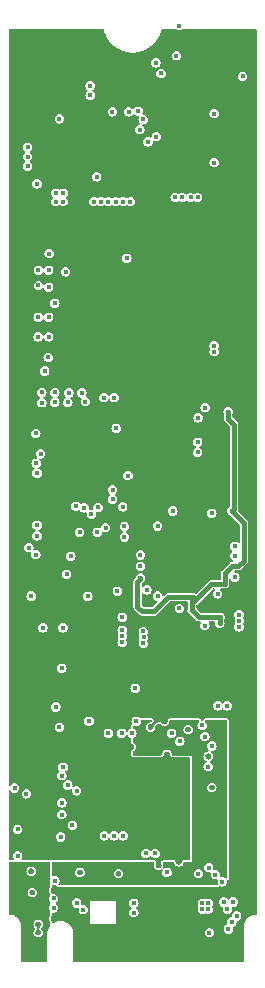
<source format=gbr>
%TF.GenerationSoftware,KiCad,Pcbnew,8.0.6*%
%TF.CreationDate,2024-11-23T18:19:37+01:00*%
%TF.ProjectId,M2SmartHome,4d32536d-6172-4744-986f-6d652e6b6963,rev?*%
%TF.SameCoordinates,Original*%
%TF.FileFunction,Copper,L2,Inr*%
%TF.FilePolarity,Positive*%
%FSLAX46Y46*%
G04 Gerber Fmt 4.6, Leading zero omitted, Abs format (unit mm)*
G04 Created by KiCad (PCBNEW 8.0.6) date 2024-11-23 18:19:37*
%MOMM*%
%LPD*%
G01*
G04 APERTURE LIST*
%TA.AperFunction,ViaPad*%
%ADD10C,0.400000*%
%TD*%
%TA.AperFunction,Conductor*%
%ADD11C,0.200000*%
%TD*%
%TA.AperFunction,Conductor*%
%ADD12C,0.400000*%
%TD*%
G04 APERTURE END LIST*
D10*
%TO.N,Net-(U2-VDDI)*%
X83800000Y-131000000D03*
%TO.N,+3V3_eMMC*%
X86762500Y-131137500D03*
X86400000Y-132665001D03*
%TO.N,GND*%
X87200000Y-132700000D03*
%TO.N,Net-(U2-RST_N)*%
X90700000Y-134100000D03*
%TO.N,GND*%
X84200000Y-142200000D03*
%TO.N,+3V3_Bridge*%
X85500000Y-143900000D03*
%TO.N,GND*%
X85267500Y-137207500D03*
X92300000Y-90607500D03*
X93100000Y-162500000D03*
X97700000Y-163100000D03*
X94300000Y-123307500D03*
X97200000Y-96107500D03*
X93300000Y-163100000D03*
X91500000Y-90607500D03*
X95900000Y-131207500D03*
X82100000Y-143607500D03*
X94500000Y-120472501D03*
X98400000Y-148072501D03*
X86980000Y-137327500D03*
X96950000Y-123529100D03*
X91975052Y-96207500D03*
X102200000Y-93207500D03*
X85300000Y-159407500D03*
X89500000Y-92457500D03*
X90300000Y-162700000D03*
X84000000Y-163000000D03*
X84150000Y-103807500D03*
X90430000Y-111200000D03*
X89150000Y-107057500D03*
X99450000Y-100807500D03*
X88720000Y-133637500D03*
X85000000Y-92807500D03*
X93200000Y-150307500D03*
X98500000Y-126017500D03*
X83800000Y-92807500D03*
X87300000Y-122607500D03*
X86440000Y-134097500D03*
X86250000Y-109707500D03*
X96700000Y-145807500D03*
X92300000Y-156300000D03*
X99760200Y-120785900D03*
X94600000Y-156300000D03*
X95850000Y-91457500D03*
X85700000Y-91007500D03*
X94200000Y-116107500D03*
X95900000Y-157000000D03*
X92900000Y-114007500D03*
X91500000Y-91407500D03*
X83400000Y-157800000D03*
X100300000Y-95607500D03*
X83277500Y-149730000D03*
X91100000Y-125607500D03*
X92900000Y-160907500D03*
X98200002Y-99792499D03*
X93800000Y-153407500D03*
X96300000Y-116107500D03*
X89415001Y-93507498D03*
X86000000Y-156100000D03*
X83300000Y-148707500D03*
X85800000Y-96607500D03*
X98450000Y-130017499D03*
X83700000Y-98807500D03*
X83300000Y-153407500D03*
X94800000Y-163100000D03*
X93765003Y-99007500D03*
X97155000Y-125897500D03*
X91100000Y-149007500D03*
X97920000Y-135722500D03*
X94300000Y-141107500D03*
X98600000Y-139007500D03*
X84550000Y-103407500D03*
X95400000Y-131907500D03*
X95350000Y-90257500D03*
X99300000Y-163100000D03*
X99000000Y-141407500D03*
X88100000Y-123407500D03*
X97672500Y-92562500D03*
X89800000Y-142607500D03*
X98400000Y-132007500D03*
X85300000Y-161800000D03*
X94200000Y-142507500D03*
X84000000Y-162300000D03*
X83800000Y-136607500D03*
X97265001Y-118557500D03*
X92890000Y-111280000D03*
X88400000Y-90667500D03*
X94200000Y-157300000D03*
X90225000Y-98507500D03*
X92300000Y-91407500D03*
X85300000Y-131800000D03*
X93250000Y-108757500D03*
X93300000Y-134807500D03*
X93599998Y-96972500D03*
X98700000Y-150707500D03*
X94650000Y-91457500D03*
X92900000Y-140907500D03*
X86300000Y-113857500D03*
X96700000Y-141407500D03*
X89065000Y-146107500D03*
X88100000Y-149607500D03*
X86000000Y-114707500D03*
X86900000Y-142507500D03*
X83500000Y-159600000D03*
X96432500Y-90362500D03*
X91200000Y-107357500D03*
X95050000Y-135722500D03*
X96400000Y-96107500D03*
X91900000Y-147272501D03*
X96105000Y-125147500D03*
X82630000Y-92582501D03*
X85700000Y-99707500D03*
X86400000Y-133542500D03*
X101000000Y-91507500D03*
X87200000Y-163100000D03*
X100000000Y-137607500D03*
X90950000Y-108707500D03*
X93200000Y-128907500D03*
X83300000Y-138907500D03*
X83000000Y-95307500D03*
X87000000Y-161300000D03*
X86700000Y-129407500D03*
X99800000Y-128507500D03*
X94000000Y-126447501D03*
X81700000Y-139707500D03*
X88100000Y-122607500D03*
X87534999Y-157900000D03*
X95800000Y-99807500D03*
X90800000Y-158007500D03*
X87550000Y-133652500D03*
X93300000Y-122507500D03*
X97000000Y-99792501D03*
X94900000Y-147907500D03*
X86050000Y-111757500D03*
X89850000Y-107907500D03*
X88900000Y-113907500D03*
X96300000Y-138607500D03*
X97200000Y-95307500D03*
X82340000Y-96377500D03*
X88420000Y-93007500D03*
X96400000Y-95307500D03*
X87300000Y-123407500D03*
X86200000Y-92407500D03*
X94700000Y-145107500D03*
X93500000Y-145607500D03*
X89350000Y-90357506D03*
X86300000Y-99707500D03*
X88700000Y-162700000D03*
X100800000Y-163100000D03*
%TO.N,+3V3_eMMC*%
X91100000Y-138407500D03*
X87700000Y-117307500D03*
X90300000Y-125507500D03*
X85400000Y-117267500D03*
X87200000Y-126907500D03*
X90434999Y-117707500D03*
X97500000Y-121472501D03*
X98134999Y-118557500D03*
X91125000Y-137907500D03*
X84400000Y-137207500D03*
X86600000Y-117307500D03*
X90600000Y-120307500D03*
X91100000Y-137407500D03*
X84300000Y-117267500D03*
X86100000Y-137207500D03*
X83820000Y-123267500D03*
%TO.N,Net-(U8-VDD18)*%
X84200000Y-122462750D03*
%TO.N,+3V3_uSD*%
X99400000Y-136307500D03*
X100084999Y-118907500D03*
X84015001Y-106907500D03*
X99375000Y-136807500D03*
X84000000Y-112557500D03*
X97050000Y-135722500D03*
X84015001Y-108207500D03*
X100400000Y-127307500D03*
X100500000Y-131982500D03*
X92650000Y-132982500D03*
X94100000Y-128572501D03*
X84000000Y-110907500D03*
%TO.N,/sd-card/~{reset}*%
X99185000Y-134322500D03*
%TO.N,Net-(U9-VDD18)*%
X95950000Y-135557500D03*
%TO.N,Net-(U9-VDD18PLL)*%
X95400000Y-127307500D03*
%TO.N,/sd-card/DET*%
X98100000Y-137007500D03*
%TO.N,/sd-card/CRD_PWR*%
X100650000Y-132907500D03*
X98900000Y-113307500D03*
X91500000Y-105907500D03*
X98900000Y-113807500D03*
X86315001Y-107057500D03*
X85415001Y-109707500D03*
%TO.N,+3V3_Thread*%
X97500000Y-100757500D03*
X95600000Y-100757500D03*
X90284976Y-93507546D03*
X96900000Y-100757500D03*
X96200000Y-100757500D03*
X95950000Y-86207500D03*
X101300000Y-90507500D03*
%TO.N,+3V3_wifi*%
X85500000Y-101107500D03*
X86100000Y-100407500D03*
X88950000Y-99022503D03*
X85500000Y-100407500D03*
X83100000Y-98107500D03*
X86100000Y-101107500D03*
%TO.N,+3V3_Bridge*%
X94900000Y-157900000D03*
X97900000Y-161007500D03*
X86100000Y-149000000D03*
X98700000Y-147207500D03*
X88300000Y-145107500D03*
X98400000Y-160507500D03*
X97565001Y-158000000D03*
X85400000Y-158607500D03*
X92300000Y-145107500D03*
X95300000Y-146107500D03*
X91065000Y-146107500D03*
X97900000Y-160507500D03*
X90400000Y-154807500D03*
X99200000Y-143807500D03*
X98375000Y-161007500D03*
X89600000Y-154807500D03*
X91200000Y-154807500D03*
%TO.N,+1V0_core*%
X97300000Y-146407500D03*
X91600000Y-158007500D03*
X86665001Y-157900000D03*
X94900000Y-147072501D03*
X95900000Y-157842499D03*
X97400000Y-150507500D03*
X89100000Y-158007500D03*
X93500000Y-147082500D03*
X92300000Y-158007500D03*
%TO.N,Net-(D2-A)*%
X86000000Y-140607500D03*
X91100000Y-136307500D03*
%TO.N,Net-(D4-A)*%
X83900000Y-99607500D03*
%TO.N,+3V3*%
X83100000Y-163200000D03*
X92900000Y-138507500D03*
X89950000Y-101107500D03*
X92925000Y-138007500D03*
X100500000Y-160407500D03*
X90550000Y-101107500D03*
X91800000Y-101107500D03*
X91200000Y-101107500D03*
X101000000Y-136107500D03*
X101025000Y-136607500D03*
X100800000Y-161600000D03*
X100400000Y-162107500D03*
X101000000Y-137107500D03*
X99700000Y-160407500D03*
X100100000Y-162700000D03*
X98500000Y-163000000D03*
X100025000Y-161007500D03*
X92900000Y-137507500D03*
X89300000Y-101107500D03*
X83100000Y-162600000D03*
X88700000Y-101107500D03*
%TO.N,/pcie-usb-bridge/PERST_L*%
X96000000Y-146807500D03*
%TO.N,Net-(U8-SD_WP)*%
X91600000Y-124307500D03*
%TO.N,/emmc/SCK*%
X97550000Y-119422501D03*
%TO.N,/emmc/SDA*%
X90300000Y-126307500D03*
X97500000Y-122342499D03*
X91150000Y-126957500D03*
%TO.N,Net-(U2-DAT0)*%
X88000000Y-118042500D03*
X91300000Y-128607500D03*
%TO.N,Net-(U2-DAT1)*%
X91300000Y-129507500D03*
X89565001Y-117707500D03*
%TO.N,Net-(U2-DAT2)*%
X89065001Y-127007500D03*
X87500000Y-129107500D03*
%TO.N,Net-(U2-DAT3)*%
X87900000Y-127042499D03*
%TO.N,Net-(U2-DAT4)*%
X83900000Y-124107500D03*
X83900000Y-128507500D03*
%TO.N,Net-(U2-DAT5)*%
X83800000Y-120742499D03*
X83200000Y-130400000D03*
%TO.N,Net-(U2-DAT6)*%
X85400000Y-118107500D03*
X89700000Y-128707500D03*
%TO.N,Net-(U2-DAT7)*%
X86500000Y-118107500D03*
X89000000Y-129107500D03*
%TO.N,Net-(U2-CLK)*%
X84300000Y-118137500D03*
X83400000Y-134507500D03*
%TO.N,/sd-card/uSD.D1*%
X84834999Y-114307500D03*
X92650000Y-131032500D03*
%TO.N,/sd-card/uSD.CLK*%
X93200000Y-133982500D03*
X84884999Y-110907500D03*
%TO.N,/sd-card/uSD.CMD*%
X94100000Y-134507500D03*
X84884999Y-108357500D03*
%TO.N,/sd-card/uSD.D0*%
X84884999Y-112557500D03*
X92650000Y-131982500D03*
%TO.N,Net-(U5-RSTB)*%
X92450000Y-93457500D03*
%TO.N,Net-(U5-VBUS)*%
X91650000Y-93507500D03*
X95700000Y-88757500D03*
%TO.N,/sd-card/uSD.D3*%
X100625000Y-131082500D03*
X84884999Y-106907500D03*
%TO.N,/sd-card/uSD.D2*%
X100650000Y-130282500D03*
X84934999Y-105507500D03*
%TO.N,Net-(U9-SD_WP)*%
X98700000Y-127482500D03*
%TO.N,/thread-or-zigbee/RESET*%
X98900000Y-93657500D03*
X98900000Y-97807500D03*
%TO.N,Net-(U1-CHIP_EN)*%
X85800000Y-94107500D03*
%TO.N,Net-(U3-RREF[4])*%
X98400000Y-148942499D03*
%TO.N,Net-(U3-RREF[3])*%
X98100000Y-146407500D03*
%TO.N,Net-(U3-RREF[2])*%
X89935000Y-146107500D03*
%TO.N,Net-(U3-TEST5)*%
X91935000Y-146107500D03*
%TO.N,Net-(U3-TEST3)*%
X99000000Y-158100000D03*
%TO.N,Net-(U3-TEST6)*%
X98434999Y-157500000D03*
%TO.N,/pcie-usb-bridge/EEPD*%
X100000000Y-143807500D03*
%TO.N,/pcie-usb-bridge/EECLK*%
X97875000Y-145457500D03*
%TO.N,Net-(U2-RST_N)*%
X88500000Y-127600000D03*
%TO.N,Net-(U3-IO_HIT_I)*%
X85800000Y-145600000D03*
%TO.N,Net-(U3-LEG_EMU_EN)*%
X86000000Y-153007500D03*
%TO.N,Net-(U3-PME_L)*%
X92200000Y-142307500D03*
%TO.N,Net-(U3-IRQ12_O)*%
X82000000Y-150757500D03*
%TO.N,Net-(U3-IRQ12_I)*%
X86000000Y-152007500D03*
%TO.N,Net-(U3-SMBDATA)*%
X99600000Y-158707500D03*
%TO.N,Net-(U3-SCAN_EN)*%
X86500000Y-150507500D03*
%TO.N,Net-(U3-SMBCLK)*%
X86900000Y-153907500D03*
%TO.N,Net-(U3-IRQ1_I)*%
X87250000Y-151007500D03*
%TO.N,Net-(U3-TDI)*%
X82250000Y-156507500D03*
%TO.N,Net-(U3-SMI_O)*%
X86000000Y-149707500D03*
%TO.N,Net-(U3-TDO)*%
X82250000Y-154257500D03*
%TO.N,Net-(U3-IRQ1_O)*%
X83000000Y-151257500D03*
%TO.N,Net-(U3-TCK)*%
X85900000Y-154907500D03*
%TO.N,/thread-or-zigbee/UART_TX*%
X93300000Y-96057500D03*
X93950000Y-89357500D03*
%TO.N,/thread-or-zigbee/UART_RX*%
X94000000Y-95607500D03*
X94400000Y-90257500D03*
%TO.N,/thread-or-zigbee/SWDIO*%
X92600006Y-95007500D03*
%TO.N,/thread-or-zigbee/SWCLK*%
X92885218Y-94149799D03*
%TO.N,Net-(J5-B)*%
X84550000Y-115457500D03*
%TO.N,/pcie-usb-bridge/USB_3_DP*%
X88400000Y-91307500D03*
%TO.N,/pcie-usb-bridge/USB_4_DP*%
X83100000Y-96507500D03*
%TO.N,/pcie-usb-bridge/USB_3_DN*%
X88400000Y-92107500D03*
%TO.N,/pcie-usb-bridge/USB_4_DN*%
X83100000Y-97307500D03*
%TO.N,/PCIE.REFCLKN*%
X85300000Y-160107501D03*
%TO.N,/PCIE.REFCLKP*%
X85300000Y-160907500D03*
%TO.N,/PCIE.PERP*%
X87257157Y-160494657D03*
X92100000Y-160507499D03*
%TO.N,/PCIE.PERN*%
X92100000Y-161307500D03*
X87822843Y-161060343D03*
%TO.N,/pcie-usb-bridge/PCIE.REFCLK2N*%
X93900000Y-156300000D03*
%TO.N,/pcie-usb-bridge/PCIE.REFCLK2P*%
X93100000Y-156300000D03*
%TO.N,+3V3_eMMC*%
X88200000Y-134522500D03*
%TO.N,Net-(U2-DAT3)*%
X83900000Y-129407500D03*
%TD*%
D11*
%TO.N,GND*%
X94000000Y-145107500D02*
X93500000Y-145607500D01*
X94700000Y-145107500D02*
X94000000Y-145107500D01*
D12*
%TO.N,+3V3_uSD*%
X97050000Y-135722500D02*
X96985000Y-135722500D01*
X92800000Y-135807500D02*
X93800000Y-135807500D01*
X97635000Y-136307500D02*
X97050000Y-135722500D01*
X99820000Y-132587500D02*
X99820000Y-133507500D01*
X99400000Y-136307500D02*
X99400000Y-136782500D01*
X92650000Y-132982500D02*
X92650000Y-133057500D01*
X100600000Y-120007500D02*
X100600000Y-127107500D01*
X92400000Y-135407500D02*
X92800000Y-135807500D01*
X100084999Y-119492499D02*
X100600000Y-120007500D01*
X93800000Y-135807500D02*
X95000000Y-134607500D01*
X92400000Y-133307500D02*
X92400000Y-135407500D01*
X99820000Y-132587500D02*
X100425000Y-131982500D01*
X100425000Y-131982500D02*
X100500000Y-131982500D01*
X97050000Y-135117500D02*
X97050000Y-135722500D01*
X100084999Y-118907500D02*
X100084999Y-119492499D01*
X97100000Y-134607500D02*
X97050000Y-134657500D01*
X95000000Y-134607500D02*
X97100000Y-134607500D01*
X99400000Y-136307500D02*
X97635000Y-136307500D01*
X100600000Y-127107500D02*
X100400000Y-127307500D01*
X98660000Y-133507500D02*
X97050000Y-135117500D01*
X100925000Y-131982500D02*
X100500000Y-131982500D01*
X100400000Y-127307500D02*
X101400000Y-128307500D01*
X92650000Y-133057500D02*
X92400000Y-133307500D01*
X101400000Y-131507500D02*
X100925000Y-131982500D01*
X101400000Y-128307500D02*
X101400000Y-131507500D01*
X99400000Y-136782500D02*
X99375000Y-136807500D01*
X97050000Y-134657500D02*
X97050000Y-135117500D01*
X97050000Y-135257500D02*
X97050000Y-135722500D01*
X99820000Y-133507500D02*
X98660000Y-133507500D01*
%TD*%
%TA.AperFunction,Conductor*%
%TO.N,GND*%
G36*
X89542378Y-86522174D02*
G01*
X89561902Y-86556791D01*
X89608356Y-86745265D01*
X89715625Y-87028109D01*
X89715627Y-87028113D01*
X89856207Y-87295966D01*
X89856210Y-87295970D01*
X90028046Y-87544919D01*
X90028052Y-87544927D01*
X90228647Y-87771351D01*
X90228648Y-87771352D01*
X90455072Y-87971947D01*
X90455076Y-87971950D01*
X90704033Y-88143792D01*
X90971887Y-88284373D01*
X91254734Y-88391643D01*
X91548449Y-88464037D01*
X91848748Y-88500500D01*
X92151252Y-88500500D01*
X92451551Y-88464037D01*
X92745266Y-88391643D01*
X93028113Y-88284373D01*
X93295967Y-88143792D01*
X93544924Y-87971950D01*
X93771352Y-87771352D01*
X93971950Y-87544924D01*
X94143792Y-87295967D01*
X94284373Y-87028113D01*
X94391643Y-86745266D01*
X94409541Y-86672649D01*
X94438098Y-86556791D01*
X94471665Y-86511172D01*
X94509948Y-86500500D01*
X95645956Y-86500500D01*
X95698282Y-86522174D01*
X95711658Y-86535550D01*
X95824696Y-86593146D01*
X95950000Y-86612992D01*
X96075304Y-86593146D01*
X96188342Y-86535550D01*
X96201718Y-86522174D01*
X96254044Y-86500500D01*
X102425500Y-86500500D01*
X102477826Y-86522174D01*
X102499500Y-86574500D01*
X102499500Y-161425500D01*
X102477826Y-161477826D01*
X102425500Y-161499500D01*
X102337464Y-161499500D01*
X102165062Y-161529898D01*
X102000558Y-161589773D01*
X101848945Y-161677308D01*
X101714837Y-161789837D01*
X101602308Y-161923945D01*
X101514773Y-162075558D01*
X101454898Y-162240062D01*
X101424500Y-162412464D01*
X101424500Y-165425500D01*
X101402826Y-165477826D01*
X101350500Y-165499500D01*
X87049500Y-165499500D01*
X86997174Y-165477826D01*
X86975500Y-165425500D01*
X86975500Y-163000000D01*
X98094508Y-163000000D01*
X98114353Y-163125301D01*
X98114353Y-163125302D01*
X98114354Y-163125304D01*
X98171950Y-163238342D01*
X98261658Y-163328050D01*
X98374696Y-163385646D01*
X98500000Y-163405492D01*
X98625304Y-163385646D01*
X98738342Y-163328050D01*
X98828050Y-163238342D01*
X98885646Y-163125304D01*
X98905492Y-163000000D01*
X98885646Y-162874696D01*
X98828050Y-162761658D01*
X98766392Y-162700000D01*
X99694508Y-162700000D01*
X99714353Y-162825301D01*
X99714353Y-162825302D01*
X99714354Y-162825304D01*
X99771950Y-162938342D01*
X99861658Y-163028050D01*
X99974696Y-163085646D01*
X100100000Y-163105492D01*
X100225304Y-163085646D01*
X100338342Y-163028050D01*
X100428050Y-162938342D01*
X100485646Y-162825304D01*
X100505492Y-162700000D01*
X100485646Y-162574696D01*
X100485645Y-162574695D01*
X100485066Y-162571035D01*
X100498288Y-162515963D01*
X100524560Y-162493524D01*
X100525300Y-162493146D01*
X100525304Y-162493146D01*
X100638342Y-162435550D01*
X100728050Y-162345842D01*
X100785646Y-162232804D01*
X100805492Y-162107500D01*
X100801172Y-162080227D01*
X100814393Y-162025157D01*
X100862681Y-161995564D01*
X100925304Y-161985646D01*
X101038342Y-161928050D01*
X101128050Y-161838342D01*
X101185646Y-161725304D01*
X101205492Y-161600000D01*
X101185646Y-161474696D01*
X101128050Y-161361658D01*
X101038342Y-161271950D01*
X100925304Y-161214354D01*
X100925302Y-161214353D01*
X100925301Y-161214353D01*
X100800000Y-161194508D01*
X100674698Y-161214353D01*
X100561656Y-161271951D01*
X100471951Y-161361656D01*
X100414353Y-161474698D01*
X100394508Y-161600000D01*
X100394508Y-161600001D01*
X100398827Y-161627272D01*
X100385605Y-161682344D01*
X100337314Y-161711936D01*
X100274698Y-161721853D01*
X100161656Y-161779451D01*
X100071951Y-161869156D01*
X100014353Y-161982198D01*
X99994508Y-162107500D01*
X100014933Y-162236464D01*
X100001711Y-162291537D01*
X99975440Y-162313974D01*
X99861657Y-162371950D01*
X99771951Y-162461656D01*
X99714353Y-162574698D01*
X99694508Y-162700000D01*
X98766392Y-162700000D01*
X98738342Y-162671950D01*
X98625304Y-162614354D01*
X98625302Y-162614353D01*
X98625301Y-162614353D01*
X98500000Y-162594508D01*
X98374698Y-162614353D01*
X98261656Y-162671951D01*
X98171951Y-162761656D01*
X98114353Y-162874698D01*
X98094508Y-163000000D01*
X86975500Y-163000000D01*
X86975500Y-162998025D01*
X86975499Y-162998020D01*
X86973705Y-162988422D01*
X86938024Y-162797544D01*
X86864348Y-162607363D01*
X86756981Y-162433959D01*
X86756980Y-162433957D01*
X86634861Y-162299999D01*
X88400000Y-162299999D01*
X90600000Y-162300000D01*
X90600001Y-160507499D01*
X91694508Y-160507499D01*
X91714353Y-160632800D01*
X91714353Y-160632801D01*
X91714354Y-160632803D01*
X91771950Y-160745841D01*
X91861658Y-160835549D01*
X91873464Y-160841564D01*
X91910248Y-160884630D01*
X91905805Y-160941093D01*
X91873467Y-160973433D01*
X91861657Y-160979450D01*
X91771951Y-161069156D01*
X91714353Y-161182198D01*
X91694508Y-161307500D01*
X91714353Y-161432801D01*
X91714353Y-161432802D01*
X91714354Y-161432804D01*
X91771950Y-161545842D01*
X91861658Y-161635550D01*
X91974696Y-161693146D01*
X92100000Y-161712992D01*
X92225304Y-161693146D01*
X92338342Y-161635550D01*
X92428050Y-161545842D01*
X92485646Y-161432804D01*
X92505492Y-161307500D01*
X92485646Y-161182196D01*
X92428050Y-161069158D01*
X92338342Y-160979450D01*
X92326532Y-160973432D01*
X92289751Y-160930366D01*
X92294195Y-160873903D01*
X92326535Y-160841564D01*
X92338342Y-160835549D01*
X92428050Y-160745841D01*
X92485646Y-160632803D01*
X92505492Y-160507500D01*
X97494508Y-160507500D01*
X97514353Y-160632801D01*
X97514353Y-160632802D01*
X97514354Y-160632804D01*
X97560773Y-160723906D01*
X97565216Y-160780367D01*
X97560775Y-160791089D01*
X97518580Y-160873903D01*
X97514353Y-160882198D01*
X97494508Y-161007500D01*
X97514353Y-161132801D01*
X97514353Y-161132802D01*
X97514354Y-161132804D01*
X97571950Y-161245842D01*
X97661658Y-161335550D01*
X97774696Y-161393146D01*
X97900000Y-161412992D01*
X98025304Y-161393146D01*
X98103906Y-161353095D01*
X98160367Y-161348652D01*
X98171084Y-161353091D01*
X98249696Y-161393146D01*
X98249695Y-161393146D01*
X98266827Y-161395859D01*
X98375000Y-161412992D01*
X98500304Y-161393146D01*
X98613342Y-161335550D01*
X98703050Y-161245842D01*
X98760646Y-161132804D01*
X98780492Y-161007500D01*
X98760646Y-160882196D01*
X98726726Y-160815626D01*
X98722283Y-160759167D01*
X98726727Y-160748437D01*
X98728048Y-160745843D01*
X98728050Y-160745842D01*
X98785646Y-160632804D01*
X98805492Y-160507500D01*
X98789654Y-160407500D01*
X99294508Y-160407500D01*
X99314353Y-160532801D01*
X99314353Y-160532802D01*
X99314354Y-160532804D01*
X99371950Y-160645842D01*
X99461658Y-160735550D01*
X99504737Y-160757500D01*
X99574693Y-160793145D01*
X99574695Y-160793146D01*
X99578440Y-160793739D01*
X99626731Y-160823331D01*
X99639954Y-160878403D01*
X99639954Y-160878404D01*
X99619508Y-161007499D01*
X99639353Y-161132801D01*
X99639353Y-161132802D01*
X99639354Y-161132804D01*
X99696950Y-161245842D01*
X99786658Y-161335550D01*
X99899696Y-161393146D01*
X100025000Y-161412992D01*
X100150304Y-161393146D01*
X100263342Y-161335550D01*
X100353050Y-161245842D01*
X100410646Y-161132804D01*
X100430492Y-161007500D01*
X100413037Y-160897292D01*
X100426259Y-160842221D01*
X100474550Y-160812628D01*
X100497702Y-160812628D01*
X100500000Y-160812992D01*
X100625304Y-160793146D01*
X100738342Y-160735550D01*
X100828050Y-160645842D01*
X100885646Y-160532804D01*
X100905492Y-160407500D01*
X100885646Y-160282196D01*
X100828050Y-160169158D01*
X100738342Y-160079450D01*
X100625304Y-160021854D01*
X100625302Y-160021853D01*
X100625301Y-160021853D01*
X100500000Y-160002008D01*
X100374698Y-160021853D01*
X100261656Y-160079451D01*
X100171950Y-160169157D01*
X100165934Y-160180965D01*
X100122867Y-160217747D01*
X100066404Y-160213303D01*
X100034066Y-160180965D01*
X100033294Y-160179450D01*
X100028050Y-160169158D01*
X99938342Y-160079450D01*
X99825304Y-160021854D01*
X99825302Y-160021853D01*
X99825301Y-160021853D01*
X99700000Y-160002008D01*
X99574698Y-160021853D01*
X99461656Y-160079451D01*
X99371951Y-160169156D01*
X99314353Y-160282198D01*
X99294508Y-160407500D01*
X98789654Y-160407500D01*
X98785646Y-160382196D01*
X98728050Y-160269158D01*
X98638342Y-160179450D01*
X98525304Y-160121854D01*
X98525302Y-160121853D01*
X98525301Y-160121853D01*
X98400000Y-160102008D01*
X98274698Y-160121853D01*
X98274696Y-160121853D01*
X98274696Y-160121854D01*
X98183593Y-160168273D01*
X98127133Y-160172716D01*
X98116410Y-160168275D01*
X98025304Y-160121854D01*
X98025302Y-160121853D01*
X98025301Y-160121853D01*
X97900000Y-160102008D01*
X97774698Y-160121853D01*
X97661656Y-160179451D01*
X97571951Y-160269156D01*
X97514353Y-160382198D01*
X97494508Y-160507500D01*
X92505492Y-160507500D01*
X92505492Y-160507499D01*
X92485646Y-160382195D01*
X92428050Y-160269157D01*
X92338342Y-160179449D01*
X92225304Y-160121853D01*
X92225302Y-160121852D01*
X92225301Y-160121852D01*
X92100000Y-160102007D01*
X91974698Y-160121852D01*
X91861656Y-160179450D01*
X91771951Y-160269155D01*
X91714353Y-160382197D01*
X91694508Y-160507499D01*
X90600001Y-160507499D01*
X90600001Y-160300000D01*
X88400000Y-160300000D01*
X88400000Y-162299999D01*
X86634861Y-162299999D01*
X86619579Y-162283235D01*
X86619578Y-162283234D01*
X86456825Y-162160329D01*
X86456822Y-162160328D01*
X86456821Y-162160327D01*
X86274250Y-162069418D01*
X86274246Y-162069417D01*
X86274244Y-162069416D01*
X86078082Y-162013602D01*
X86078076Y-162013601D01*
X85875003Y-161994785D01*
X85874997Y-161994785D01*
X85671923Y-162013601D01*
X85671917Y-162013602D01*
X85475755Y-162069416D01*
X85475750Y-162069418D01*
X85293177Y-162160328D01*
X85293174Y-162160329D01*
X85274095Y-162174738D01*
X85219276Y-162188975D01*
X85170447Y-162160280D01*
X85155500Y-162115685D01*
X85155500Y-162097045D01*
X85150002Y-162069407D01*
X85143663Y-162037537D01*
X85133749Y-162013602D01*
X85121990Y-161985213D01*
X85119975Y-161982198D01*
X85113509Y-161972520D01*
X85109104Y-161965004D01*
X85069407Y-161887096D01*
X85062252Y-161865075D01*
X85058018Y-161838343D01*
X85053779Y-161811572D01*
X85053779Y-161788424D01*
X85055200Y-161779451D01*
X85062253Y-161734919D01*
X85069405Y-161712907D01*
X85109112Y-161634979D01*
X85113520Y-161627461D01*
X85121986Y-161614794D01*
X85121987Y-161614791D01*
X85121989Y-161614789D01*
X85143663Y-161562463D01*
X85155500Y-161502956D01*
X85155500Y-161376748D01*
X85177174Y-161324422D01*
X85229500Y-161302748D01*
X85241069Y-161303658D01*
X85300000Y-161312992D01*
X85425304Y-161293146D01*
X85538342Y-161235550D01*
X85628050Y-161145842D01*
X85685646Y-161032804D01*
X85705492Y-160907500D01*
X85685646Y-160782196D01*
X85628050Y-160669158D01*
X85538342Y-160579450D01*
X85526535Y-160573434D01*
X85489753Y-160530367D01*
X85492564Y-160494657D01*
X86851665Y-160494657D01*
X86871510Y-160619958D01*
X86871510Y-160619959D01*
X86871511Y-160619961D01*
X86929107Y-160732999D01*
X87018815Y-160822707D01*
X87131853Y-160880303D01*
X87257157Y-160900149D01*
X87346900Y-160885935D01*
X87401971Y-160899157D01*
X87431564Y-160947448D01*
X87431564Y-160970599D01*
X87417351Y-161060341D01*
X87417351Y-161060342D01*
X87437196Y-161185644D01*
X87437196Y-161185645D01*
X87437197Y-161185647D01*
X87494793Y-161298685D01*
X87584501Y-161388393D01*
X87697539Y-161445989D01*
X87822843Y-161465835D01*
X87948147Y-161445989D01*
X88061185Y-161388393D01*
X88150893Y-161298685D01*
X88208489Y-161185647D01*
X88228335Y-161060343D01*
X88208489Y-160935039D01*
X88150893Y-160822001D01*
X88061185Y-160732293D01*
X87948147Y-160674697D01*
X87948145Y-160674696D01*
X87948144Y-160674696D01*
X87822843Y-160654851D01*
X87822842Y-160654851D01*
X87733099Y-160669064D01*
X87678027Y-160655842D01*
X87648435Y-160607550D01*
X87648435Y-160584399D01*
X87650172Y-160573434D01*
X87662649Y-160494657D01*
X87642803Y-160369353D01*
X87585207Y-160256315D01*
X87495499Y-160166607D01*
X87382461Y-160109011D01*
X87382459Y-160109010D01*
X87382458Y-160109010D01*
X87257157Y-160089165D01*
X87131855Y-160109010D01*
X87018813Y-160166608D01*
X86929108Y-160256313D01*
X86871510Y-160369355D01*
X86851665Y-160494657D01*
X85492564Y-160494657D01*
X85494197Y-160473904D01*
X85526535Y-160441566D01*
X85538342Y-160435551D01*
X85628050Y-160345843D01*
X85685646Y-160232805D01*
X85705492Y-160107501D01*
X85685646Y-159982197D01*
X85628050Y-159869159D01*
X85538342Y-159779451D01*
X85425304Y-159721855D01*
X85425302Y-159721854D01*
X85425301Y-159721854D01*
X85300000Y-159702009D01*
X85299999Y-159702009D01*
X85229696Y-159713143D01*
X85174624Y-159699921D01*
X85145543Y-159654488D01*
X85143663Y-159645037D01*
X85121989Y-159592711D01*
X85113509Y-159580020D01*
X85109104Y-159572504D01*
X85069407Y-159494596D01*
X85062252Y-159472575D01*
X85060995Y-159464640D01*
X85053779Y-159419072D01*
X85053779Y-159395924D01*
X85054084Y-159394000D01*
X85062253Y-159342419D01*
X85069405Y-159320407D01*
X85109112Y-159242479D01*
X85113520Y-159234961D01*
X85121986Y-159222294D01*
X85121987Y-159222291D01*
X85121989Y-159222289D01*
X85143663Y-159169963D01*
X85155500Y-159110456D01*
X85155500Y-159053169D01*
X85177174Y-159000843D01*
X85229500Y-158979169D01*
X85263094Y-158987234D01*
X85274696Y-158993146D01*
X85274695Y-158993146D01*
X85294541Y-158996289D01*
X85400000Y-159012992D01*
X85469688Y-159001954D01*
X85524760Y-159015175D01*
X85547157Y-159043569D01*
X85547985Y-159043162D01*
X85549060Y-159045343D01*
X85569349Y-159080486D01*
X85569351Y-159080488D01*
X85569352Y-159080489D01*
X85633211Y-159129489D01*
X85685537Y-159151163D01*
X85745044Y-159163000D01*
X85745046Y-159163000D01*
X99182608Y-159163000D01*
X99182610Y-159163000D01*
X99218912Y-159158703D01*
X99252508Y-159150637D01*
X99268114Y-159146014D01*
X99334450Y-159100422D01*
X99343417Y-159089922D01*
X99393879Y-159064207D01*
X99433282Y-159072044D01*
X99474696Y-159093146D01*
X99474695Y-159093146D01*
X99491827Y-159095859D01*
X99600000Y-159112992D01*
X99725304Y-159093146D01*
X99838342Y-159035550D01*
X99928050Y-158945842D01*
X99985646Y-158832804D01*
X100005492Y-158707500D01*
X99994454Y-158637809D01*
X100007676Y-158582739D01*
X100036077Y-158560358D01*
X100035662Y-158559515D01*
X100037819Y-158558450D01*
X100037833Y-158558445D01*
X100072989Y-158538148D01*
X100121989Y-158474289D01*
X100143663Y-158421963D01*
X100155500Y-158362456D01*
X100155500Y-145081500D01*
X100143663Y-145021993D01*
X100121989Y-144969667D01*
X100121983Y-144969656D01*
X100101694Y-144934513D01*
X100101692Y-144934511D01*
X100037835Y-144885512D01*
X100037831Y-144885510D01*
X99985511Y-144863838D01*
X99985501Y-144863835D01*
X99944681Y-144855716D01*
X99926000Y-144852000D01*
X98170044Y-144852000D01*
X98153175Y-144855355D01*
X98110542Y-144863835D01*
X98110532Y-144863838D01*
X98058217Y-144885508D01*
X98058200Y-144885516D01*
X98023057Y-144905805D01*
X98023055Y-144905807D01*
X97974056Y-144969664D01*
X97974055Y-144969666D01*
X97958274Y-145007765D01*
X97918225Y-145047813D01*
X97878336Y-145052536D01*
X97875001Y-145052008D01*
X97874997Y-145052008D01*
X97871662Y-145052536D01*
X97869463Y-145052008D01*
X97869176Y-145052008D01*
X97869176Y-145051938D01*
X97816591Y-145039310D01*
X97791725Y-145007764D01*
X97789213Y-145001699D01*
X97775945Y-144969667D01*
X97775939Y-144969656D01*
X97755650Y-144934513D01*
X97755648Y-144934511D01*
X97691791Y-144885512D01*
X97691787Y-144885510D01*
X97639467Y-144863838D01*
X97639457Y-144863835D01*
X97598637Y-144855716D01*
X97579956Y-144852000D01*
X95176297Y-144852000D01*
X95176296Y-144852000D01*
X95164104Y-144852478D01*
X95152516Y-144853390D01*
X95083482Y-144875821D01*
X95083481Y-144875822D01*
X95035185Y-144905415D01*
X95003637Y-144930959D01*
X94965227Y-145001699D01*
X94952005Y-145056768D01*
X94950828Y-145086700D01*
X94949974Y-145095369D01*
X94937745Y-145172577D01*
X94930591Y-145194595D01*
X94906000Y-145242858D01*
X94892391Y-145261589D01*
X94854089Y-145299891D01*
X94835358Y-145313500D01*
X94787095Y-145338091D01*
X94765077Y-145345245D01*
X94711576Y-145353719D01*
X94688422Y-145353719D01*
X94634921Y-145345245D01*
X94612903Y-145338091D01*
X94564640Y-145313500D01*
X94545909Y-145299891D01*
X94515736Y-145269718D01*
X94465288Y-145236010D01*
X94412967Y-145214338D01*
X94412957Y-145214335D01*
X94373110Y-145206409D01*
X94353456Y-145202500D01*
X94134412Y-145202500D01*
X94117543Y-145205855D01*
X94074910Y-145214335D01*
X94074900Y-145214338D01*
X94022579Y-145236010D01*
X93972131Y-145269718D01*
X93972130Y-145269720D01*
X93815184Y-145426665D01*
X93806895Y-145435633D01*
X93799354Y-145444463D01*
X93766401Y-145509143D01*
X93762621Y-145524890D01*
X93753886Y-145561279D01*
X93753181Y-145564214D01*
X93752782Y-145574363D01*
X93751928Y-145583030D01*
X93737745Y-145672577D01*
X93730590Y-145694597D01*
X93705999Y-145742859D01*
X93692391Y-145761589D01*
X93654089Y-145799891D01*
X93635358Y-145813500D01*
X93587095Y-145838091D01*
X93565077Y-145845245D01*
X93511576Y-145853719D01*
X93488422Y-145853719D01*
X93434921Y-145845245D01*
X93412903Y-145838091D01*
X93364640Y-145813500D01*
X93345909Y-145799891D01*
X93307605Y-145761587D01*
X93293998Y-145742859D01*
X93269405Y-145694592D01*
X93262252Y-145672575D01*
X93260529Y-145661698D01*
X93253779Y-145619072D01*
X93253779Y-145595924D01*
X93258801Y-145564214D01*
X93262252Y-145542421D01*
X93269407Y-145520403D01*
X93273184Y-145512992D01*
X93294000Y-145472136D01*
X93307605Y-145453410D01*
X93345910Y-145415105D01*
X93364635Y-145401500D01*
X93412907Y-145376905D01*
X93434922Y-145369752D01*
X93496969Y-145359926D01*
X93505643Y-145359073D01*
X93506357Y-145359045D01*
X93514055Y-145357825D01*
X93578066Y-145347688D01*
X93630392Y-145326014D01*
X93680839Y-145292307D01*
X93729365Y-145243782D01*
X93729364Y-145243781D01*
X93738925Y-145234221D01*
X93744658Y-145217334D01*
X93746959Y-145214335D01*
X93763075Y-145193333D01*
X93784749Y-145141007D01*
X93795256Y-145101797D01*
X93784749Y-145021993D01*
X93763075Y-144969667D01*
X93763069Y-144969656D01*
X93742780Y-144934513D01*
X93742778Y-144934511D01*
X93678921Y-144885512D01*
X93678917Y-144885510D01*
X93626597Y-144863838D01*
X93626587Y-144863835D01*
X93585767Y-144855716D01*
X93567086Y-144852000D01*
X92776297Y-144852000D01*
X92776296Y-144852000D01*
X92764104Y-144852478D01*
X92752516Y-144853390D01*
X92689801Y-144873768D01*
X92633338Y-144869324D01*
X92614608Y-144855716D01*
X92538343Y-144779451D01*
X92538342Y-144779450D01*
X92425304Y-144721854D01*
X92425302Y-144721853D01*
X92425301Y-144721853D01*
X92300000Y-144702008D01*
X92174698Y-144721853D01*
X92061656Y-144779451D01*
X91971951Y-144869156D01*
X91914353Y-144982198D01*
X91894508Y-145107500D01*
X91914354Y-145232804D01*
X91914355Y-145232808D01*
X91933847Y-145271063D01*
X91938291Y-145327525D01*
X91926621Y-145349706D01*
X91878012Y-145413054D01*
X91878010Y-145413058D01*
X91856338Y-145465378D01*
X91856335Y-145465388D01*
X91844500Y-145524891D01*
X91844500Y-145649099D01*
X91844728Y-145651997D01*
X91842908Y-145652140D01*
X91830910Y-145702011D01*
X91804659Y-145724420D01*
X91696659Y-145779448D01*
X91606948Y-145869159D01*
X91565934Y-145949655D01*
X91522867Y-145986438D01*
X91466405Y-145981994D01*
X91434066Y-145949655D01*
X91393051Y-145869159D01*
X91303343Y-145779451D01*
X91303342Y-145779450D01*
X91190304Y-145721854D01*
X91190302Y-145721853D01*
X91190301Y-145721853D01*
X91065000Y-145702008D01*
X90939698Y-145721853D01*
X90826656Y-145779451D01*
X90736951Y-145869156D01*
X90679353Y-145982198D01*
X90659508Y-146107500D01*
X90679353Y-146232801D01*
X90679353Y-146232802D01*
X90679354Y-146232804D01*
X90736950Y-146345842D01*
X90826658Y-146435550D01*
X90939696Y-146493146D01*
X91065000Y-146512992D01*
X91190304Y-146493146D01*
X91303342Y-146435550D01*
X91393050Y-146345842D01*
X91434066Y-146265342D01*
X91477133Y-146228561D01*
X91533595Y-146233004D01*
X91565933Y-146265342D01*
X91606950Y-146345842D01*
X91606951Y-146345843D01*
X91696659Y-146435551D01*
X91804661Y-146490581D01*
X91841444Y-146533648D01*
X91844710Y-146563765D01*
X91844500Y-146565898D01*
X91844500Y-146828614D01*
X91846414Y-146852935D01*
X91850041Y-146875834D01*
X91850726Y-146879823D01*
X91850727Y-146879824D01*
X91885378Y-146952471D01*
X91922155Y-146995532D01*
X91922159Y-146995536D01*
X91922162Y-146995539D01*
X91969810Y-147033101D01*
X92035359Y-147066499D01*
X92054088Y-147080107D01*
X92092391Y-147118410D01*
X92106000Y-147137141D01*
X92130591Y-147185404D01*
X92137649Y-147206833D01*
X92137662Y-147206911D01*
X92137758Y-147207501D01*
X92146219Y-147260924D01*
X92146219Y-147284077D01*
X92137745Y-147337578D01*
X92130591Y-147359596D01*
X92106000Y-147407859D01*
X92092391Y-147426590D01*
X92054087Y-147464894D01*
X92035357Y-147478502D01*
X91969808Y-147511901D01*
X91969808Y-147511902D01*
X91949005Y-147524649D01*
X91949003Y-147524650D01*
X91930302Y-147538237D01*
X91927011Y-147540694D01*
X91878010Y-147604555D01*
X91856338Y-147656875D01*
X91856335Y-147656885D01*
X91852353Y-147676906D01*
X91844500Y-147716387D01*
X91844500Y-147933500D01*
X91848409Y-147953154D01*
X91856335Y-147993001D01*
X91856338Y-147993011D01*
X91878008Y-148045326D01*
X91878016Y-148045343D01*
X91898305Y-148080486D01*
X91898307Y-148080488D01*
X91898308Y-148080489D01*
X91902984Y-148084077D01*
X91936228Y-148109586D01*
X91962167Y-148129489D01*
X92014493Y-148151163D01*
X92074000Y-148163000D01*
X92074002Y-148163000D01*
X94423704Y-148163000D01*
X94424812Y-148162956D01*
X94435905Y-148162521D01*
X94447479Y-148161610D01*
X94447481Y-148161609D01*
X94447483Y-148161609D01*
X94485815Y-148149154D01*
X94516521Y-148139177D01*
X94564813Y-148109586D01*
X94596362Y-148084040D01*
X94634772Y-148013302D01*
X94647995Y-147958230D01*
X94649171Y-147928287D01*
X94650022Y-147919640D01*
X94662252Y-147842421D01*
X94669406Y-147820405D01*
X94669451Y-147820317D01*
X94694000Y-147772135D01*
X94707607Y-147753409D01*
X94745910Y-147715105D01*
X94764637Y-147701500D01*
X94764645Y-147701496D01*
X94812905Y-147676906D01*
X94834921Y-147669752D01*
X94888425Y-147661279D01*
X94911573Y-147661279D01*
X94965077Y-147669752D01*
X94987092Y-147676905D01*
X95035360Y-147701499D01*
X95054087Y-147715105D01*
X95092391Y-147753409D01*
X95106000Y-147772140D01*
X95130590Y-147820401D01*
X95137744Y-147842419D01*
X95146889Y-147900155D01*
X95147572Y-147917536D01*
X95147275Y-147921298D01*
X95158634Y-147993007D01*
X95158635Y-147993011D01*
X95180304Y-148045324D01*
X95180307Y-148045332D01*
X95189309Y-148060923D01*
X95195993Y-148072500D01*
X95200604Y-148080488D01*
X95200607Y-148080491D01*
X95264461Y-148129487D01*
X95264464Y-148129489D01*
X95316790Y-148151163D01*
X95376297Y-148163000D01*
X96770500Y-148163000D01*
X96822826Y-148184674D01*
X96844500Y-148237000D01*
X96844500Y-156778000D01*
X96822826Y-156830326D01*
X96770500Y-156852000D01*
X96367505Y-156852000D01*
X96319453Y-156859611D01*
X96319446Y-156859612D01*
X96275949Y-156873746D01*
X96249818Y-156884973D01*
X96249812Y-156884977D01*
X96191426Y-156940381D01*
X96191424Y-156940383D01*
X96161832Y-156988672D01*
X96161831Y-156988674D01*
X96140833Y-157045592D01*
X96140829Y-157045608D01*
X96137744Y-157065080D01*
X96130591Y-157087095D01*
X96106000Y-157135358D01*
X96092391Y-157154089D01*
X96054089Y-157192391D01*
X96035358Y-157206000D01*
X95987095Y-157230591D01*
X95965077Y-157237745D01*
X95911576Y-157246219D01*
X95888422Y-157246219D01*
X95834921Y-157237745D01*
X95812903Y-157230591D01*
X95764640Y-157206000D01*
X95745909Y-157192391D01*
X95707605Y-157154087D01*
X95693997Y-157135357D01*
X95669406Y-157087094D01*
X95662253Y-157065079D01*
X95661002Y-157057176D01*
X95661001Y-157057169D01*
X95659167Y-157045592D01*
X95644134Y-156999329D01*
X95623372Y-156958580D01*
X95608186Y-156934511D01*
X95544327Y-156885511D01*
X95543038Y-156884977D01*
X95492005Y-156863838D01*
X95491995Y-156863835D01*
X95452148Y-156855909D01*
X95432494Y-156852000D01*
X94621212Y-156852000D01*
X94616618Y-156852543D01*
X94584923Y-156856294D01*
X94584919Y-156856295D01*
X94584916Y-156856295D01*
X94584913Y-156856296D01*
X94571227Y-156859581D01*
X94551307Y-156864363D01*
X94535707Y-156868985D01*
X94469374Y-156914574D01*
X94432595Y-156957637D01*
X94432590Y-156957644D01*
X94410484Y-156991684D01*
X94410483Y-156991686D01*
X94395813Y-157070828D01*
X94400254Y-157127289D01*
X94416725Y-157185691D01*
X94430591Y-157212905D01*
X94437745Y-157234922D01*
X94446219Y-157288423D01*
X94446219Y-157311576D01*
X94437745Y-157365078D01*
X94430592Y-157387094D01*
X94422912Y-157402167D01*
X94417803Y-157413248D01*
X94413360Y-157423975D01*
X94413359Y-157423979D01*
X94411972Y-157432734D01*
X94382376Y-157481023D01*
X94372478Y-157487087D01*
X94369585Y-157488561D01*
X94369541Y-157488583D01*
X94367281Y-157489732D01*
X94367014Y-157489871D01*
X94347140Y-157499998D01*
X94347137Y-157499999D01*
X94287094Y-157530591D01*
X94265077Y-157537745D01*
X94211576Y-157546219D01*
X94188422Y-157546219D01*
X94134921Y-157537745D01*
X94112903Y-157530591D01*
X94064640Y-157506000D01*
X94045909Y-157492391D01*
X94007605Y-157454087D01*
X93993999Y-157435360D01*
X93969405Y-157387092D01*
X93962252Y-157365075D01*
X93953779Y-157311574D01*
X93953779Y-157288423D01*
X93960173Y-157248053D01*
X93962253Y-157234921D01*
X93969404Y-157212910D01*
X93978072Y-157195901D01*
X93978080Y-157195886D01*
X93983282Y-157185674D01*
X93995926Y-157151394D01*
X94003991Y-157117802D01*
X94006958Y-157101797D01*
X93996451Y-157021993D01*
X93974777Y-156969667D01*
X93974771Y-156969656D01*
X93954482Y-156934513D01*
X93954480Y-156934511D01*
X93890623Y-156885512D01*
X93890619Y-156885510D01*
X93838299Y-156863838D01*
X93838289Y-156863835D01*
X93798442Y-156855909D01*
X93778788Y-156852000D01*
X93115244Y-156852000D01*
X93101841Y-156846448D01*
X93084756Y-156852000D01*
X85229500Y-156852000D01*
X85212631Y-156855355D01*
X85169998Y-156863835D01*
X85169988Y-156863838D01*
X85117661Y-156885513D01*
X85116270Y-156886199D01*
X85115956Y-156886219D01*
X85115429Y-156886438D01*
X85115354Y-156886258D01*
X85059753Y-156889889D01*
X85042044Y-156880420D01*
X85042035Y-156880437D01*
X85041525Y-156880142D01*
X85038511Y-156878531D01*
X85037834Y-156878012D01*
X85037833Y-156878011D01*
X85037831Y-156878010D01*
X84985511Y-156856338D01*
X84985501Y-156856335D01*
X84945654Y-156848409D01*
X84926000Y-156844500D01*
X84925998Y-156844500D01*
X82648538Y-156844500D01*
X82596212Y-156822826D01*
X82574538Y-156770500D01*
X82582604Y-156736905D01*
X82598905Y-156704911D01*
X82635646Y-156632804D01*
X82655492Y-156507500D01*
X82635646Y-156382196D01*
X82593765Y-156300000D01*
X92694508Y-156300000D01*
X92714353Y-156425301D01*
X92714353Y-156425302D01*
X92714354Y-156425304D01*
X92771950Y-156538342D01*
X92861658Y-156628050D01*
X92974696Y-156685646D01*
X93096332Y-156704911D01*
X93099662Y-156706951D01*
X93103668Y-156704911D01*
X93225304Y-156685646D01*
X93338342Y-156628050D01*
X93428050Y-156538342D01*
X93434065Y-156526535D01*
X93477131Y-156489752D01*
X93533594Y-156494195D01*
X93565934Y-156526535D01*
X93571950Y-156538342D01*
X93661658Y-156628050D01*
X93774696Y-156685646D01*
X93900000Y-156705492D01*
X94025304Y-156685646D01*
X94138342Y-156628050D01*
X94228050Y-156538342D01*
X94285646Y-156425304D01*
X94305492Y-156300000D01*
X94285646Y-156174696D01*
X94228050Y-156061658D01*
X94138342Y-155971950D01*
X94025304Y-155914354D01*
X94025302Y-155914353D01*
X94025301Y-155914353D01*
X93900000Y-155894508D01*
X93774698Y-155914353D01*
X93661656Y-155971951D01*
X93571950Y-156061657D01*
X93565934Y-156073465D01*
X93522867Y-156110247D01*
X93466404Y-156105803D01*
X93434066Y-156073465D01*
X93428049Y-156061657D01*
X93338343Y-155971951D01*
X93338342Y-155971950D01*
X93225304Y-155914354D01*
X93225302Y-155914353D01*
X93225301Y-155914353D01*
X93100000Y-155894508D01*
X92974698Y-155914353D01*
X92861656Y-155971951D01*
X92771951Y-156061656D01*
X92714353Y-156174698D01*
X92694508Y-156300000D01*
X82593765Y-156300000D01*
X82578050Y-156269158D01*
X82488342Y-156179450D01*
X82375304Y-156121854D01*
X82375302Y-156121853D01*
X82375301Y-156121853D01*
X82250000Y-156102008D01*
X82124698Y-156121853D01*
X82011656Y-156179451D01*
X81921951Y-156269156D01*
X81864353Y-156382198D01*
X81844508Y-156507500D01*
X81864354Y-156632804D01*
X81917396Y-156736905D01*
X81921840Y-156793367D01*
X81885057Y-156836434D01*
X81851462Y-156844500D01*
X81574500Y-156844500D01*
X81522174Y-156822826D01*
X81500500Y-156770500D01*
X81500500Y-154907500D01*
X85494508Y-154907500D01*
X85514353Y-155032801D01*
X85514353Y-155032802D01*
X85514354Y-155032804D01*
X85571950Y-155145842D01*
X85661658Y-155235550D01*
X85774696Y-155293146D01*
X85900000Y-155312992D01*
X86025304Y-155293146D01*
X86138342Y-155235550D01*
X86228050Y-155145842D01*
X86285646Y-155032804D01*
X86305492Y-154907500D01*
X86289654Y-154807500D01*
X89194508Y-154807500D01*
X89214353Y-154932801D01*
X89214353Y-154932802D01*
X89214354Y-154932804D01*
X89271950Y-155045842D01*
X89361658Y-155135550D01*
X89474696Y-155193146D01*
X89600000Y-155212992D01*
X89725304Y-155193146D01*
X89838342Y-155135550D01*
X89928050Y-155045842D01*
X89934065Y-155034035D01*
X89977131Y-154997252D01*
X90033594Y-155001695D01*
X90065934Y-155034035D01*
X90071950Y-155045842D01*
X90161658Y-155135550D01*
X90274696Y-155193146D01*
X90400000Y-155212992D01*
X90525304Y-155193146D01*
X90638342Y-155135550D01*
X90728050Y-155045842D01*
X90734065Y-155034035D01*
X90777131Y-154997252D01*
X90833594Y-155001695D01*
X90865934Y-155034035D01*
X90871950Y-155045842D01*
X90961658Y-155135550D01*
X91074696Y-155193146D01*
X91200000Y-155212992D01*
X91325304Y-155193146D01*
X91438342Y-155135550D01*
X91528050Y-155045842D01*
X91585646Y-154932804D01*
X91605492Y-154807500D01*
X91585646Y-154682196D01*
X91528050Y-154569158D01*
X91438342Y-154479450D01*
X91325304Y-154421854D01*
X91325302Y-154421853D01*
X91325301Y-154421853D01*
X91200000Y-154402008D01*
X91074698Y-154421853D01*
X90961656Y-154479451D01*
X90871950Y-154569157D01*
X90865934Y-154580965D01*
X90822867Y-154617747D01*
X90766404Y-154613303D01*
X90734066Y-154580965D01*
X90728049Y-154569157D01*
X90638343Y-154479451D01*
X90638342Y-154479450D01*
X90525304Y-154421854D01*
X90525302Y-154421853D01*
X90525301Y-154421853D01*
X90400000Y-154402008D01*
X90274698Y-154421853D01*
X90161656Y-154479451D01*
X90071950Y-154569157D01*
X90065934Y-154580965D01*
X90022867Y-154617747D01*
X89966404Y-154613303D01*
X89934066Y-154580965D01*
X89928049Y-154569157D01*
X89838343Y-154479451D01*
X89838342Y-154479450D01*
X89725304Y-154421854D01*
X89725302Y-154421853D01*
X89725301Y-154421853D01*
X89600000Y-154402008D01*
X89474698Y-154421853D01*
X89361656Y-154479451D01*
X89271951Y-154569156D01*
X89214353Y-154682198D01*
X89194508Y-154807500D01*
X86289654Y-154807500D01*
X86285646Y-154782196D01*
X86228050Y-154669158D01*
X86138342Y-154579450D01*
X86025304Y-154521854D01*
X86025302Y-154521853D01*
X86025301Y-154521853D01*
X85900000Y-154502008D01*
X85774698Y-154521853D01*
X85661656Y-154579451D01*
X85571951Y-154669156D01*
X85514353Y-154782198D01*
X85494508Y-154907500D01*
X81500500Y-154907500D01*
X81500500Y-154257500D01*
X81844508Y-154257500D01*
X81864353Y-154382801D01*
X81864353Y-154382802D01*
X81864354Y-154382804D01*
X81921950Y-154495842D01*
X82011658Y-154585550D01*
X82124696Y-154643146D01*
X82250000Y-154662992D01*
X82375304Y-154643146D01*
X82488342Y-154585550D01*
X82578050Y-154495842D01*
X82635646Y-154382804D01*
X82655492Y-154257500D01*
X82635646Y-154132196D01*
X82578050Y-154019158D01*
X82488342Y-153929450D01*
X82445263Y-153907500D01*
X86494508Y-153907500D01*
X86514353Y-154032801D01*
X86514353Y-154032802D01*
X86514354Y-154032804D01*
X86571950Y-154145842D01*
X86661658Y-154235550D01*
X86774696Y-154293146D01*
X86900000Y-154312992D01*
X87025304Y-154293146D01*
X87138342Y-154235550D01*
X87228050Y-154145842D01*
X87285646Y-154032804D01*
X87305492Y-153907500D01*
X87285646Y-153782196D01*
X87228050Y-153669158D01*
X87138342Y-153579450D01*
X87025304Y-153521854D01*
X87025302Y-153521853D01*
X87025301Y-153521853D01*
X86900000Y-153502008D01*
X86774698Y-153521853D01*
X86661656Y-153579451D01*
X86571951Y-153669156D01*
X86514353Y-153782198D01*
X86494508Y-153907500D01*
X82445263Y-153907500D01*
X82375304Y-153871854D01*
X82375302Y-153871853D01*
X82375301Y-153871853D01*
X82250000Y-153852008D01*
X82124698Y-153871853D01*
X82011656Y-153929451D01*
X81921951Y-154019156D01*
X81864353Y-154132198D01*
X81844508Y-154257500D01*
X81500500Y-154257500D01*
X81500500Y-153007500D01*
X85594508Y-153007500D01*
X85614353Y-153132801D01*
X85614353Y-153132802D01*
X85614354Y-153132804D01*
X85671950Y-153245842D01*
X85761658Y-153335550D01*
X85874696Y-153393146D01*
X86000000Y-153412992D01*
X86125304Y-153393146D01*
X86238342Y-153335550D01*
X86328050Y-153245842D01*
X86385646Y-153132804D01*
X86405492Y-153007500D01*
X86385646Y-152882196D01*
X86328050Y-152769158D01*
X86238342Y-152679450D01*
X86125304Y-152621854D01*
X86125302Y-152621853D01*
X86125301Y-152621853D01*
X86000000Y-152602008D01*
X85874698Y-152621853D01*
X85761656Y-152679451D01*
X85671951Y-152769156D01*
X85614353Y-152882198D01*
X85594508Y-153007500D01*
X81500500Y-153007500D01*
X81500500Y-152007500D01*
X85594508Y-152007500D01*
X85614353Y-152132801D01*
X85614353Y-152132802D01*
X85614354Y-152132804D01*
X85671950Y-152245842D01*
X85761658Y-152335550D01*
X85874696Y-152393146D01*
X86000000Y-152412992D01*
X86125304Y-152393146D01*
X86238342Y-152335550D01*
X86328050Y-152245842D01*
X86385646Y-152132804D01*
X86405492Y-152007500D01*
X86385646Y-151882196D01*
X86328050Y-151769158D01*
X86238342Y-151679450D01*
X86125304Y-151621854D01*
X86125302Y-151621853D01*
X86125301Y-151621853D01*
X86000000Y-151602008D01*
X85874698Y-151621853D01*
X85761656Y-151679451D01*
X85671951Y-151769156D01*
X85614353Y-151882198D01*
X85594508Y-152007500D01*
X81500500Y-152007500D01*
X81500500Y-151257500D01*
X82594508Y-151257500D01*
X82614353Y-151382801D01*
X82614353Y-151382802D01*
X82614354Y-151382804D01*
X82671950Y-151495842D01*
X82761658Y-151585550D01*
X82874696Y-151643146D01*
X83000000Y-151662992D01*
X83125304Y-151643146D01*
X83238342Y-151585550D01*
X83328050Y-151495842D01*
X83385646Y-151382804D01*
X83405492Y-151257500D01*
X83385646Y-151132196D01*
X83328050Y-151019158D01*
X83238342Y-150929450D01*
X83125304Y-150871854D01*
X83125302Y-150871853D01*
X83125301Y-150871853D01*
X83000000Y-150852008D01*
X82874698Y-150871853D01*
X82761656Y-150929451D01*
X82671951Y-151019156D01*
X82614353Y-151132198D01*
X82594508Y-151257500D01*
X81500500Y-151257500D01*
X81500500Y-150967584D01*
X81522174Y-150915258D01*
X81574500Y-150893584D01*
X81626826Y-150915258D01*
X81640432Y-150933985D01*
X81671950Y-150995842D01*
X81761658Y-151085550D01*
X81874696Y-151143146D01*
X82000000Y-151162992D01*
X82125304Y-151143146D01*
X82238342Y-151085550D01*
X82328050Y-150995842D01*
X82385646Y-150882804D01*
X82405492Y-150757500D01*
X82385646Y-150632196D01*
X82328050Y-150519158D01*
X82316392Y-150507500D01*
X86094508Y-150507500D01*
X86114353Y-150632801D01*
X86114353Y-150632802D01*
X86114354Y-150632804D01*
X86171950Y-150745842D01*
X86261658Y-150835550D01*
X86374696Y-150893146D01*
X86500000Y-150912992D01*
X86625304Y-150893146D01*
X86738342Y-150835550D01*
X86738345Y-150835547D01*
X86743055Y-150832126D01*
X86744710Y-150834405D01*
X86788106Y-150816414D01*
X86840438Y-150838072D01*
X86862129Y-150890391D01*
X86861218Y-150901989D01*
X86846354Y-150995842D01*
X86844508Y-151007500D01*
X86849108Y-151036545D01*
X86864353Y-151132801D01*
X86864353Y-151132802D01*
X86864354Y-151132804D01*
X86921950Y-151245842D01*
X87011658Y-151335550D01*
X87124696Y-151393146D01*
X87250000Y-151412992D01*
X87375304Y-151393146D01*
X87488342Y-151335550D01*
X87578050Y-151245842D01*
X87635646Y-151132804D01*
X87655492Y-151007500D01*
X87635646Y-150882196D01*
X87578050Y-150769158D01*
X87488342Y-150679450D01*
X87375304Y-150621854D01*
X87375302Y-150621853D01*
X87375301Y-150621853D01*
X87250000Y-150602008D01*
X87124698Y-150621853D01*
X87011654Y-150679452D01*
X87006945Y-150682874D01*
X87005295Y-150680603D01*
X86961847Y-150698585D01*
X86909528Y-150676894D01*
X86887870Y-150624562D01*
X86888781Y-150613009D01*
X86905492Y-150507500D01*
X86885646Y-150382196D01*
X86828050Y-150269158D01*
X86738342Y-150179450D01*
X86625304Y-150121854D01*
X86625302Y-150121853D01*
X86625301Y-150121853D01*
X86500000Y-150102008D01*
X86374696Y-150121853D01*
X86337023Y-150141049D01*
X86280561Y-150145492D01*
X86264510Y-150131783D01*
X86266948Y-150162751D01*
X86248896Y-150192211D01*
X86171951Y-150269156D01*
X86114353Y-150382198D01*
X86094508Y-150507500D01*
X82316392Y-150507500D01*
X82238342Y-150429450D01*
X82125304Y-150371854D01*
X82125302Y-150371853D01*
X82125301Y-150371853D01*
X82000000Y-150352008D01*
X81874698Y-150371853D01*
X81761656Y-150429451D01*
X81671950Y-150519157D01*
X81640434Y-150581011D01*
X81597367Y-150617793D01*
X81540904Y-150613349D01*
X81504122Y-150570282D01*
X81500500Y-150547415D01*
X81500500Y-149707500D01*
X85594508Y-149707500D01*
X85614353Y-149832801D01*
X85614353Y-149832802D01*
X85614354Y-149832804D01*
X85671950Y-149945842D01*
X85761658Y-150035550D01*
X85874696Y-150093146D01*
X86000000Y-150112992D01*
X86125304Y-150093146D01*
X86162976Y-150073950D01*
X86219436Y-150069507D01*
X86235488Y-150083216D01*
X86233051Y-150052246D01*
X86251101Y-150022790D01*
X86328050Y-149945842D01*
X86385646Y-149832804D01*
X86405492Y-149707500D01*
X86385646Y-149582196D01*
X86328050Y-149469158D01*
X86310066Y-149451174D01*
X86288392Y-149398848D01*
X86310066Y-149346522D01*
X86328798Y-149332913D01*
X86330500Y-149332045D01*
X86338342Y-149328050D01*
X86428050Y-149238342D01*
X86485646Y-149125304D01*
X86505492Y-149000000D01*
X86485646Y-148874696D01*
X86428050Y-148761658D01*
X86338342Y-148671950D01*
X86225304Y-148614354D01*
X86225302Y-148614353D01*
X86225301Y-148614353D01*
X86100000Y-148594508D01*
X85974698Y-148614353D01*
X85861656Y-148671951D01*
X85771951Y-148761656D01*
X85714353Y-148874698D01*
X85694508Y-149000000D01*
X85714353Y-149125301D01*
X85714353Y-149125302D01*
X85714354Y-149125304D01*
X85771950Y-149238342D01*
X85771951Y-149238343D01*
X85789933Y-149256325D01*
X85811607Y-149308651D01*
X85789933Y-149360977D01*
X85771208Y-149374582D01*
X85761662Y-149379446D01*
X85761658Y-149379449D01*
X85671951Y-149469156D01*
X85614353Y-149582198D01*
X85594508Y-149707500D01*
X81500500Y-149707500D01*
X81500500Y-146107500D01*
X89529508Y-146107500D01*
X89549353Y-146232801D01*
X89549353Y-146232802D01*
X89549354Y-146232804D01*
X89606950Y-146345842D01*
X89696658Y-146435550D01*
X89809696Y-146493146D01*
X89935000Y-146512992D01*
X90060304Y-146493146D01*
X90173342Y-146435550D01*
X90263050Y-146345842D01*
X90320646Y-146232804D01*
X90340492Y-146107500D01*
X90320646Y-145982196D01*
X90263050Y-145869158D01*
X90173342Y-145779450D01*
X90060304Y-145721854D01*
X90060302Y-145721853D01*
X90060301Y-145721853D01*
X89935000Y-145702008D01*
X89809698Y-145721853D01*
X89696656Y-145779451D01*
X89606951Y-145869156D01*
X89549353Y-145982198D01*
X89529508Y-146107500D01*
X81500500Y-146107500D01*
X81500500Y-145600000D01*
X85394508Y-145600000D01*
X85414353Y-145725301D01*
X85414353Y-145725302D01*
X85414354Y-145725304D01*
X85471950Y-145838342D01*
X85561658Y-145928050D01*
X85674696Y-145985646D01*
X85800000Y-146005492D01*
X85925304Y-145985646D01*
X86038342Y-145928050D01*
X86128050Y-145838342D01*
X86185646Y-145725304D01*
X86205492Y-145600000D01*
X86185646Y-145474696D01*
X86128050Y-145361658D01*
X86038342Y-145271950D01*
X85925304Y-145214354D01*
X85925302Y-145214353D01*
X85925301Y-145214353D01*
X85800000Y-145194508D01*
X85674698Y-145214353D01*
X85561656Y-145271951D01*
X85471951Y-145361656D01*
X85414353Y-145474698D01*
X85394508Y-145600000D01*
X81500500Y-145600000D01*
X81500500Y-145107500D01*
X87894508Y-145107500D01*
X87914353Y-145232801D01*
X87914353Y-145232802D01*
X87914354Y-145232804D01*
X87971950Y-145345842D01*
X88061658Y-145435550D01*
X88174696Y-145493146D01*
X88300000Y-145512992D01*
X88425304Y-145493146D01*
X88538342Y-145435550D01*
X88628050Y-145345842D01*
X88685646Y-145232804D01*
X88705492Y-145107500D01*
X88685646Y-144982196D01*
X88628050Y-144869158D01*
X88538342Y-144779450D01*
X88425304Y-144721854D01*
X88425302Y-144721853D01*
X88425301Y-144721853D01*
X88300000Y-144702008D01*
X88174698Y-144721853D01*
X88061656Y-144779451D01*
X87971951Y-144869156D01*
X87914353Y-144982198D01*
X87894508Y-145107500D01*
X81500500Y-145107500D01*
X81500500Y-143900000D01*
X85094508Y-143900000D01*
X85114353Y-144025301D01*
X85114353Y-144025302D01*
X85114354Y-144025304D01*
X85171950Y-144138342D01*
X85261658Y-144228050D01*
X85374696Y-144285646D01*
X85500000Y-144305492D01*
X85625304Y-144285646D01*
X85738342Y-144228050D01*
X85828050Y-144138342D01*
X85885646Y-144025304D01*
X85905492Y-143900000D01*
X85890842Y-143807500D01*
X98794508Y-143807500D01*
X98814353Y-143932801D01*
X98814353Y-143932802D01*
X98814354Y-143932804D01*
X98871950Y-144045842D01*
X98961658Y-144135550D01*
X99074696Y-144193146D01*
X99200000Y-144212992D01*
X99325304Y-144193146D01*
X99438342Y-144135550D01*
X99528050Y-144045842D01*
X99534065Y-144034035D01*
X99577131Y-143997252D01*
X99633594Y-144001695D01*
X99665934Y-144034035D01*
X99671950Y-144045842D01*
X99761658Y-144135550D01*
X99874696Y-144193146D01*
X100000000Y-144212992D01*
X100125304Y-144193146D01*
X100238342Y-144135550D01*
X100328050Y-144045842D01*
X100385646Y-143932804D01*
X100405492Y-143807500D01*
X100385646Y-143682196D01*
X100328050Y-143569158D01*
X100238342Y-143479450D01*
X100125304Y-143421854D01*
X100125302Y-143421853D01*
X100125301Y-143421853D01*
X100000000Y-143402008D01*
X99874698Y-143421853D01*
X99761656Y-143479451D01*
X99671950Y-143569157D01*
X99665934Y-143580965D01*
X99622867Y-143617747D01*
X99566404Y-143613303D01*
X99534066Y-143580965D01*
X99529473Y-143571951D01*
X99528050Y-143569158D01*
X99438342Y-143479450D01*
X99325304Y-143421854D01*
X99325302Y-143421853D01*
X99325301Y-143421853D01*
X99200000Y-143402008D01*
X99074698Y-143421853D01*
X98961656Y-143479451D01*
X98871951Y-143569156D01*
X98814353Y-143682198D01*
X98794508Y-143807500D01*
X85890842Y-143807500D01*
X85885646Y-143774696D01*
X85828050Y-143661658D01*
X85738342Y-143571950D01*
X85625304Y-143514354D01*
X85625302Y-143514353D01*
X85625301Y-143514353D01*
X85500000Y-143494508D01*
X85374698Y-143514353D01*
X85261656Y-143571951D01*
X85171951Y-143661656D01*
X85114353Y-143774698D01*
X85094508Y-143900000D01*
X81500500Y-143900000D01*
X81500500Y-142307500D01*
X91794508Y-142307500D01*
X91814353Y-142432801D01*
X91814353Y-142432802D01*
X91814354Y-142432804D01*
X91871950Y-142545842D01*
X91961658Y-142635550D01*
X92074696Y-142693146D01*
X92200000Y-142712992D01*
X92325304Y-142693146D01*
X92438342Y-142635550D01*
X92528050Y-142545842D01*
X92585646Y-142432804D01*
X92605492Y-142307500D01*
X92585646Y-142182196D01*
X92528050Y-142069158D01*
X92438342Y-141979450D01*
X92325304Y-141921854D01*
X92325302Y-141921853D01*
X92325301Y-141921853D01*
X92200000Y-141902008D01*
X92074698Y-141921853D01*
X91961656Y-141979451D01*
X91871951Y-142069156D01*
X91814353Y-142182198D01*
X91794508Y-142307500D01*
X81500500Y-142307500D01*
X81500500Y-140607500D01*
X85594508Y-140607500D01*
X85614353Y-140732801D01*
X85614353Y-140732802D01*
X85614354Y-140732804D01*
X85671950Y-140845842D01*
X85761658Y-140935550D01*
X85874696Y-140993146D01*
X86000000Y-141012992D01*
X86125304Y-140993146D01*
X86238342Y-140935550D01*
X86328050Y-140845842D01*
X86385646Y-140732804D01*
X86405492Y-140607500D01*
X86385646Y-140482196D01*
X86328050Y-140369158D01*
X86238342Y-140279450D01*
X86125304Y-140221854D01*
X86125302Y-140221853D01*
X86125301Y-140221853D01*
X86000000Y-140202008D01*
X85874698Y-140221853D01*
X85761656Y-140279451D01*
X85671951Y-140369156D01*
X85614353Y-140482198D01*
X85594508Y-140607500D01*
X81500500Y-140607500D01*
X81500500Y-137207500D01*
X83994508Y-137207500D01*
X84014353Y-137332801D01*
X84014353Y-137332802D01*
X84014354Y-137332804D01*
X84071950Y-137445842D01*
X84161658Y-137535550D01*
X84274696Y-137593146D01*
X84400000Y-137612992D01*
X84525304Y-137593146D01*
X84638342Y-137535550D01*
X84728050Y-137445842D01*
X84785646Y-137332804D01*
X84805492Y-137207500D01*
X85694508Y-137207500D01*
X85714353Y-137332801D01*
X85714353Y-137332802D01*
X85714354Y-137332804D01*
X85771950Y-137445842D01*
X85861658Y-137535550D01*
X85974696Y-137593146D01*
X86100000Y-137612992D01*
X86225304Y-137593146D01*
X86338342Y-137535550D01*
X86428050Y-137445842D01*
X86447586Y-137407500D01*
X90694508Y-137407500D01*
X90714353Y-137532801D01*
X90714353Y-137532802D01*
X90714354Y-137532804D01*
X90771950Y-137645842D01*
X90773272Y-137648436D01*
X90777715Y-137704898D01*
X90773272Y-137715626D01*
X90739354Y-137782195D01*
X90719508Y-137907500D01*
X90739354Y-138032804D01*
X90739355Y-138032809D01*
X90773271Y-138099372D01*
X90777715Y-138155834D01*
X90773272Y-138166562D01*
X90714353Y-138282198D01*
X90694508Y-138407500D01*
X90714353Y-138532801D01*
X90714353Y-138532802D01*
X90714354Y-138532804D01*
X90771950Y-138645842D01*
X90861658Y-138735550D01*
X90974696Y-138793146D01*
X91100000Y-138812992D01*
X91225304Y-138793146D01*
X91338342Y-138735550D01*
X91428050Y-138645842D01*
X91485646Y-138532804D01*
X91505492Y-138407500D01*
X91485646Y-138282196D01*
X91451726Y-138215626D01*
X91447283Y-138159167D01*
X91451727Y-138148437D01*
X91453048Y-138145843D01*
X91453050Y-138145842D01*
X91510646Y-138032804D01*
X91530492Y-137907500D01*
X91510646Y-137782196D01*
X91453050Y-137669158D01*
X91451727Y-137666561D01*
X91447283Y-137610099D01*
X91451720Y-137599384D01*
X91485646Y-137532804D01*
X91489654Y-137507500D01*
X92494508Y-137507500D01*
X92514353Y-137632801D01*
X92514353Y-137632802D01*
X92514354Y-137632804D01*
X92571950Y-137745842D01*
X92573272Y-137748436D01*
X92577715Y-137804898D01*
X92573272Y-137815626D01*
X92539354Y-137882195D01*
X92519508Y-138007500D01*
X92539354Y-138132804D01*
X92539355Y-138132809D01*
X92573271Y-138199372D01*
X92577715Y-138255834D01*
X92573272Y-138266562D01*
X92514353Y-138382198D01*
X92494508Y-138507500D01*
X92514353Y-138632801D01*
X92514353Y-138632802D01*
X92514354Y-138632804D01*
X92571950Y-138745842D01*
X92661658Y-138835550D01*
X92774696Y-138893146D01*
X92900000Y-138912992D01*
X93025304Y-138893146D01*
X93138342Y-138835550D01*
X93228050Y-138745842D01*
X93285646Y-138632804D01*
X93305492Y-138507500D01*
X93285646Y-138382196D01*
X93251726Y-138315626D01*
X93247283Y-138259167D01*
X93251727Y-138248437D01*
X93253048Y-138245843D01*
X93253050Y-138245842D01*
X93310646Y-138132804D01*
X93330492Y-138007500D01*
X93310646Y-137882196D01*
X93253050Y-137769158D01*
X93251727Y-137766561D01*
X93247283Y-137710099D01*
X93251720Y-137699384D01*
X93285646Y-137632804D01*
X93305492Y-137507500D01*
X93285646Y-137382196D01*
X93228050Y-137269158D01*
X93138342Y-137179450D01*
X93025304Y-137121854D01*
X93025302Y-137121853D01*
X93025301Y-137121853D01*
X92900000Y-137102008D01*
X92774698Y-137121853D01*
X92661656Y-137179451D01*
X92571951Y-137269156D01*
X92514353Y-137382198D01*
X92494508Y-137507500D01*
X91489654Y-137507500D01*
X91505492Y-137407500D01*
X91485646Y-137282196D01*
X91428050Y-137169158D01*
X91338342Y-137079450D01*
X91225304Y-137021854D01*
X91225302Y-137021853D01*
X91225301Y-137021853D01*
X91100000Y-137002008D01*
X90974698Y-137021853D01*
X90861656Y-137079451D01*
X90771951Y-137169156D01*
X90714353Y-137282198D01*
X90694508Y-137407500D01*
X86447586Y-137407500D01*
X86485646Y-137332804D01*
X86505492Y-137207500D01*
X86485646Y-137082196D01*
X86428050Y-136969158D01*
X86338342Y-136879450D01*
X86225304Y-136821854D01*
X86225302Y-136821853D01*
X86225301Y-136821853D01*
X86100000Y-136802008D01*
X85974698Y-136821853D01*
X85861656Y-136879451D01*
X85771951Y-136969156D01*
X85714353Y-137082198D01*
X85694508Y-137207500D01*
X84805492Y-137207500D01*
X84785646Y-137082196D01*
X84728050Y-136969158D01*
X84638342Y-136879450D01*
X84525304Y-136821854D01*
X84525302Y-136821853D01*
X84525301Y-136821853D01*
X84400000Y-136802008D01*
X84274698Y-136821853D01*
X84161656Y-136879451D01*
X84071951Y-136969156D01*
X84014353Y-137082198D01*
X83994508Y-137207500D01*
X81500500Y-137207500D01*
X81500500Y-136307500D01*
X90694508Y-136307500D01*
X90714353Y-136432801D01*
X90714353Y-136432802D01*
X90714354Y-136432804D01*
X90771950Y-136545842D01*
X90861658Y-136635550D01*
X90974696Y-136693146D01*
X91100000Y-136712992D01*
X91225304Y-136693146D01*
X91338342Y-136635550D01*
X91428050Y-136545842D01*
X91485646Y-136432804D01*
X91505492Y-136307500D01*
X91485646Y-136182196D01*
X91428050Y-136069158D01*
X91338342Y-135979450D01*
X91225304Y-135921854D01*
X91225302Y-135921853D01*
X91225301Y-135921853D01*
X91100000Y-135902008D01*
X90974698Y-135921853D01*
X90861656Y-135979451D01*
X90771951Y-136069156D01*
X90714353Y-136182198D01*
X90694508Y-136307500D01*
X81500500Y-136307500D01*
X81500500Y-134507500D01*
X82994508Y-134507500D01*
X83014353Y-134632801D01*
X83014353Y-134632802D01*
X83014354Y-134632804D01*
X83071950Y-134745842D01*
X83161658Y-134835550D01*
X83274696Y-134893146D01*
X83400000Y-134912992D01*
X83525304Y-134893146D01*
X83638342Y-134835550D01*
X83728050Y-134745842D01*
X83785646Y-134632804D01*
X83803116Y-134522500D01*
X87794508Y-134522500D01*
X87814353Y-134647801D01*
X87814353Y-134647802D01*
X87814354Y-134647804D01*
X87871950Y-134760842D01*
X87961658Y-134850550D01*
X88074696Y-134908146D01*
X88200000Y-134927992D01*
X88325304Y-134908146D01*
X88438342Y-134850550D01*
X88528050Y-134760842D01*
X88585646Y-134647804D01*
X88605492Y-134522500D01*
X88585646Y-134397196D01*
X88528050Y-134284158D01*
X88438342Y-134194450D01*
X88325304Y-134136854D01*
X88325302Y-134136853D01*
X88325301Y-134136853D01*
X88200000Y-134117008D01*
X88074698Y-134136853D01*
X87961656Y-134194451D01*
X87871951Y-134284156D01*
X87814353Y-134397198D01*
X87794508Y-134522500D01*
X83803116Y-134522500D01*
X83805492Y-134507500D01*
X83785646Y-134382196D01*
X83728050Y-134269158D01*
X83638342Y-134179450D01*
X83525304Y-134121854D01*
X83525302Y-134121853D01*
X83525301Y-134121853D01*
X83400000Y-134102008D01*
X83274698Y-134121853D01*
X83161656Y-134179451D01*
X83071951Y-134269156D01*
X83014353Y-134382198D01*
X82994508Y-134507500D01*
X81500500Y-134507500D01*
X81500500Y-134100000D01*
X90294508Y-134100000D01*
X90314353Y-134225301D01*
X90314353Y-134225302D01*
X90314354Y-134225304D01*
X90371950Y-134338342D01*
X90461658Y-134428050D01*
X90574696Y-134485646D01*
X90700000Y-134505492D01*
X90825304Y-134485646D01*
X90938342Y-134428050D01*
X91028050Y-134338342D01*
X91085646Y-134225304D01*
X91105492Y-134100000D01*
X91085646Y-133974696D01*
X91028050Y-133861658D01*
X90938342Y-133771950D01*
X90825304Y-133714354D01*
X90825302Y-133714353D01*
X90825301Y-133714353D01*
X90700000Y-133694508D01*
X90574698Y-133714353D01*
X90461656Y-133771951D01*
X90371951Y-133861656D01*
X90314353Y-133974698D01*
X90294508Y-134100000D01*
X81500500Y-134100000D01*
X81500500Y-133261353D01*
X92049500Y-133261353D01*
X92049500Y-135453646D01*
X92063873Y-135507286D01*
X92063873Y-135507287D01*
X92073384Y-135542783D01*
X92073386Y-135542788D01*
X92119530Y-135622712D01*
X92519531Y-136022712D01*
X92584788Y-136087969D01*
X92584790Y-136087970D01*
X92584791Y-136087971D01*
X92624711Y-136111019D01*
X92664712Y-136134114D01*
X92664713Y-136134114D01*
X92664715Y-136134115D01*
X92709284Y-136146057D01*
X92753853Y-136157999D01*
X92753854Y-136158000D01*
X92753856Y-136158000D01*
X93846146Y-136158000D01*
X93846146Y-136157999D01*
X93935288Y-136134114D01*
X94015212Y-136087970D01*
X94545681Y-135557500D01*
X95544508Y-135557500D01*
X95564353Y-135682801D01*
X95564353Y-135682802D01*
X95564354Y-135682804D01*
X95621950Y-135795842D01*
X95711658Y-135885550D01*
X95824696Y-135943146D01*
X95950000Y-135962992D01*
X96075304Y-135943146D01*
X96188342Y-135885550D01*
X96278050Y-135795842D01*
X96335646Y-135682804D01*
X96355492Y-135557500D01*
X96335646Y-135432196D01*
X96278050Y-135319158D01*
X96188342Y-135229450D01*
X96075304Y-135171854D01*
X96075302Y-135171853D01*
X96075301Y-135171853D01*
X95950000Y-135152008D01*
X95824698Y-135171853D01*
X95711656Y-135229451D01*
X95621951Y-135319156D01*
X95564353Y-135432198D01*
X95544508Y-135557500D01*
X94545681Y-135557500D01*
X95123507Y-134979673D01*
X95175833Y-134958000D01*
X96625500Y-134958000D01*
X96677826Y-134979674D01*
X96699500Y-135032000D01*
X96699500Y-135496172D01*
X96689586Y-135533172D01*
X96658386Y-135587210D01*
X96658384Y-135587215D01*
X96634500Y-135676353D01*
X96634500Y-135768646D01*
X96658384Y-135857784D01*
X96658386Y-135857789D01*
X96695375Y-135921854D01*
X96704531Y-135937712D01*
X96707733Y-135940914D01*
X96721335Y-135959636D01*
X96721948Y-135960840D01*
X96721950Y-135960842D01*
X96811658Y-136050550D01*
X96848174Y-136069156D01*
X96924693Y-136108145D01*
X96930233Y-136109945D01*
X96929370Y-136112600D01*
X96959838Y-136128020D01*
X97419788Y-136587970D01*
X97478477Y-136621854D01*
X97499712Y-136634114D01*
X97499713Y-136634114D01*
X97499715Y-136634115D01*
X97505071Y-136635550D01*
X97588853Y-136657999D01*
X97588854Y-136658000D01*
X97588856Y-136658000D01*
X97707831Y-136658000D01*
X97760157Y-136679674D01*
X97781831Y-136732000D01*
X97773766Y-136765595D01*
X97771951Y-136769156D01*
X97771950Y-136769158D01*
X97731555Y-136848437D01*
X97714353Y-136882198D01*
X97694508Y-137007500D01*
X97714353Y-137132801D01*
X97714353Y-137132802D01*
X97714354Y-137132804D01*
X97771950Y-137245842D01*
X97861658Y-137335550D01*
X97974696Y-137393146D01*
X98100000Y-137412992D01*
X98225304Y-137393146D01*
X98338342Y-137335550D01*
X98428050Y-137245842D01*
X98485646Y-137132804D01*
X98505492Y-137007500D01*
X98485646Y-136882196D01*
X98428050Y-136769158D01*
X98428048Y-136769156D01*
X98426234Y-136765595D01*
X98421791Y-136709133D01*
X98458574Y-136666065D01*
X98492169Y-136658000D01*
X98906543Y-136658000D01*
X98958869Y-136679674D01*
X98980543Y-136732000D01*
X98979632Y-136743576D01*
X98970795Y-136799372D01*
X98969508Y-136807500D01*
X98974108Y-136836545D01*
X98989353Y-136932801D01*
X98989353Y-136932802D01*
X98989354Y-136932804D01*
X99046950Y-137045842D01*
X99136658Y-137135550D01*
X99249696Y-137193146D01*
X99375000Y-137212992D01*
X99500304Y-137193146D01*
X99613342Y-137135550D01*
X99703050Y-137045842D01*
X99760646Y-136932804D01*
X99780492Y-136807500D01*
X99760646Y-136682196D01*
X99760644Y-136682193D01*
X99760644Y-136682189D01*
X99758565Y-136678109D01*
X99750500Y-136644516D01*
X99750500Y-136519546D01*
X99758566Y-136485950D01*
X99760479Y-136482196D01*
X99785646Y-136432804D01*
X99805492Y-136307500D01*
X99785646Y-136182196D01*
X99747586Y-136107500D01*
X100594508Y-136107500D01*
X100614353Y-136232801D01*
X100614353Y-136232802D01*
X100614354Y-136232804D01*
X100671950Y-136345842D01*
X100673272Y-136348436D01*
X100677715Y-136404898D01*
X100673272Y-136415626D01*
X100639354Y-136482195D01*
X100619508Y-136607500D01*
X100639354Y-136732804D01*
X100639355Y-136732809D01*
X100673271Y-136799372D01*
X100677715Y-136855834D01*
X100673272Y-136866562D01*
X100614353Y-136982198D01*
X100594508Y-137107500D01*
X100614353Y-137232801D01*
X100614353Y-137232802D01*
X100614354Y-137232804D01*
X100671950Y-137345842D01*
X100761658Y-137435550D01*
X100874696Y-137493146D01*
X101000000Y-137512992D01*
X101125304Y-137493146D01*
X101238342Y-137435550D01*
X101328050Y-137345842D01*
X101385646Y-137232804D01*
X101405492Y-137107500D01*
X101385646Y-136982196D01*
X101351726Y-136915626D01*
X101347283Y-136859167D01*
X101351727Y-136848437D01*
X101353048Y-136845843D01*
X101353050Y-136845842D01*
X101410646Y-136732804D01*
X101430492Y-136607500D01*
X101410646Y-136482196D01*
X101353050Y-136369158D01*
X101351727Y-136366561D01*
X101347283Y-136310099D01*
X101351720Y-136299384D01*
X101385646Y-136232804D01*
X101405492Y-136107500D01*
X101385646Y-135982196D01*
X101328050Y-135869158D01*
X101238342Y-135779450D01*
X101125304Y-135721854D01*
X101125302Y-135721853D01*
X101125301Y-135721853D01*
X101000000Y-135702008D01*
X100874698Y-135721853D01*
X100761656Y-135779451D01*
X100671951Y-135869156D01*
X100614353Y-135982198D01*
X100594508Y-136107500D01*
X99747586Y-136107500D01*
X99728050Y-136069158D01*
X99638342Y-135979450D01*
X99525304Y-135921854D01*
X99525302Y-135921853D01*
X99525301Y-135921853D01*
X99400000Y-135902008D01*
X99274695Y-135921854D01*
X99221546Y-135948935D01*
X99187951Y-135957000D01*
X97810834Y-135957000D01*
X97758508Y-135935326D01*
X97455520Y-135632338D01*
X97440100Y-135601870D01*
X97437445Y-135602733D01*
X97435646Y-135597196D01*
X97408565Y-135544046D01*
X97400500Y-135510451D01*
X97400500Y-135293334D01*
X97422174Y-135241008D01*
X98783508Y-133879674D01*
X98835834Y-133858000D01*
X98906717Y-133858000D01*
X98959043Y-133879674D01*
X98980717Y-133932000D01*
X98959043Y-133984326D01*
X98950212Y-133991868D01*
X98946658Y-133994449D01*
X98856951Y-134084156D01*
X98799353Y-134197198D01*
X98779508Y-134322500D01*
X98799353Y-134447801D01*
X98799353Y-134447802D01*
X98799354Y-134447804D01*
X98856950Y-134560842D01*
X98946658Y-134650550D01*
X99059696Y-134708146D01*
X99185000Y-134727992D01*
X99310304Y-134708146D01*
X99423342Y-134650550D01*
X99513050Y-134560842D01*
X99570646Y-134447804D01*
X99590492Y-134322500D01*
X99570646Y-134197196D01*
X99513050Y-134084158D01*
X99423342Y-133994450D01*
X99423341Y-133994449D01*
X99419788Y-133991868D01*
X99390194Y-133943578D01*
X99403415Y-133888505D01*
X99451705Y-133858911D01*
X99463283Y-133858000D01*
X99866146Y-133858000D01*
X99866146Y-133857999D01*
X99955288Y-133834114D01*
X100035212Y-133787969D01*
X100100469Y-133722712D01*
X100146614Y-133642788D01*
X100170499Y-133553646D01*
X100170500Y-133553646D01*
X100170500Y-133156836D01*
X100192174Y-133104510D01*
X100244500Y-133082836D01*
X100296826Y-133104510D01*
X100310432Y-133123237D01*
X100321950Y-133145842D01*
X100411658Y-133235550D01*
X100524696Y-133293146D01*
X100650000Y-133312992D01*
X100775304Y-133293146D01*
X100888342Y-133235550D01*
X100978050Y-133145842D01*
X101035646Y-133032804D01*
X101055492Y-132907500D01*
X101035646Y-132782196D01*
X100978050Y-132669158D01*
X100888342Y-132579450D01*
X100775304Y-132521854D01*
X100775302Y-132521853D01*
X100775301Y-132521853D01*
X100655686Y-132502908D01*
X100607395Y-132473315D01*
X100594173Y-132418243D01*
X100623766Y-132369952D01*
X100633664Y-132363885D01*
X100647472Y-132356850D01*
X100678455Y-132341065D01*
X100712049Y-132333000D01*
X100971146Y-132333000D01*
X100971146Y-132332999D01*
X101060288Y-132309114D01*
X101063896Y-132307031D01*
X101140212Y-132262970D01*
X101680469Y-131722713D01*
X101726614Y-131642788D01*
X101730675Y-131627631D01*
X101750500Y-131553644D01*
X101750500Y-128261356D01*
X101750500Y-128261354D01*
X101750499Y-128261353D01*
X101745970Y-128244452D01*
X101726614Y-128172212D01*
X101715309Y-128152631D01*
X101680470Y-128092288D01*
X100931756Y-127343574D01*
X100910082Y-127291248D01*
X100919997Y-127254246D01*
X100926614Y-127242788D01*
X100939527Y-127194595D01*
X100950500Y-127153644D01*
X100950500Y-119961356D01*
X100950500Y-119961354D01*
X100950499Y-119961353D01*
X100926615Y-119872215D01*
X100926613Y-119872210D01*
X100880471Y-119792291D01*
X100880470Y-119792290D01*
X100880469Y-119792288D01*
X100815212Y-119727031D01*
X100715964Y-119627783D01*
X100457173Y-119368991D01*
X100435499Y-119316665D01*
X100435499Y-119119546D01*
X100443565Y-119085950D01*
X100470645Y-119032804D01*
X100490491Y-118907500D01*
X100470645Y-118782196D01*
X100413049Y-118669158D01*
X100323341Y-118579450D01*
X100210303Y-118521854D01*
X100210301Y-118521853D01*
X100210300Y-118521853D01*
X100084999Y-118502008D01*
X99959697Y-118521853D01*
X99959695Y-118521853D01*
X99959695Y-118521854D01*
X99918210Y-118542992D01*
X99846655Y-118579451D01*
X99756950Y-118669156D01*
X99699352Y-118782198D01*
X99679507Y-118907500D01*
X99699352Y-119032802D01*
X99726433Y-119085950D01*
X99734499Y-119119546D01*
X99734499Y-119538645D01*
X99758383Y-119627783D01*
X99758385Y-119627788D01*
X99777470Y-119660844D01*
X99804529Y-119707711D01*
X100018672Y-119921854D01*
X100227826Y-120131007D01*
X100249500Y-120183333D01*
X100249500Y-126889345D01*
X100227826Y-126941671D01*
X100209096Y-126955279D01*
X100161657Y-126979450D01*
X100071951Y-127069156D01*
X100014353Y-127182198D01*
X99994508Y-127307500D01*
X100014353Y-127432801D01*
X100014353Y-127432802D01*
X100014354Y-127432804D01*
X100071950Y-127545842D01*
X100161658Y-127635550D01*
X100216061Y-127663270D01*
X100274693Y-127693145D01*
X100280233Y-127694945D01*
X100279370Y-127697600D01*
X100309838Y-127713020D01*
X101027826Y-128431008D01*
X101049500Y-128483334D01*
X101049500Y-129936956D01*
X101027826Y-129989282D01*
X100975500Y-130010956D01*
X100923174Y-129989282D01*
X100888343Y-129954451D01*
X100888342Y-129954450D01*
X100775304Y-129896854D01*
X100775302Y-129896853D01*
X100775301Y-129896853D01*
X100650000Y-129877008D01*
X100524698Y-129896853D01*
X100524696Y-129896853D01*
X100524696Y-129896854D01*
X100493024Y-129912992D01*
X100411656Y-129954451D01*
X100321951Y-130044156D01*
X100264353Y-130157198D01*
X100244508Y-130282500D01*
X100264353Y-130407801D01*
X100264353Y-130407802D01*
X100264354Y-130407804D01*
X100321950Y-130520842D01*
X100321951Y-130520843D01*
X100411658Y-130610550D01*
X100416368Y-130613972D01*
X100415364Y-130615352D01*
X100447744Y-130653252D01*
X100443308Y-130709716D01*
X100410966Y-130742064D01*
X100386657Y-130754450D01*
X100296951Y-130844156D01*
X100239353Y-130957198D01*
X100219508Y-131082500D01*
X100239353Y-131207801D01*
X100239353Y-131207802D01*
X100239354Y-131207804D01*
X100296950Y-131320842D01*
X100296951Y-131320843D01*
X100386659Y-131410551D01*
X100459831Y-131447834D01*
X100496614Y-131490901D01*
X100492170Y-131547363D01*
X100449103Y-131584146D01*
X100437813Y-131586857D01*
X100374698Y-131596853D01*
X100261659Y-131654449D01*
X100226822Y-131689284D01*
X100211507Y-131701037D01*
X100209788Y-131702029D01*
X99539530Y-132372287D01*
X99508139Y-132426659D01*
X99493386Y-132452210D01*
X99493384Y-132452215D01*
X99469500Y-132541353D01*
X99469500Y-133083000D01*
X99447826Y-133135326D01*
X99395500Y-133157000D01*
X98613854Y-133157000D01*
X98524715Y-133180884D01*
X98524710Y-133180886D01*
X98444787Y-133227030D01*
X97374113Y-134297704D01*
X97321787Y-134319378D01*
X97284787Y-134309464D01*
X97235289Y-134280886D01*
X97235284Y-134280884D01*
X97146146Y-134257000D01*
X97146144Y-134257000D01*
X94953856Y-134257000D01*
X94953854Y-134257000D01*
X94864715Y-134280884D01*
X94864710Y-134280886D01*
X94784789Y-134327029D01*
X94621699Y-134490118D01*
X94569373Y-134511792D01*
X94517047Y-134490118D01*
X94496285Y-134449369D01*
X94485646Y-134382196D01*
X94428050Y-134269158D01*
X94338342Y-134179450D01*
X94225304Y-134121854D01*
X94225302Y-134121853D01*
X94225301Y-134121853D01*
X94100000Y-134102008D01*
X93974698Y-134121853D01*
X93861656Y-134179451D01*
X93771951Y-134269156D01*
X93714353Y-134382198D01*
X93694508Y-134507500D01*
X93714353Y-134632801D01*
X93714353Y-134632802D01*
X93714354Y-134632804D01*
X93771950Y-134745842D01*
X93861658Y-134835550D01*
X93974696Y-134893146D01*
X94041867Y-134903784D01*
X94090158Y-134933376D01*
X94103380Y-134988448D01*
X94082617Y-135029199D01*
X93676492Y-135435326D01*
X93624166Y-135457000D01*
X92975833Y-135457000D01*
X92923507Y-135435326D01*
X92772174Y-135283992D01*
X92750500Y-135231666D01*
X92750500Y-134278044D01*
X92772174Y-134225718D01*
X92824500Y-134204044D01*
X92876826Y-134225718D01*
X92961658Y-134310550D01*
X93074696Y-134368146D01*
X93200000Y-134387992D01*
X93325304Y-134368146D01*
X93438342Y-134310550D01*
X93528050Y-134220842D01*
X93585646Y-134107804D01*
X93605492Y-133982500D01*
X93585646Y-133857196D01*
X93528050Y-133744158D01*
X93438342Y-133654450D01*
X93325304Y-133596854D01*
X93325302Y-133596853D01*
X93325301Y-133596853D01*
X93200000Y-133577008D01*
X93074698Y-133596853D01*
X92961656Y-133654451D01*
X92876826Y-133739282D01*
X92824500Y-133760956D01*
X92772174Y-133739282D01*
X92750500Y-133686956D01*
X92750500Y-133483333D01*
X92772174Y-133431007D01*
X92930469Y-133272712D01*
X92931453Y-133271007D01*
X92943213Y-133255678D01*
X92978050Y-133220842D01*
X93035646Y-133107804D01*
X93055492Y-132982500D01*
X93035646Y-132857196D01*
X92978050Y-132744158D01*
X92888342Y-132654450D01*
X92775304Y-132596854D01*
X92775302Y-132596853D01*
X92775301Y-132596853D01*
X92650000Y-132577008D01*
X92524698Y-132596853D01*
X92411656Y-132654451D01*
X92321951Y-132744156D01*
X92264353Y-132857198D01*
X92264353Y-132857199D01*
X92251127Y-132940703D01*
X92230364Y-132981451D01*
X92119532Y-133092284D01*
X92119531Y-133092285D01*
X92105790Y-133116087D01*
X92073386Y-133172210D01*
X92073384Y-133172215D01*
X92049500Y-133261353D01*
X81500500Y-133261353D01*
X81500500Y-132665001D01*
X85994508Y-132665001D01*
X86014353Y-132790302D01*
X86014353Y-132790303D01*
X86014354Y-132790305D01*
X86071950Y-132903343D01*
X86161658Y-132993051D01*
X86274696Y-133050647D01*
X86400000Y-133070493D01*
X86525304Y-133050647D01*
X86638342Y-132993051D01*
X86728050Y-132903343D01*
X86785646Y-132790305D01*
X86805492Y-132665001D01*
X86785646Y-132539697D01*
X86728050Y-132426659D01*
X86638342Y-132336951D01*
X86525304Y-132279355D01*
X86525302Y-132279354D01*
X86525301Y-132279354D01*
X86400000Y-132259509D01*
X86274698Y-132279354D01*
X86161656Y-132336952D01*
X86071951Y-132426657D01*
X86014353Y-132539699D01*
X85994508Y-132665001D01*
X81500500Y-132665001D01*
X81500500Y-131982500D01*
X92244508Y-131982500D01*
X92264353Y-132107801D01*
X92264353Y-132107802D01*
X92264354Y-132107804D01*
X92321950Y-132220842D01*
X92411658Y-132310550D01*
X92524696Y-132368146D01*
X92650000Y-132387992D01*
X92775304Y-132368146D01*
X92888342Y-132310550D01*
X92978050Y-132220842D01*
X93035646Y-132107804D01*
X93055492Y-131982500D01*
X93035646Y-131857196D01*
X92978050Y-131744158D01*
X92888342Y-131654450D01*
X92775304Y-131596854D01*
X92775302Y-131596853D01*
X92775301Y-131596853D01*
X92692103Y-131583676D01*
X92672608Y-131580588D01*
X92654371Y-131569412D01*
X92627390Y-131580589D01*
X92524698Y-131596853D01*
X92411656Y-131654451D01*
X92321951Y-131744156D01*
X92264353Y-131857198D01*
X92244508Y-131982500D01*
X81500500Y-131982500D01*
X81500500Y-130400000D01*
X82794508Y-130400000D01*
X82814353Y-130525301D01*
X82814353Y-130525302D01*
X82814354Y-130525304D01*
X82871950Y-130638342D01*
X82961658Y-130728050D01*
X83074696Y-130785646D01*
X83200000Y-130805492D01*
X83325304Y-130785646D01*
X83325306Y-130785644D01*
X83330514Y-130784820D01*
X83385586Y-130798042D01*
X83415179Y-130846333D01*
X83415179Y-130869485D01*
X83394508Y-130999999D01*
X83414353Y-131125301D01*
X83414353Y-131125302D01*
X83414354Y-131125304D01*
X83471950Y-131238342D01*
X83561658Y-131328050D01*
X83674696Y-131385646D01*
X83800000Y-131405492D01*
X83925304Y-131385646D01*
X84038342Y-131328050D01*
X84128050Y-131238342D01*
X84179432Y-131137500D01*
X86357008Y-131137500D01*
X86376853Y-131262801D01*
X86376853Y-131262802D01*
X86376854Y-131262804D01*
X86434450Y-131375842D01*
X86524158Y-131465550D01*
X86637196Y-131523146D01*
X86762500Y-131542992D01*
X86887804Y-131523146D01*
X87000842Y-131465550D01*
X87090550Y-131375842D01*
X87148146Y-131262804D01*
X87167992Y-131137500D01*
X87151362Y-131032500D01*
X92244508Y-131032500D01*
X92264353Y-131157801D01*
X92264353Y-131157802D01*
X92264354Y-131157804D01*
X92321950Y-131270842D01*
X92411658Y-131360550D01*
X92524696Y-131418146D01*
X92617066Y-131432775D01*
X92627390Y-131434411D01*
X92645627Y-131445587D01*
X92672608Y-131434411D01*
X92775304Y-131418146D01*
X92888342Y-131360550D01*
X92978050Y-131270842D01*
X93035646Y-131157804D01*
X93055492Y-131032500D01*
X93035646Y-130907196D01*
X92978050Y-130794158D01*
X92888342Y-130704450D01*
X92775304Y-130646854D01*
X92775302Y-130646853D01*
X92775301Y-130646853D01*
X92650000Y-130627008D01*
X92524698Y-130646853D01*
X92411656Y-130704451D01*
X92321951Y-130794156D01*
X92264353Y-130907198D01*
X92244508Y-131032500D01*
X87151362Y-131032500D01*
X87148146Y-131012196D01*
X87090550Y-130899158D01*
X87000842Y-130809450D01*
X86887804Y-130751854D01*
X86887802Y-130751853D01*
X86887801Y-130751853D01*
X86762500Y-130732008D01*
X86637198Y-130751853D01*
X86524156Y-130809451D01*
X86434451Y-130899156D01*
X86376853Y-131012198D01*
X86357008Y-131137500D01*
X84179432Y-131137500D01*
X84185646Y-131125304D01*
X84205492Y-131000000D01*
X84185646Y-130874696D01*
X84128050Y-130761658D01*
X84038342Y-130671950D01*
X83925304Y-130614354D01*
X83925302Y-130614353D01*
X83925301Y-130614353D01*
X83800000Y-130594508D01*
X83669485Y-130615179D01*
X83614413Y-130601957D01*
X83584820Y-130553666D01*
X83584820Y-130530514D01*
X83585644Y-130525306D01*
X83585646Y-130525304D01*
X83605492Y-130400000D01*
X83585646Y-130274696D01*
X83528050Y-130161658D01*
X83438342Y-130071950D01*
X83325304Y-130014354D01*
X83325302Y-130014353D01*
X83325301Y-130014353D01*
X83200000Y-129994508D01*
X83074698Y-130014353D01*
X82961656Y-130071951D01*
X82871951Y-130161656D01*
X82814353Y-130274698D01*
X82794508Y-130400000D01*
X81500500Y-130400000D01*
X81500500Y-128507500D01*
X83494508Y-128507500D01*
X83514353Y-128632801D01*
X83514353Y-128632802D01*
X83514354Y-128632804D01*
X83565307Y-128732804D01*
X83571951Y-128745843D01*
X83661659Y-128835551D01*
X83771594Y-128891566D01*
X83808377Y-128934633D01*
X83803933Y-128991095D01*
X83771594Y-129023434D01*
X83661659Y-129079448D01*
X83571951Y-129169156D01*
X83514353Y-129282198D01*
X83494508Y-129407500D01*
X83514353Y-129532801D01*
X83514353Y-129532802D01*
X83514354Y-129532804D01*
X83571950Y-129645842D01*
X83661658Y-129735550D01*
X83774696Y-129793146D01*
X83900000Y-129812992D01*
X84025304Y-129793146D01*
X84138342Y-129735550D01*
X84228050Y-129645842D01*
X84285646Y-129532804D01*
X84305492Y-129407500D01*
X84285646Y-129282196D01*
X84228050Y-129169158D01*
X84166392Y-129107500D01*
X87094508Y-129107500D01*
X87114353Y-129232801D01*
X87114353Y-129232802D01*
X87114354Y-129232804D01*
X87171950Y-129345842D01*
X87261658Y-129435550D01*
X87374696Y-129493146D01*
X87500000Y-129512992D01*
X87625304Y-129493146D01*
X87738342Y-129435550D01*
X87828050Y-129345842D01*
X87885646Y-129232804D01*
X87905492Y-129107500D01*
X88594508Y-129107500D01*
X88614353Y-129232801D01*
X88614353Y-129232802D01*
X88614354Y-129232804D01*
X88671950Y-129345842D01*
X88761658Y-129435550D01*
X88874696Y-129493146D01*
X89000000Y-129512992D01*
X89125304Y-129493146D01*
X89238342Y-129435550D01*
X89328050Y-129345842D01*
X89385646Y-129232804D01*
X89404298Y-129115038D01*
X89433889Y-129066749D01*
X89488962Y-129053527D01*
X89510978Y-129060680D01*
X89574696Y-129093146D01*
X89700000Y-129112992D01*
X89825304Y-129093146D01*
X89938342Y-129035550D01*
X90028050Y-128945842D01*
X90085646Y-128832804D01*
X90105492Y-128707500D01*
X90089654Y-128607500D01*
X90894508Y-128607500D01*
X90914353Y-128732801D01*
X90914353Y-128732802D01*
X90914354Y-128732804D01*
X90971950Y-128845842D01*
X90971951Y-128845843D01*
X91061659Y-128935551D01*
X91171594Y-128991566D01*
X91208377Y-129034633D01*
X91203933Y-129091095D01*
X91171594Y-129123434D01*
X91061659Y-129179448D01*
X90971951Y-129269156D01*
X90914353Y-129382198D01*
X90894508Y-129507500D01*
X90914353Y-129632801D01*
X90914353Y-129632802D01*
X90914354Y-129632804D01*
X90971950Y-129745842D01*
X91061658Y-129835550D01*
X91174696Y-129893146D01*
X91300000Y-129912992D01*
X91425304Y-129893146D01*
X91538342Y-129835550D01*
X91628050Y-129745842D01*
X91685646Y-129632804D01*
X91705492Y-129507500D01*
X91685646Y-129382196D01*
X91628050Y-129269158D01*
X91538342Y-129179450D01*
X91428403Y-129123433D01*
X91391622Y-129080367D01*
X91396065Y-129023905D01*
X91428403Y-128991566D01*
X91538342Y-128935550D01*
X91628050Y-128845842D01*
X91685646Y-128732804D01*
X91705492Y-128607500D01*
X91699949Y-128572501D01*
X93694508Y-128572501D01*
X93714353Y-128697802D01*
X93714353Y-128697803D01*
X93714354Y-128697805D01*
X93771950Y-128810843D01*
X93861658Y-128900551D01*
X93974696Y-128958147D01*
X94100000Y-128977993D01*
X94225304Y-128958147D01*
X94338342Y-128900551D01*
X94428050Y-128810843D01*
X94485646Y-128697805D01*
X94505492Y-128572501D01*
X94485646Y-128447197D01*
X94428050Y-128334159D01*
X94338342Y-128244451D01*
X94225304Y-128186855D01*
X94225302Y-128186854D01*
X94225301Y-128186854D01*
X94100000Y-128167009D01*
X93974698Y-128186854D01*
X93861656Y-128244452D01*
X93771951Y-128334157D01*
X93714353Y-128447199D01*
X93694508Y-128572501D01*
X91699949Y-128572501D01*
X91685646Y-128482196D01*
X91628050Y-128369158D01*
X91538342Y-128279450D01*
X91425304Y-128221854D01*
X91425302Y-128221853D01*
X91425301Y-128221853D01*
X91300000Y-128202008D01*
X91174698Y-128221853D01*
X91061656Y-128279451D01*
X90971951Y-128369156D01*
X90914353Y-128482198D01*
X90894508Y-128607500D01*
X90089654Y-128607500D01*
X90085646Y-128582196D01*
X90028050Y-128469158D01*
X89938342Y-128379450D01*
X89825304Y-128321854D01*
X89825302Y-128321853D01*
X89825301Y-128321853D01*
X89700000Y-128302008D01*
X89574698Y-128321853D01*
X89461656Y-128379451D01*
X89371951Y-128469156D01*
X89314353Y-128582198D01*
X89295702Y-128699959D01*
X89266109Y-128748250D01*
X89211037Y-128761472D01*
X89189018Y-128754318D01*
X89146794Y-128732804D01*
X89125304Y-128721854D01*
X89125302Y-128721853D01*
X89125301Y-128721853D01*
X89000000Y-128702008D01*
X88874698Y-128721853D01*
X88761656Y-128779451D01*
X88671951Y-128869156D01*
X88614353Y-128982198D01*
X88594508Y-129107500D01*
X87905492Y-129107500D01*
X87885646Y-128982196D01*
X87828050Y-128869158D01*
X87738342Y-128779450D01*
X87625304Y-128721854D01*
X87625302Y-128721853D01*
X87625301Y-128721853D01*
X87500000Y-128702008D01*
X87374698Y-128721853D01*
X87261656Y-128779451D01*
X87171951Y-128869156D01*
X87114353Y-128982198D01*
X87094508Y-129107500D01*
X84166392Y-129107500D01*
X84138342Y-129079450D01*
X84028403Y-129023433D01*
X83991622Y-128980367D01*
X83996065Y-128923905D01*
X84028403Y-128891566D01*
X84138342Y-128835550D01*
X84228050Y-128745842D01*
X84285646Y-128632804D01*
X84305492Y-128507500D01*
X84285646Y-128382196D01*
X84228050Y-128269158D01*
X84138342Y-128179450D01*
X84025304Y-128121854D01*
X84025302Y-128121853D01*
X84025301Y-128121853D01*
X83900000Y-128102008D01*
X83774698Y-128121853D01*
X83661656Y-128179451D01*
X83571951Y-128269156D01*
X83514353Y-128382198D01*
X83494508Y-128507500D01*
X81500500Y-128507500D01*
X81500500Y-126907500D01*
X86794508Y-126907500D01*
X86814353Y-127032801D01*
X86814353Y-127032802D01*
X86814354Y-127032804D01*
X86871950Y-127145842D01*
X86961658Y-127235550D01*
X87074696Y-127293146D01*
X87200000Y-127312992D01*
X87325304Y-127293146D01*
X87438342Y-127235550D01*
X87439540Y-127234351D01*
X87440591Y-127233916D01*
X87443055Y-127232126D01*
X87443484Y-127232717D01*
X87491863Y-127212673D01*
X87544191Y-127234342D01*
X87557801Y-127253073D01*
X87571950Y-127280841D01*
X87661658Y-127370549D01*
X87774696Y-127428145D01*
X87900000Y-127447991D01*
X88023610Y-127428413D01*
X88078681Y-127441635D01*
X88108274Y-127489926D01*
X88108274Y-127513077D01*
X88094508Y-127599998D01*
X88094508Y-127599999D01*
X88114353Y-127725301D01*
X88114353Y-127725302D01*
X88114354Y-127725304D01*
X88171950Y-127838342D01*
X88261658Y-127928050D01*
X88374696Y-127985646D01*
X88500000Y-128005492D01*
X88625304Y-127985646D01*
X88738342Y-127928050D01*
X88828050Y-127838342D01*
X88885646Y-127725304D01*
X88905492Y-127600000D01*
X88886939Y-127482862D01*
X88900161Y-127427792D01*
X88948452Y-127398199D01*
X88971601Y-127398199D01*
X89065001Y-127412992D01*
X89190305Y-127393146D01*
X89303343Y-127335550D01*
X89393051Y-127245842D01*
X89450647Y-127132804D01*
X89470493Y-127007500D01*
X89462574Y-126957500D01*
X90744508Y-126957500D01*
X90764353Y-127082801D01*
X90764353Y-127082802D01*
X90764354Y-127082804D01*
X90821950Y-127195842D01*
X90911658Y-127285550D01*
X91024696Y-127343146D01*
X91150000Y-127362992D01*
X91275304Y-127343146D01*
X91345263Y-127307500D01*
X94994508Y-127307500D01*
X95014353Y-127432801D01*
X95014353Y-127432802D01*
X95014354Y-127432804D01*
X95071950Y-127545842D01*
X95161658Y-127635550D01*
X95274696Y-127693146D01*
X95400000Y-127712992D01*
X95525304Y-127693146D01*
X95638342Y-127635550D01*
X95728050Y-127545842D01*
X95760325Y-127482500D01*
X98294508Y-127482500D01*
X98314353Y-127607801D01*
X98314353Y-127607802D01*
X98314354Y-127607804D01*
X98371950Y-127720842D01*
X98461658Y-127810550D01*
X98574696Y-127868146D01*
X98700000Y-127887992D01*
X98825304Y-127868146D01*
X98938342Y-127810550D01*
X99028050Y-127720842D01*
X99085646Y-127607804D01*
X99105492Y-127482500D01*
X99085646Y-127357196D01*
X99028050Y-127244158D01*
X98938342Y-127154450D01*
X98825304Y-127096854D01*
X98825302Y-127096853D01*
X98825301Y-127096853D01*
X98700000Y-127077008D01*
X98574698Y-127096853D01*
X98461656Y-127154451D01*
X98371951Y-127244156D01*
X98314353Y-127357198D01*
X98294508Y-127482500D01*
X95760325Y-127482500D01*
X95785646Y-127432804D01*
X95805492Y-127307500D01*
X95785646Y-127182196D01*
X95728050Y-127069158D01*
X95638342Y-126979450D01*
X95525304Y-126921854D01*
X95525302Y-126921853D01*
X95525301Y-126921853D01*
X95400000Y-126902008D01*
X95274698Y-126921853D01*
X95161656Y-126979451D01*
X95071951Y-127069156D01*
X95014353Y-127182198D01*
X94994508Y-127307500D01*
X91345263Y-127307500D01*
X91388342Y-127285550D01*
X91478050Y-127195842D01*
X91535646Y-127082804D01*
X91555492Y-126957500D01*
X91535646Y-126832196D01*
X91478050Y-126719158D01*
X91388342Y-126629450D01*
X91275304Y-126571854D01*
X91275302Y-126571853D01*
X91275301Y-126571853D01*
X91150000Y-126552008D01*
X91024698Y-126571853D01*
X90911656Y-126629451D01*
X90821951Y-126719156D01*
X90764353Y-126832198D01*
X90744508Y-126957500D01*
X89462574Y-126957500D01*
X89450647Y-126882196D01*
X89393051Y-126769158D01*
X89303343Y-126679450D01*
X89190305Y-126621854D01*
X89190303Y-126621853D01*
X89190302Y-126621853D01*
X89065001Y-126602008D01*
X88939699Y-126621853D01*
X88826657Y-126679451D01*
X88736952Y-126769156D01*
X88679354Y-126882198D01*
X88659509Y-127007500D01*
X88678061Y-127124635D01*
X88664839Y-127179707D01*
X88616548Y-127209300D01*
X88593396Y-127209300D01*
X88500000Y-127194508D01*
X88376390Y-127214085D01*
X88321317Y-127200863D01*
X88291725Y-127152572D01*
X88291725Y-127129420D01*
X88299108Y-127082804D01*
X88305492Y-127042499D01*
X88285646Y-126917195D01*
X88228050Y-126804157D01*
X88138342Y-126714449D01*
X88025304Y-126656853D01*
X88025302Y-126656852D01*
X88025301Y-126656852D01*
X87900000Y-126637007D01*
X87774695Y-126656852D01*
X87774695Y-126656853D01*
X87661660Y-126714447D01*
X87661656Y-126714450D01*
X87660451Y-126715656D01*
X87659396Y-126716092D01*
X87656946Y-126717873D01*
X87656518Y-126717284D01*
X87608123Y-126737325D01*
X87555799Y-126715646D01*
X87542196Y-126696920D01*
X87528051Y-126669159D01*
X87438343Y-126579451D01*
X87438342Y-126579450D01*
X87325304Y-126521854D01*
X87325302Y-126521853D01*
X87325301Y-126521853D01*
X87200000Y-126502008D01*
X87074698Y-126521853D01*
X86961656Y-126579451D01*
X86871951Y-126669156D01*
X86814353Y-126782198D01*
X86794508Y-126907500D01*
X81500500Y-126907500D01*
X81500500Y-125507500D01*
X89894508Y-125507500D01*
X89914353Y-125632801D01*
X89914353Y-125632802D01*
X89914354Y-125632804D01*
X89971950Y-125745842D01*
X90061658Y-125835550D01*
X90073331Y-125841497D01*
X90073465Y-125841566D01*
X90110247Y-125884633D01*
X90105803Y-125941096D01*
X90073465Y-125973434D01*
X90061657Y-125979450D01*
X89971951Y-126069156D01*
X89914353Y-126182198D01*
X89894508Y-126307500D01*
X89914353Y-126432801D01*
X89914353Y-126432802D01*
X89914354Y-126432804D01*
X89971950Y-126545842D01*
X90061658Y-126635550D01*
X90174696Y-126693146D01*
X90300000Y-126712992D01*
X90425304Y-126693146D01*
X90538342Y-126635550D01*
X90628050Y-126545842D01*
X90685646Y-126432804D01*
X90705492Y-126307500D01*
X90685646Y-126182196D01*
X90628050Y-126069158D01*
X90538342Y-125979450D01*
X90526535Y-125973434D01*
X90489752Y-125930369D01*
X90494195Y-125873906D01*
X90526535Y-125841565D01*
X90538342Y-125835550D01*
X90628050Y-125745842D01*
X90685646Y-125632804D01*
X90705492Y-125507500D01*
X90685646Y-125382196D01*
X90628050Y-125269158D01*
X90538342Y-125179450D01*
X90425304Y-125121854D01*
X90425302Y-125121853D01*
X90425301Y-125121853D01*
X90300000Y-125102008D01*
X90174698Y-125121853D01*
X90061656Y-125179451D01*
X89971951Y-125269156D01*
X89914353Y-125382198D01*
X89894508Y-125507500D01*
X81500500Y-125507500D01*
X81500500Y-123267500D01*
X83414508Y-123267500D01*
X83434353Y-123392801D01*
X83434353Y-123392802D01*
X83434354Y-123392804D01*
X83491950Y-123505842D01*
X83581658Y-123595550D01*
X83672718Y-123641947D01*
X83709499Y-123685012D01*
X83705056Y-123741475D01*
X83672720Y-123773812D01*
X83661661Y-123779447D01*
X83661658Y-123779449D01*
X83571951Y-123869156D01*
X83514353Y-123982198D01*
X83494508Y-124107500D01*
X83514353Y-124232801D01*
X83514353Y-124232802D01*
X83514354Y-124232804D01*
X83571950Y-124345842D01*
X83661658Y-124435550D01*
X83774696Y-124493146D01*
X83900000Y-124512992D01*
X84025304Y-124493146D01*
X84138342Y-124435550D01*
X84228050Y-124345842D01*
X84247586Y-124307500D01*
X91194508Y-124307500D01*
X91214353Y-124432801D01*
X91214353Y-124432802D01*
X91214354Y-124432804D01*
X91271950Y-124545842D01*
X91361658Y-124635550D01*
X91474696Y-124693146D01*
X91600000Y-124712992D01*
X91725304Y-124693146D01*
X91838342Y-124635550D01*
X91928050Y-124545842D01*
X91985646Y-124432804D01*
X92005492Y-124307500D01*
X91985646Y-124182196D01*
X91928050Y-124069158D01*
X91838342Y-123979450D01*
X91725304Y-123921854D01*
X91725302Y-123921853D01*
X91725301Y-123921853D01*
X91600000Y-123902008D01*
X91474698Y-123921853D01*
X91361656Y-123979451D01*
X91271951Y-124069156D01*
X91214353Y-124182198D01*
X91194508Y-124307500D01*
X84247586Y-124307500D01*
X84285646Y-124232804D01*
X84305492Y-124107500D01*
X84285646Y-123982196D01*
X84228050Y-123869158D01*
X84138342Y-123779450D01*
X84047281Y-123733052D01*
X84010500Y-123689986D01*
X84014943Y-123633524D01*
X84047283Y-123601184D01*
X84058342Y-123595550D01*
X84148050Y-123505842D01*
X84205646Y-123392804D01*
X84225492Y-123267500D01*
X84205646Y-123142196D01*
X84148050Y-123029158D01*
X84108117Y-122989225D01*
X84086443Y-122936899D01*
X84108117Y-122884573D01*
X84160443Y-122862899D01*
X84172014Y-122863809D01*
X84200000Y-122868242D01*
X84325304Y-122848396D01*
X84438342Y-122790800D01*
X84528050Y-122701092D01*
X84585646Y-122588054D01*
X84605492Y-122462750D01*
X84585646Y-122337446D01*
X84528050Y-122224408D01*
X84438342Y-122134700D01*
X84325304Y-122077104D01*
X84325302Y-122077103D01*
X84325301Y-122077103D01*
X84200000Y-122057258D01*
X84074698Y-122077103D01*
X83961656Y-122134701D01*
X83871951Y-122224406D01*
X83814353Y-122337448D01*
X83794508Y-122462750D01*
X83814353Y-122588051D01*
X83814353Y-122588052D01*
X83814354Y-122588054D01*
X83871950Y-122701092D01*
X83871951Y-122701093D01*
X83911882Y-122741024D01*
X83933556Y-122793350D01*
X83911882Y-122845676D01*
X83859556Y-122867350D01*
X83847981Y-122866439D01*
X83820001Y-122862008D01*
X83820000Y-122862008D01*
X83694698Y-122881853D01*
X83581656Y-122939451D01*
X83491951Y-123029156D01*
X83434353Y-123142198D01*
X83414508Y-123267500D01*
X81500500Y-123267500D01*
X81500500Y-121472501D01*
X97094508Y-121472501D01*
X97114353Y-121597802D01*
X97114353Y-121597803D01*
X97114354Y-121597805D01*
X97171950Y-121710843D01*
X97171951Y-121710844D01*
X97261659Y-121800552D01*
X97342153Y-121841566D01*
X97378936Y-121884633D01*
X97374492Y-121941095D01*
X97342153Y-121973434D01*
X97261659Y-122014447D01*
X97171951Y-122104155D01*
X97114353Y-122217197D01*
X97094508Y-122342499D01*
X97114353Y-122467800D01*
X97114353Y-122467801D01*
X97114354Y-122467803D01*
X97171950Y-122580841D01*
X97261658Y-122670549D01*
X97374696Y-122728145D01*
X97500000Y-122747991D01*
X97625304Y-122728145D01*
X97738342Y-122670549D01*
X97828050Y-122580841D01*
X97885646Y-122467803D01*
X97905492Y-122342499D01*
X97885646Y-122217195D01*
X97828050Y-122104157D01*
X97738342Y-122014449D01*
X97657844Y-121973433D01*
X97621063Y-121930367D01*
X97625506Y-121873905D01*
X97657844Y-121841566D01*
X97738342Y-121800551D01*
X97828050Y-121710843D01*
X97885646Y-121597805D01*
X97905492Y-121472501D01*
X97885646Y-121347197D01*
X97828050Y-121234159D01*
X97738342Y-121144451D01*
X97625304Y-121086855D01*
X97625302Y-121086854D01*
X97625301Y-121086854D01*
X97500000Y-121067009D01*
X97374698Y-121086854D01*
X97261656Y-121144452D01*
X97171951Y-121234157D01*
X97114353Y-121347199D01*
X97094508Y-121472501D01*
X81500500Y-121472501D01*
X81500500Y-120742499D01*
X83394508Y-120742499D01*
X83414353Y-120867800D01*
X83414353Y-120867801D01*
X83414354Y-120867803D01*
X83471950Y-120980841D01*
X83561658Y-121070549D01*
X83674696Y-121128145D01*
X83800000Y-121147991D01*
X83925304Y-121128145D01*
X84038342Y-121070549D01*
X84128050Y-120980841D01*
X84185646Y-120867803D01*
X84205492Y-120742499D01*
X84185646Y-120617195D01*
X84128050Y-120504157D01*
X84038342Y-120414449D01*
X83925304Y-120356853D01*
X83925302Y-120356852D01*
X83925301Y-120356852D01*
X83800000Y-120337007D01*
X83674698Y-120356852D01*
X83561656Y-120414450D01*
X83471951Y-120504155D01*
X83414353Y-120617197D01*
X83394508Y-120742499D01*
X81500500Y-120742499D01*
X81500500Y-120307500D01*
X90194508Y-120307500D01*
X90214353Y-120432801D01*
X90214353Y-120432802D01*
X90214354Y-120432804D01*
X90271950Y-120545842D01*
X90361658Y-120635550D01*
X90474696Y-120693146D01*
X90600000Y-120712992D01*
X90725304Y-120693146D01*
X90838342Y-120635550D01*
X90928050Y-120545842D01*
X90985646Y-120432804D01*
X91005492Y-120307500D01*
X90985646Y-120182196D01*
X90928050Y-120069158D01*
X90838342Y-119979450D01*
X90725304Y-119921854D01*
X90725302Y-119921853D01*
X90725301Y-119921853D01*
X90600000Y-119902008D01*
X90474698Y-119921853D01*
X90361656Y-119979451D01*
X90271951Y-120069156D01*
X90214353Y-120182198D01*
X90194508Y-120307500D01*
X81500500Y-120307500D01*
X81500500Y-119422501D01*
X97144508Y-119422501D01*
X97164353Y-119547802D01*
X97164353Y-119547803D01*
X97164354Y-119547805D01*
X97221950Y-119660843D01*
X97311658Y-119750551D01*
X97424696Y-119808147D01*
X97550000Y-119827993D01*
X97675304Y-119808147D01*
X97788342Y-119750551D01*
X97878050Y-119660843D01*
X97935646Y-119547805D01*
X97955492Y-119422501D01*
X97935646Y-119297197D01*
X97878050Y-119184159D01*
X97788342Y-119094451D01*
X97675304Y-119036855D01*
X97675302Y-119036854D01*
X97675301Y-119036854D01*
X97550000Y-119017009D01*
X97424698Y-119036854D01*
X97311656Y-119094452D01*
X97221951Y-119184157D01*
X97164353Y-119297199D01*
X97144508Y-119422501D01*
X81500500Y-119422501D01*
X81500500Y-118557500D01*
X97729507Y-118557500D01*
X97749352Y-118682801D01*
X97749352Y-118682802D01*
X97749353Y-118682804D01*
X97806949Y-118795842D01*
X97896657Y-118885550D01*
X98009695Y-118943146D01*
X98134999Y-118962992D01*
X98260303Y-118943146D01*
X98373341Y-118885550D01*
X98463049Y-118795842D01*
X98520645Y-118682804D01*
X98540491Y-118557500D01*
X98520645Y-118432196D01*
X98463049Y-118319158D01*
X98373341Y-118229450D01*
X98260303Y-118171854D01*
X98260301Y-118171853D01*
X98260300Y-118171853D01*
X98134999Y-118152008D01*
X98009697Y-118171853D01*
X97896655Y-118229451D01*
X97806950Y-118319156D01*
X97749352Y-118432198D01*
X97729507Y-118557500D01*
X81500500Y-118557500D01*
X81500500Y-117267500D01*
X83894508Y-117267500D01*
X83914353Y-117392801D01*
X83914353Y-117392802D01*
X83914354Y-117392804D01*
X83953259Y-117469159D01*
X83971951Y-117505843D01*
X84061659Y-117595551D01*
X84142155Y-117636566D01*
X84178938Y-117679633D01*
X84174494Y-117736095D01*
X84142155Y-117768434D01*
X84061659Y-117809448D01*
X83971951Y-117899156D01*
X83914353Y-118012198D01*
X83894508Y-118137500D01*
X83914353Y-118262801D01*
X83914353Y-118262802D01*
X83914354Y-118262804D01*
X83971950Y-118375842D01*
X84061658Y-118465550D01*
X84174696Y-118523146D01*
X84300000Y-118542992D01*
X84425304Y-118523146D01*
X84538342Y-118465550D01*
X84628050Y-118375842D01*
X84685646Y-118262804D01*
X84705492Y-118137500D01*
X84685646Y-118012196D01*
X84628050Y-117899158D01*
X84538342Y-117809450D01*
X84457842Y-117768433D01*
X84421061Y-117725367D01*
X84425504Y-117668905D01*
X84457842Y-117636566D01*
X84538342Y-117595550D01*
X84628050Y-117505842D01*
X84685646Y-117392804D01*
X84705492Y-117267500D01*
X84994508Y-117267500D01*
X85014353Y-117392801D01*
X85014353Y-117392802D01*
X85014354Y-117392804D01*
X85053259Y-117469159D01*
X85071951Y-117505843D01*
X85161659Y-117595551D01*
X85212716Y-117621566D01*
X85249499Y-117664633D01*
X85245055Y-117721095D01*
X85212716Y-117753434D01*
X85161659Y-117779448D01*
X85071951Y-117869156D01*
X85014353Y-117982198D01*
X84994508Y-118107500D01*
X85014353Y-118232801D01*
X85014353Y-118232802D01*
X85014354Y-118232804D01*
X85071950Y-118345842D01*
X85161658Y-118435550D01*
X85274696Y-118493146D01*
X85400000Y-118512992D01*
X85525304Y-118493146D01*
X85638342Y-118435550D01*
X85728050Y-118345842D01*
X85785646Y-118232804D01*
X85805492Y-118107500D01*
X86094508Y-118107500D01*
X86114353Y-118232801D01*
X86114353Y-118232802D01*
X86114354Y-118232804D01*
X86171950Y-118345842D01*
X86261658Y-118435550D01*
X86374696Y-118493146D01*
X86500000Y-118512992D01*
X86625304Y-118493146D01*
X86738342Y-118435550D01*
X86828050Y-118345842D01*
X86885646Y-118232804D01*
X86905492Y-118107500D01*
X86885646Y-117982196D01*
X86828050Y-117869158D01*
X86748788Y-117789896D01*
X86727114Y-117737570D01*
X86748788Y-117685244D01*
X86767513Y-117671639D01*
X86838342Y-117635550D01*
X86928050Y-117545842D01*
X86985646Y-117432804D01*
X87005492Y-117307500D01*
X87294508Y-117307500D01*
X87314353Y-117432801D01*
X87314353Y-117432802D01*
X87314354Y-117432804D01*
X87371950Y-117545842D01*
X87461658Y-117635550D01*
X87574696Y-117693146D01*
X87616428Y-117699755D01*
X87664719Y-117729347D01*
X87677941Y-117784419D01*
X87670787Y-117806439D01*
X87614353Y-117917198D01*
X87594508Y-118042500D01*
X87614353Y-118167801D01*
X87614353Y-118167802D01*
X87614354Y-118167804D01*
X87671950Y-118280842D01*
X87761658Y-118370550D01*
X87874696Y-118428146D01*
X88000000Y-118447992D01*
X88125304Y-118428146D01*
X88238342Y-118370550D01*
X88328050Y-118280842D01*
X88385646Y-118167804D01*
X88405492Y-118042500D01*
X88385646Y-117917196D01*
X88328050Y-117804158D01*
X88238342Y-117714450D01*
X88224702Y-117707500D01*
X89159509Y-117707500D01*
X89179354Y-117832801D01*
X89179354Y-117832802D01*
X89179355Y-117832804D01*
X89236951Y-117945842D01*
X89326659Y-118035550D01*
X89439697Y-118093146D01*
X89565001Y-118112992D01*
X89690305Y-118093146D01*
X89803343Y-118035550D01*
X89893051Y-117945842D01*
X89934066Y-117865344D01*
X89977133Y-117828563D01*
X90033595Y-117833006D01*
X90065933Y-117865344D01*
X90106949Y-117945842D01*
X90196657Y-118035550D01*
X90309695Y-118093146D01*
X90434999Y-118112992D01*
X90560303Y-118093146D01*
X90673341Y-118035550D01*
X90763049Y-117945842D01*
X90820645Y-117832804D01*
X90840491Y-117707500D01*
X90820645Y-117582196D01*
X90763049Y-117469158D01*
X90673341Y-117379450D01*
X90560303Y-117321854D01*
X90560301Y-117321853D01*
X90560300Y-117321853D01*
X90434999Y-117302008D01*
X90309697Y-117321853D01*
X90196655Y-117379451D01*
X90106947Y-117469159D01*
X90065934Y-117549653D01*
X90022867Y-117586436D01*
X89966405Y-117581992D01*
X89934066Y-117549653D01*
X89893052Y-117469159D01*
X89803344Y-117379451D01*
X89803343Y-117379450D01*
X89690305Y-117321854D01*
X89690303Y-117321853D01*
X89690302Y-117321853D01*
X89565001Y-117302008D01*
X89439699Y-117321853D01*
X89326657Y-117379451D01*
X89236952Y-117469156D01*
X89179354Y-117582198D01*
X89159509Y-117707500D01*
X88224702Y-117707500D01*
X88125304Y-117656854D01*
X88125302Y-117656853D01*
X88125301Y-117656853D01*
X88083571Y-117650244D01*
X88035280Y-117620651D01*
X88022058Y-117565579D01*
X88029213Y-117543560D01*
X88040773Y-117520871D01*
X88085646Y-117432804D01*
X88105492Y-117307500D01*
X88085646Y-117182196D01*
X88028050Y-117069158D01*
X87938342Y-116979450D01*
X87825304Y-116921854D01*
X87825302Y-116921853D01*
X87825301Y-116921853D01*
X87700000Y-116902008D01*
X87574698Y-116921853D01*
X87461656Y-116979451D01*
X87371951Y-117069156D01*
X87314353Y-117182198D01*
X87294508Y-117307500D01*
X87005492Y-117307500D01*
X86985646Y-117182196D01*
X86928050Y-117069158D01*
X86838342Y-116979450D01*
X86725304Y-116921854D01*
X86725302Y-116921853D01*
X86725301Y-116921853D01*
X86600000Y-116902008D01*
X86474698Y-116921853D01*
X86361656Y-116979451D01*
X86271951Y-117069156D01*
X86214353Y-117182198D01*
X86194508Y-117307500D01*
X86214353Y-117432801D01*
X86214353Y-117432802D01*
X86214354Y-117432804D01*
X86271950Y-117545842D01*
X86271951Y-117545843D01*
X86351211Y-117625103D01*
X86372885Y-117677429D01*
X86351211Y-117729755D01*
X86332481Y-117743363D01*
X86261657Y-117779450D01*
X86171951Y-117869156D01*
X86114353Y-117982198D01*
X86094508Y-118107500D01*
X85805492Y-118107500D01*
X85785646Y-117982196D01*
X85728050Y-117869158D01*
X85638342Y-117779450D01*
X85587281Y-117753433D01*
X85550500Y-117710368D01*
X85554943Y-117653905D01*
X85587281Y-117621566D01*
X85638342Y-117595550D01*
X85728050Y-117505842D01*
X85785646Y-117392804D01*
X85805492Y-117267500D01*
X85785646Y-117142196D01*
X85728050Y-117029158D01*
X85638342Y-116939450D01*
X85525304Y-116881854D01*
X85525302Y-116881853D01*
X85525301Y-116881853D01*
X85400000Y-116862008D01*
X85274698Y-116881853D01*
X85161656Y-116939451D01*
X85071951Y-117029156D01*
X85014353Y-117142198D01*
X84994508Y-117267500D01*
X84705492Y-117267500D01*
X84685646Y-117142196D01*
X84628050Y-117029158D01*
X84538342Y-116939450D01*
X84425304Y-116881854D01*
X84425302Y-116881853D01*
X84425301Y-116881853D01*
X84300000Y-116862008D01*
X84174698Y-116881853D01*
X84061656Y-116939451D01*
X83971951Y-117029156D01*
X83914353Y-117142198D01*
X83894508Y-117267500D01*
X81500500Y-117267500D01*
X81500500Y-115457500D01*
X84144508Y-115457500D01*
X84164353Y-115582801D01*
X84164353Y-115582802D01*
X84164354Y-115582804D01*
X84221950Y-115695842D01*
X84311658Y-115785550D01*
X84424696Y-115843146D01*
X84550000Y-115862992D01*
X84675304Y-115843146D01*
X84788342Y-115785550D01*
X84878050Y-115695842D01*
X84935646Y-115582804D01*
X84955492Y-115457500D01*
X84935646Y-115332196D01*
X84878050Y-115219158D01*
X84788342Y-115129450D01*
X84675304Y-115071854D01*
X84675302Y-115071853D01*
X84675301Y-115071853D01*
X84550000Y-115052008D01*
X84424698Y-115071853D01*
X84311656Y-115129451D01*
X84221951Y-115219156D01*
X84164353Y-115332198D01*
X84144508Y-115457500D01*
X81500500Y-115457500D01*
X81500500Y-114307500D01*
X84429507Y-114307500D01*
X84449352Y-114432801D01*
X84449352Y-114432802D01*
X84449353Y-114432804D01*
X84506949Y-114545842D01*
X84596657Y-114635550D01*
X84709695Y-114693146D01*
X84834999Y-114712992D01*
X84960303Y-114693146D01*
X85073341Y-114635550D01*
X85163049Y-114545842D01*
X85220645Y-114432804D01*
X85240491Y-114307500D01*
X85220645Y-114182196D01*
X85163049Y-114069158D01*
X85073341Y-113979450D01*
X84960303Y-113921854D01*
X84960301Y-113921853D01*
X84960300Y-113921853D01*
X84834999Y-113902008D01*
X84709697Y-113921853D01*
X84596655Y-113979451D01*
X84506950Y-114069156D01*
X84449352Y-114182198D01*
X84429507Y-114307500D01*
X81500500Y-114307500D01*
X81500500Y-113307500D01*
X98494508Y-113307500D01*
X98514353Y-113432801D01*
X98514353Y-113432802D01*
X98514354Y-113432804D01*
X98560773Y-113523906D01*
X98565216Y-113580367D01*
X98560775Y-113591089D01*
X98560772Y-113591096D01*
X98514353Y-113682198D01*
X98494508Y-113807500D01*
X98514353Y-113932801D01*
X98514353Y-113932802D01*
X98514354Y-113932804D01*
X98571950Y-114045842D01*
X98661658Y-114135550D01*
X98774696Y-114193146D01*
X98900000Y-114212992D01*
X99025304Y-114193146D01*
X99138342Y-114135550D01*
X99228050Y-114045842D01*
X99285646Y-113932804D01*
X99305492Y-113807500D01*
X99285646Y-113682196D01*
X99239226Y-113591093D01*
X99234783Y-113534633D01*
X99239222Y-113523914D01*
X99285646Y-113432804D01*
X99305492Y-113307500D01*
X99285646Y-113182196D01*
X99228050Y-113069158D01*
X99138342Y-112979450D01*
X99025304Y-112921854D01*
X99025302Y-112921853D01*
X99025301Y-112921853D01*
X98900000Y-112902008D01*
X98774698Y-112921853D01*
X98661656Y-112979451D01*
X98571951Y-113069156D01*
X98514353Y-113182198D01*
X98494508Y-113307500D01*
X81500500Y-113307500D01*
X81500500Y-112557500D01*
X83594508Y-112557500D01*
X83614353Y-112682801D01*
X83614353Y-112682802D01*
X83614354Y-112682804D01*
X83671950Y-112795842D01*
X83761658Y-112885550D01*
X83874696Y-112943146D01*
X84000000Y-112962992D01*
X84125304Y-112943146D01*
X84238342Y-112885550D01*
X84328050Y-112795842D01*
X84376567Y-112700622D01*
X84419631Y-112663842D01*
X84476094Y-112668285D01*
X84508433Y-112700625D01*
X84556947Y-112795840D01*
X84556949Y-112795842D01*
X84646657Y-112885550D01*
X84759695Y-112943146D01*
X84884999Y-112962992D01*
X85010303Y-112943146D01*
X85123341Y-112885550D01*
X85213049Y-112795842D01*
X85270645Y-112682804D01*
X85290491Y-112557500D01*
X85270645Y-112432196D01*
X85213049Y-112319158D01*
X85123341Y-112229450D01*
X85010303Y-112171854D01*
X85010301Y-112171853D01*
X85010300Y-112171853D01*
X84884999Y-112152008D01*
X84759697Y-112171853D01*
X84646655Y-112229451D01*
X84556949Y-112319157D01*
X84508433Y-112414375D01*
X84465366Y-112451157D01*
X84408903Y-112446713D01*
X84376566Y-112414376D01*
X84328050Y-112319158D01*
X84238342Y-112229450D01*
X84125304Y-112171854D01*
X84125302Y-112171853D01*
X84125301Y-112171853D01*
X84000000Y-112152008D01*
X83874698Y-112171853D01*
X83761656Y-112229451D01*
X83671951Y-112319156D01*
X83614353Y-112432198D01*
X83594508Y-112557500D01*
X81500500Y-112557500D01*
X81500500Y-110907500D01*
X83594508Y-110907500D01*
X83614353Y-111032801D01*
X83614353Y-111032802D01*
X83614354Y-111032804D01*
X83671950Y-111145842D01*
X83761658Y-111235550D01*
X83874696Y-111293146D01*
X84000000Y-111312992D01*
X84125304Y-111293146D01*
X84238342Y-111235550D01*
X84328050Y-111145842D01*
X84376567Y-111050622D01*
X84419631Y-111013842D01*
X84476094Y-111018285D01*
X84508433Y-111050625D01*
X84556947Y-111145840D01*
X84556949Y-111145842D01*
X84646657Y-111235550D01*
X84759695Y-111293146D01*
X84884999Y-111312992D01*
X85010303Y-111293146D01*
X85123341Y-111235550D01*
X85213049Y-111145842D01*
X85270645Y-111032804D01*
X85290491Y-110907500D01*
X85270645Y-110782196D01*
X85213049Y-110669158D01*
X85123341Y-110579450D01*
X85010303Y-110521854D01*
X85010301Y-110521853D01*
X85010300Y-110521853D01*
X84884999Y-110502008D01*
X84759697Y-110521853D01*
X84646655Y-110579451D01*
X84556949Y-110669157D01*
X84508433Y-110764375D01*
X84465366Y-110801157D01*
X84408903Y-110796713D01*
X84376566Y-110764376D01*
X84328050Y-110669158D01*
X84238342Y-110579450D01*
X84125304Y-110521854D01*
X84125302Y-110521853D01*
X84125301Y-110521853D01*
X84000000Y-110502008D01*
X83874698Y-110521853D01*
X83761656Y-110579451D01*
X83671951Y-110669156D01*
X83614353Y-110782198D01*
X83594508Y-110907500D01*
X81500500Y-110907500D01*
X81500500Y-109707500D01*
X85009509Y-109707500D01*
X85029354Y-109832801D01*
X85029354Y-109832802D01*
X85029355Y-109832804D01*
X85086951Y-109945842D01*
X85176659Y-110035550D01*
X85289697Y-110093146D01*
X85415001Y-110112992D01*
X85540305Y-110093146D01*
X85653343Y-110035550D01*
X85743051Y-109945842D01*
X85800647Y-109832804D01*
X85820493Y-109707500D01*
X85800647Y-109582196D01*
X85743051Y-109469158D01*
X85653343Y-109379450D01*
X85540305Y-109321854D01*
X85540303Y-109321853D01*
X85540302Y-109321853D01*
X85415001Y-109302008D01*
X85289699Y-109321853D01*
X85176657Y-109379451D01*
X85086952Y-109469156D01*
X85029354Y-109582198D01*
X85009509Y-109707500D01*
X81500500Y-109707500D01*
X81500500Y-108207500D01*
X83609509Y-108207500D01*
X83629354Y-108332801D01*
X83629354Y-108332802D01*
X83629355Y-108332804D01*
X83686951Y-108445842D01*
X83776659Y-108535550D01*
X83889697Y-108593146D01*
X84015001Y-108612992D01*
X84140305Y-108593146D01*
X84253343Y-108535550D01*
X84343051Y-108445842D01*
X84354427Y-108423514D01*
X84397493Y-108386732D01*
X84453955Y-108391175D01*
X84490739Y-108434242D01*
X84493450Y-108445534D01*
X84499352Y-108482801D01*
X84499352Y-108482802D01*
X84499353Y-108482804D01*
X84556949Y-108595842D01*
X84646657Y-108685550D01*
X84759695Y-108743146D01*
X84884999Y-108762992D01*
X85010303Y-108743146D01*
X85123341Y-108685550D01*
X85213049Y-108595842D01*
X85270645Y-108482804D01*
X85290491Y-108357500D01*
X85270645Y-108232196D01*
X85213049Y-108119158D01*
X85123341Y-108029450D01*
X85010303Y-107971854D01*
X85010301Y-107971853D01*
X85010300Y-107971853D01*
X84884999Y-107952008D01*
X84759697Y-107971853D01*
X84646655Y-108029451D01*
X84556949Y-108119157D01*
X84545572Y-108141486D01*
X84502503Y-108178268D01*
X84446041Y-108173823D01*
X84409259Y-108130754D01*
X84406550Y-108119471D01*
X84400647Y-108082196D01*
X84343051Y-107969158D01*
X84253343Y-107879450D01*
X84140305Y-107821854D01*
X84140303Y-107821853D01*
X84140302Y-107821853D01*
X84015001Y-107802008D01*
X83889699Y-107821853D01*
X83776657Y-107879451D01*
X83686952Y-107969156D01*
X83629354Y-108082198D01*
X83609509Y-108207500D01*
X81500500Y-108207500D01*
X81500500Y-106907500D01*
X83609509Y-106907500D01*
X83629354Y-107032801D01*
X83629354Y-107032802D01*
X83629355Y-107032804D01*
X83686951Y-107145842D01*
X83776659Y-107235550D01*
X83889697Y-107293146D01*
X84015001Y-107312992D01*
X84140305Y-107293146D01*
X84253343Y-107235550D01*
X84343051Y-107145842D01*
X84384066Y-107065344D01*
X84427133Y-107028563D01*
X84483595Y-107033006D01*
X84515933Y-107065344D01*
X84556949Y-107145842D01*
X84646657Y-107235550D01*
X84759695Y-107293146D01*
X84884999Y-107312992D01*
X85010303Y-107293146D01*
X85123341Y-107235550D01*
X85213049Y-107145842D01*
X85258062Y-107057500D01*
X85909509Y-107057500D01*
X85929354Y-107182801D01*
X85929354Y-107182802D01*
X85929355Y-107182804D01*
X85986951Y-107295842D01*
X86076659Y-107385550D01*
X86189697Y-107443146D01*
X86315001Y-107462992D01*
X86440305Y-107443146D01*
X86553343Y-107385550D01*
X86643051Y-107295842D01*
X86700647Y-107182804D01*
X86720493Y-107057500D01*
X86700647Y-106932196D01*
X86643051Y-106819158D01*
X86553343Y-106729450D01*
X86440305Y-106671854D01*
X86440303Y-106671853D01*
X86440302Y-106671853D01*
X86315001Y-106652008D01*
X86189699Y-106671853D01*
X86076657Y-106729451D01*
X85986952Y-106819156D01*
X85929354Y-106932198D01*
X85909509Y-107057500D01*
X85258062Y-107057500D01*
X85270645Y-107032804D01*
X85290491Y-106907500D01*
X85270645Y-106782196D01*
X85213049Y-106669158D01*
X85123341Y-106579450D01*
X85010303Y-106521854D01*
X85010301Y-106521853D01*
X85010300Y-106521853D01*
X84884999Y-106502008D01*
X84759697Y-106521853D01*
X84646655Y-106579451D01*
X84556947Y-106669159D01*
X84515934Y-106749653D01*
X84472867Y-106786436D01*
X84416405Y-106781992D01*
X84384066Y-106749653D01*
X84343052Y-106669159D01*
X84253344Y-106579451D01*
X84253343Y-106579450D01*
X84140305Y-106521854D01*
X84140303Y-106521853D01*
X84140302Y-106521853D01*
X84015001Y-106502008D01*
X83889699Y-106521853D01*
X83776657Y-106579451D01*
X83686952Y-106669156D01*
X83629354Y-106782198D01*
X83609509Y-106907500D01*
X81500500Y-106907500D01*
X81500500Y-105507500D01*
X84529507Y-105507500D01*
X84549352Y-105632801D01*
X84549352Y-105632802D01*
X84549353Y-105632804D01*
X84606949Y-105745842D01*
X84696657Y-105835550D01*
X84809695Y-105893146D01*
X84934999Y-105912992D01*
X84969674Y-105907500D01*
X91094508Y-105907500D01*
X91114353Y-106032801D01*
X91114353Y-106032802D01*
X91114354Y-106032804D01*
X91171950Y-106145842D01*
X91261658Y-106235550D01*
X91374696Y-106293146D01*
X91500000Y-106312992D01*
X91625304Y-106293146D01*
X91738342Y-106235550D01*
X91828050Y-106145842D01*
X91885646Y-106032804D01*
X91905492Y-105907500D01*
X91885646Y-105782196D01*
X91828050Y-105669158D01*
X91738342Y-105579450D01*
X91625304Y-105521854D01*
X91625302Y-105521853D01*
X91625301Y-105521853D01*
X91500000Y-105502008D01*
X91374698Y-105521853D01*
X91261656Y-105579451D01*
X91171951Y-105669156D01*
X91114353Y-105782198D01*
X91094508Y-105907500D01*
X84969674Y-105907500D01*
X85060303Y-105893146D01*
X85173341Y-105835550D01*
X85263049Y-105745842D01*
X85320645Y-105632804D01*
X85340491Y-105507500D01*
X85320645Y-105382196D01*
X85263049Y-105269158D01*
X85173341Y-105179450D01*
X85060303Y-105121854D01*
X85060301Y-105121853D01*
X85060300Y-105121853D01*
X84934999Y-105102008D01*
X84809697Y-105121853D01*
X84696655Y-105179451D01*
X84606950Y-105269156D01*
X84549352Y-105382198D01*
X84529507Y-105507500D01*
X81500500Y-105507500D01*
X81500500Y-100407500D01*
X85094508Y-100407500D01*
X85114353Y-100532801D01*
X85114353Y-100532802D01*
X85114354Y-100532804D01*
X85129351Y-100562237D01*
X85171951Y-100645843D01*
X85231282Y-100705174D01*
X85252956Y-100757500D01*
X85231282Y-100809826D01*
X85171951Y-100869156D01*
X85114353Y-100982198D01*
X85094508Y-101107500D01*
X85114353Y-101232801D01*
X85114353Y-101232802D01*
X85114354Y-101232804D01*
X85171950Y-101345842D01*
X85261658Y-101435550D01*
X85374696Y-101493146D01*
X85500000Y-101512992D01*
X85625304Y-101493146D01*
X85738342Y-101435550D01*
X85747674Y-101426218D01*
X85800000Y-101404544D01*
X85852326Y-101426218D01*
X85861658Y-101435550D01*
X85974696Y-101493146D01*
X86100000Y-101512992D01*
X86225304Y-101493146D01*
X86338342Y-101435550D01*
X86428050Y-101345842D01*
X86485646Y-101232804D01*
X86505492Y-101107500D01*
X88294508Y-101107500D01*
X88314353Y-101232801D01*
X88314353Y-101232802D01*
X88314354Y-101232804D01*
X88371950Y-101345842D01*
X88461658Y-101435550D01*
X88574696Y-101493146D01*
X88700000Y-101512992D01*
X88825304Y-101493146D01*
X88938342Y-101435550D01*
X88947674Y-101426218D01*
X89000000Y-101404544D01*
X89052326Y-101426218D01*
X89061658Y-101435550D01*
X89174696Y-101493146D01*
X89300000Y-101512992D01*
X89425304Y-101493146D01*
X89538342Y-101435550D01*
X89572674Y-101401218D01*
X89625000Y-101379544D01*
X89677326Y-101401218D01*
X89711658Y-101435550D01*
X89824696Y-101493146D01*
X89950000Y-101512992D01*
X90075304Y-101493146D01*
X90188342Y-101435550D01*
X90197674Y-101426218D01*
X90250000Y-101404544D01*
X90302326Y-101426218D01*
X90311658Y-101435550D01*
X90424696Y-101493146D01*
X90550000Y-101512992D01*
X90675304Y-101493146D01*
X90788342Y-101435550D01*
X90822674Y-101401218D01*
X90875000Y-101379544D01*
X90927326Y-101401218D01*
X90961658Y-101435550D01*
X91074696Y-101493146D01*
X91200000Y-101512992D01*
X91325304Y-101493146D01*
X91438342Y-101435550D01*
X91447674Y-101426218D01*
X91500000Y-101404544D01*
X91552326Y-101426218D01*
X91561658Y-101435550D01*
X91674696Y-101493146D01*
X91800000Y-101512992D01*
X91925304Y-101493146D01*
X92038342Y-101435550D01*
X92128050Y-101345842D01*
X92185646Y-101232804D01*
X92205492Y-101107500D01*
X92185646Y-100982196D01*
X92128050Y-100869158D01*
X92038342Y-100779450D01*
X91995263Y-100757500D01*
X95194508Y-100757500D01*
X95214353Y-100882801D01*
X95214353Y-100882802D01*
X95214354Y-100882804D01*
X95271950Y-100995842D01*
X95361658Y-101085550D01*
X95474696Y-101143146D01*
X95600000Y-101162992D01*
X95725304Y-101143146D01*
X95838342Y-101085550D01*
X95847674Y-101076218D01*
X95900000Y-101054544D01*
X95952326Y-101076218D01*
X95961658Y-101085550D01*
X96074696Y-101143146D01*
X96200000Y-101162992D01*
X96325304Y-101143146D01*
X96438342Y-101085550D01*
X96497674Y-101026218D01*
X96550000Y-101004544D01*
X96602326Y-101026218D01*
X96661658Y-101085550D01*
X96774696Y-101143146D01*
X96900000Y-101162992D01*
X97025304Y-101143146D01*
X97138342Y-101085550D01*
X97147674Y-101076218D01*
X97200000Y-101054544D01*
X97252326Y-101076218D01*
X97261658Y-101085550D01*
X97374696Y-101143146D01*
X97500000Y-101162992D01*
X97625304Y-101143146D01*
X97738342Y-101085550D01*
X97828050Y-100995842D01*
X97885646Y-100882804D01*
X97905492Y-100757500D01*
X97885646Y-100632196D01*
X97828050Y-100519158D01*
X97738342Y-100429450D01*
X97625304Y-100371854D01*
X97625302Y-100371853D01*
X97625301Y-100371853D01*
X97500000Y-100352008D01*
X97374698Y-100371853D01*
X97261656Y-100429451D01*
X97252326Y-100438782D01*
X97200000Y-100460456D01*
X97147674Y-100438782D01*
X97138343Y-100429451D01*
X97138342Y-100429450D01*
X97025304Y-100371854D01*
X97025302Y-100371853D01*
X97025301Y-100371853D01*
X96900000Y-100352008D01*
X96774698Y-100371853D01*
X96661656Y-100429451D01*
X96602326Y-100488782D01*
X96550000Y-100510456D01*
X96497674Y-100488782D01*
X96438343Y-100429451D01*
X96438342Y-100429450D01*
X96325304Y-100371854D01*
X96325302Y-100371853D01*
X96325301Y-100371853D01*
X96200000Y-100352008D01*
X96074698Y-100371853D01*
X95961656Y-100429451D01*
X95952326Y-100438782D01*
X95900000Y-100460456D01*
X95847674Y-100438782D01*
X95838343Y-100429451D01*
X95838342Y-100429450D01*
X95725304Y-100371854D01*
X95725302Y-100371853D01*
X95725301Y-100371853D01*
X95600000Y-100352008D01*
X95474698Y-100371853D01*
X95361656Y-100429451D01*
X95271951Y-100519156D01*
X95214353Y-100632198D01*
X95194508Y-100757500D01*
X91995263Y-100757500D01*
X91925304Y-100721854D01*
X91925302Y-100721853D01*
X91925301Y-100721853D01*
X91800000Y-100702008D01*
X91674698Y-100721853D01*
X91561656Y-100779451D01*
X91552326Y-100788782D01*
X91500000Y-100810456D01*
X91447674Y-100788782D01*
X91438343Y-100779451D01*
X91438342Y-100779450D01*
X91325304Y-100721854D01*
X91325302Y-100721853D01*
X91325301Y-100721853D01*
X91200000Y-100702008D01*
X91074698Y-100721853D01*
X90961656Y-100779451D01*
X90927326Y-100813782D01*
X90875000Y-100835456D01*
X90822674Y-100813782D01*
X90788343Y-100779451D01*
X90788342Y-100779450D01*
X90675304Y-100721854D01*
X90675302Y-100721853D01*
X90675301Y-100721853D01*
X90550000Y-100702008D01*
X90424698Y-100721853D01*
X90311656Y-100779451D01*
X90302326Y-100788782D01*
X90250000Y-100810456D01*
X90197674Y-100788782D01*
X90188343Y-100779451D01*
X90188342Y-100779450D01*
X90075304Y-100721854D01*
X90075302Y-100721853D01*
X90075301Y-100721853D01*
X89950000Y-100702008D01*
X89824698Y-100721853D01*
X89711656Y-100779451D01*
X89677326Y-100813782D01*
X89625000Y-100835456D01*
X89572674Y-100813782D01*
X89538343Y-100779451D01*
X89538342Y-100779450D01*
X89425304Y-100721854D01*
X89425302Y-100721853D01*
X89425301Y-100721853D01*
X89300000Y-100702008D01*
X89174698Y-100721853D01*
X89061656Y-100779451D01*
X89052326Y-100788782D01*
X89000000Y-100810456D01*
X88947674Y-100788782D01*
X88938343Y-100779451D01*
X88938342Y-100779450D01*
X88825304Y-100721854D01*
X88825302Y-100721853D01*
X88825301Y-100721853D01*
X88700000Y-100702008D01*
X88574698Y-100721853D01*
X88461656Y-100779451D01*
X88371951Y-100869156D01*
X88314353Y-100982198D01*
X88294508Y-101107500D01*
X86505492Y-101107500D01*
X86485646Y-100982196D01*
X86428050Y-100869158D01*
X86368718Y-100809826D01*
X86347044Y-100757500D01*
X86368718Y-100705174D01*
X86371884Y-100702008D01*
X86428050Y-100645842D01*
X86485646Y-100532804D01*
X86505492Y-100407500D01*
X86485646Y-100282196D01*
X86428050Y-100169158D01*
X86338342Y-100079450D01*
X86225304Y-100021854D01*
X86225302Y-100021853D01*
X86225301Y-100021853D01*
X86100000Y-100002008D01*
X85974698Y-100021853D01*
X85861656Y-100079451D01*
X85852326Y-100088782D01*
X85800000Y-100110456D01*
X85747674Y-100088782D01*
X85738343Y-100079451D01*
X85738342Y-100079450D01*
X85625304Y-100021854D01*
X85625302Y-100021853D01*
X85625301Y-100021853D01*
X85500000Y-100002008D01*
X85374698Y-100021853D01*
X85261656Y-100079451D01*
X85171951Y-100169156D01*
X85114353Y-100282198D01*
X85094508Y-100407500D01*
X81500500Y-100407500D01*
X81500500Y-99607500D01*
X83494508Y-99607500D01*
X83514353Y-99732801D01*
X83514353Y-99732802D01*
X83514354Y-99732804D01*
X83571950Y-99845842D01*
X83661658Y-99935550D01*
X83774696Y-99993146D01*
X83900000Y-100012992D01*
X84025304Y-99993146D01*
X84138342Y-99935550D01*
X84228050Y-99845842D01*
X84285646Y-99732804D01*
X84305492Y-99607500D01*
X84285646Y-99482196D01*
X84228050Y-99369158D01*
X84138342Y-99279450D01*
X84025304Y-99221854D01*
X84025302Y-99221853D01*
X84025301Y-99221853D01*
X83900000Y-99202008D01*
X83774698Y-99221853D01*
X83661656Y-99279451D01*
X83571951Y-99369156D01*
X83514353Y-99482198D01*
X83494508Y-99607500D01*
X81500500Y-99607500D01*
X81500500Y-99022503D01*
X88544508Y-99022503D01*
X88564353Y-99147804D01*
X88564353Y-99147805D01*
X88564354Y-99147807D01*
X88621950Y-99260845D01*
X88711658Y-99350553D01*
X88824696Y-99408149D01*
X88950000Y-99427995D01*
X89075304Y-99408149D01*
X89188342Y-99350553D01*
X89278050Y-99260845D01*
X89335646Y-99147807D01*
X89355492Y-99022503D01*
X89335646Y-98897199D01*
X89278050Y-98784161D01*
X89188342Y-98694453D01*
X89075304Y-98636857D01*
X89075302Y-98636856D01*
X89075301Y-98636856D01*
X88950000Y-98617011D01*
X88824698Y-98636856D01*
X88711656Y-98694454D01*
X88621951Y-98784159D01*
X88564353Y-98897201D01*
X88544508Y-99022503D01*
X81500500Y-99022503D01*
X81500500Y-96507500D01*
X82694508Y-96507500D01*
X82714353Y-96632801D01*
X82714353Y-96632802D01*
X82714354Y-96632804D01*
X82771950Y-96745842D01*
X82861658Y-96835550D01*
X82873331Y-96841497D01*
X82873465Y-96841566D01*
X82910247Y-96884633D01*
X82905803Y-96941096D01*
X82873465Y-96973434D01*
X82861657Y-96979450D01*
X82771951Y-97069156D01*
X82714353Y-97182198D01*
X82694508Y-97307500D01*
X82714353Y-97432801D01*
X82714353Y-97432802D01*
X82714354Y-97432804D01*
X82771950Y-97545842D01*
X82861658Y-97635550D01*
X82873331Y-97641497D01*
X82873465Y-97641566D01*
X82910247Y-97684633D01*
X82905803Y-97741096D01*
X82873465Y-97773434D01*
X82861657Y-97779450D01*
X82771951Y-97869156D01*
X82714353Y-97982198D01*
X82694508Y-98107500D01*
X82714353Y-98232801D01*
X82714353Y-98232802D01*
X82714354Y-98232804D01*
X82771950Y-98345842D01*
X82861658Y-98435550D01*
X82974696Y-98493146D01*
X83100000Y-98512992D01*
X83225304Y-98493146D01*
X83338342Y-98435550D01*
X83428050Y-98345842D01*
X83485646Y-98232804D01*
X83505492Y-98107500D01*
X83485646Y-97982196D01*
X83428050Y-97869158D01*
X83366392Y-97807500D01*
X98494508Y-97807500D01*
X98514353Y-97932801D01*
X98514353Y-97932802D01*
X98514354Y-97932804D01*
X98571950Y-98045842D01*
X98661658Y-98135550D01*
X98774696Y-98193146D01*
X98900000Y-98212992D01*
X99025304Y-98193146D01*
X99138342Y-98135550D01*
X99228050Y-98045842D01*
X99285646Y-97932804D01*
X99305492Y-97807500D01*
X99285646Y-97682196D01*
X99228050Y-97569158D01*
X99138342Y-97479450D01*
X99025304Y-97421854D01*
X99025302Y-97421853D01*
X99025301Y-97421853D01*
X98900000Y-97402008D01*
X98774698Y-97421853D01*
X98661656Y-97479451D01*
X98571951Y-97569156D01*
X98514353Y-97682198D01*
X98494508Y-97807500D01*
X83366392Y-97807500D01*
X83338342Y-97779450D01*
X83326535Y-97773434D01*
X83289752Y-97730369D01*
X83294195Y-97673906D01*
X83326535Y-97641565D01*
X83338342Y-97635550D01*
X83428050Y-97545842D01*
X83485646Y-97432804D01*
X83505492Y-97307500D01*
X83485646Y-97182196D01*
X83428050Y-97069158D01*
X83338342Y-96979450D01*
X83326535Y-96973434D01*
X83289752Y-96930369D01*
X83294195Y-96873906D01*
X83326535Y-96841565D01*
X83338342Y-96835550D01*
X83428050Y-96745842D01*
X83485646Y-96632804D01*
X83505492Y-96507500D01*
X83485646Y-96382196D01*
X83428050Y-96269158D01*
X83338342Y-96179450D01*
X83225304Y-96121854D01*
X83225302Y-96121853D01*
X83225301Y-96121853D01*
X83100000Y-96102008D01*
X82974698Y-96121853D01*
X82861656Y-96179451D01*
X82771951Y-96269156D01*
X82714353Y-96382198D01*
X82694508Y-96507500D01*
X81500500Y-96507500D01*
X81500500Y-96057500D01*
X92894508Y-96057500D01*
X92914353Y-96182801D01*
X92914353Y-96182802D01*
X92914354Y-96182804D01*
X92971950Y-96295842D01*
X93061658Y-96385550D01*
X93174696Y-96443146D01*
X93300000Y-96462992D01*
X93425304Y-96443146D01*
X93538342Y-96385550D01*
X93628050Y-96295842D01*
X93685646Y-96182804D01*
X93705492Y-96057500D01*
X93702270Y-96037158D01*
X93715491Y-95982088D01*
X93763782Y-95952494D01*
X93808952Y-95959647D01*
X93874696Y-95993146D01*
X94000000Y-96012992D01*
X94125304Y-95993146D01*
X94238342Y-95935550D01*
X94328050Y-95845842D01*
X94385646Y-95732804D01*
X94405492Y-95607500D01*
X94385646Y-95482196D01*
X94328050Y-95369158D01*
X94238342Y-95279450D01*
X94125304Y-95221854D01*
X94125302Y-95221853D01*
X94125301Y-95221853D01*
X94000000Y-95202008D01*
X93874698Y-95221853D01*
X93761656Y-95279451D01*
X93671951Y-95369156D01*
X93614353Y-95482198D01*
X93594508Y-95607500D01*
X93594508Y-95607501D01*
X93597729Y-95627841D01*
X93584506Y-95682913D01*
X93536215Y-95712505D01*
X93491045Y-95705351D01*
X93447008Y-95682913D01*
X93425304Y-95671854D01*
X93425302Y-95671853D01*
X93425301Y-95671853D01*
X93300000Y-95652008D01*
X93174698Y-95671853D01*
X93061656Y-95729451D01*
X92971951Y-95819156D01*
X92914353Y-95932198D01*
X92894508Y-96057500D01*
X81500500Y-96057500D01*
X81500500Y-94107500D01*
X85394508Y-94107500D01*
X85414353Y-94232801D01*
X85414353Y-94232802D01*
X85414354Y-94232804D01*
X85471950Y-94345842D01*
X85561658Y-94435550D01*
X85674696Y-94493146D01*
X85800000Y-94512992D01*
X85925304Y-94493146D01*
X86038342Y-94435550D01*
X86128050Y-94345842D01*
X86185646Y-94232804D01*
X86205492Y-94107500D01*
X86185646Y-93982196D01*
X86128050Y-93869158D01*
X86038342Y-93779450D01*
X85925304Y-93721854D01*
X85925302Y-93721853D01*
X85925301Y-93721853D01*
X85800000Y-93702008D01*
X85674698Y-93721853D01*
X85561656Y-93779451D01*
X85471951Y-93869156D01*
X85414353Y-93982198D01*
X85394508Y-94107500D01*
X81500500Y-94107500D01*
X81500500Y-93507546D01*
X89879484Y-93507546D01*
X89899329Y-93632847D01*
X89899329Y-93632848D01*
X89899330Y-93632850D01*
X89956926Y-93745888D01*
X90046634Y-93835596D01*
X90159672Y-93893192D01*
X90284976Y-93913038D01*
X90410280Y-93893192D01*
X90523318Y-93835596D01*
X90613026Y-93745888D01*
X90670622Y-93632850D01*
X90690468Y-93507546D01*
X90690461Y-93507500D01*
X91244508Y-93507500D01*
X91264353Y-93632801D01*
X91264353Y-93632802D01*
X91264354Y-93632804D01*
X91321950Y-93745842D01*
X91411658Y-93835550D01*
X91524696Y-93893146D01*
X91650000Y-93912992D01*
X91775304Y-93893146D01*
X91888342Y-93835550D01*
X91978050Y-93745842D01*
X91997520Y-93707628D01*
X92040586Y-93670847D01*
X92097049Y-93675290D01*
X92117120Y-93692435D01*
X92117832Y-93691724D01*
X92121950Y-93695842D01*
X92211658Y-93785550D01*
X92324696Y-93843146D01*
X92450000Y-93862992D01*
X92455824Y-93862992D01*
X92455824Y-93864394D01*
X92505062Y-93876213D01*
X92534656Y-93924503D01*
X92527503Y-93969676D01*
X92499571Y-94024495D01*
X92479726Y-94149799D01*
X92499571Y-94275100D01*
X92499571Y-94275101D01*
X92499572Y-94275103D01*
X92535616Y-94345843D01*
X92557169Y-94388142D01*
X92644954Y-94475927D01*
X92666628Y-94528253D01*
X92644954Y-94580579D01*
X92604205Y-94601342D01*
X92474704Y-94621853D01*
X92361662Y-94679451D01*
X92271957Y-94769156D01*
X92214359Y-94882198D01*
X92194514Y-95007500D01*
X92214359Y-95132801D01*
X92214359Y-95132802D01*
X92214360Y-95132804D01*
X92271956Y-95245842D01*
X92361664Y-95335550D01*
X92474702Y-95393146D01*
X92600006Y-95412992D01*
X92725310Y-95393146D01*
X92838348Y-95335550D01*
X92928056Y-95245842D01*
X92985652Y-95132804D01*
X93005498Y-95007500D01*
X92985652Y-94882196D01*
X92928056Y-94769158D01*
X92840269Y-94681371D01*
X92818595Y-94629045D01*
X92840269Y-94576719D01*
X92881019Y-94555956D01*
X92885218Y-94555291D01*
X93010522Y-94535445D01*
X93123560Y-94477849D01*
X93213268Y-94388141D01*
X93270864Y-94275103D01*
X93290710Y-94149799D01*
X93270864Y-94024495D01*
X93213268Y-93911457D01*
X93123560Y-93821749D01*
X93010522Y-93764153D01*
X93010520Y-93764152D01*
X93010519Y-93764152D01*
X92885218Y-93744307D01*
X92879394Y-93744307D01*
X92879394Y-93742908D01*
X92830144Y-93731076D01*
X92800558Y-93682781D01*
X92804564Y-93657500D01*
X98494508Y-93657500D01*
X98514353Y-93782801D01*
X98514353Y-93782802D01*
X98514354Y-93782804D01*
X98571950Y-93895842D01*
X98661658Y-93985550D01*
X98774696Y-94043146D01*
X98900000Y-94062992D01*
X99025304Y-94043146D01*
X99138342Y-93985550D01*
X99228050Y-93895842D01*
X99285646Y-93782804D01*
X99305492Y-93657500D01*
X99285646Y-93532196D01*
X99228050Y-93419158D01*
X99138342Y-93329450D01*
X99025304Y-93271854D01*
X99025302Y-93271853D01*
X99025301Y-93271853D01*
X98900000Y-93252008D01*
X98774698Y-93271853D01*
X98661656Y-93329451D01*
X98571951Y-93419156D01*
X98514353Y-93532198D01*
X98494508Y-93657500D01*
X92804564Y-93657500D01*
X92807714Y-93637622D01*
X92835646Y-93582804D01*
X92855492Y-93457500D01*
X92835646Y-93332196D01*
X92778050Y-93219158D01*
X92688342Y-93129450D01*
X92575304Y-93071854D01*
X92575302Y-93071853D01*
X92575301Y-93071853D01*
X92450000Y-93052008D01*
X92324698Y-93071853D01*
X92211656Y-93129451D01*
X92121950Y-93219157D01*
X92102479Y-93257371D01*
X92059411Y-93294153D01*
X92002948Y-93289708D01*
X91982879Y-93272564D01*
X91982168Y-93273276D01*
X91888343Y-93179451D01*
X91888342Y-93179450D01*
X91775304Y-93121854D01*
X91775302Y-93121853D01*
X91775301Y-93121853D01*
X91650000Y-93102008D01*
X91524698Y-93121853D01*
X91411656Y-93179451D01*
X91321951Y-93269156D01*
X91264353Y-93382198D01*
X91244508Y-93507500D01*
X90690461Y-93507500D01*
X90670622Y-93382242D01*
X90613026Y-93269204D01*
X90523318Y-93179496D01*
X90410280Y-93121900D01*
X90410278Y-93121899D01*
X90410277Y-93121899D01*
X90284976Y-93102054D01*
X90159674Y-93121899D01*
X90046632Y-93179497D01*
X89956927Y-93269202D01*
X89899329Y-93382244D01*
X89879484Y-93507546D01*
X81500500Y-93507546D01*
X81500500Y-91307500D01*
X87994508Y-91307500D01*
X88014353Y-91432801D01*
X88014353Y-91432802D01*
X88014354Y-91432804D01*
X88071950Y-91545842D01*
X88161658Y-91635550D01*
X88173331Y-91641497D01*
X88173465Y-91641566D01*
X88210247Y-91684633D01*
X88205803Y-91741096D01*
X88173465Y-91773434D01*
X88161657Y-91779450D01*
X88071951Y-91869156D01*
X88014353Y-91982198D01*
X87994508Y-92107500D01*
X88014353Y-92232801D01*
X88014353Y-92232802D01*
X88014354Y-92232804D01*
X88071950Y-92345842D01*
X88161658Y-92435550D01*
X88274696Y-92493146D01*
X88400000Y-92512992D01*
X88525304Y-92493146D01*
X88638342Y-92435550D01*
X88728050Y-92345842D01*
X88785646Y-92232804D01*
X88805492Y-92107500D01*
X88785646Y-91982196D01*
X88728050Y-91869158D01*
X88638342Y-91779450D01*
X88626535Y-91773434D01*
X88589752Y-91730369D01*
X88594195Y-91673906D01*
X88626535Y-91641565D01*
X88638342Y-91635550D01*
X88728050Y-91545842D01*
X88785646Y-91432804D01*
X88805492Y-91307500D01*
X88785646Y-91182196D01*
X88728050Y-91069158D01*
X88638342Y-90979450D01*
X88525304Y-90921854D01*
X88525302Y-90921853D01*
X88525301Y-90921853D01*
X88400000Y-90902008D01*
X88274698Y-90921853D01*
X88161656Y-90979451D01*
X88071951Y-91069156D01*
X88014353Y-91182198D01*
X87994508Y-91307500D01*
X81500500Y-91307500D01*
X81500500Y-90257500D01*
X93994508Y-90257500D01*
X94014353Y-90382801D01*
X94014353Y-90382802D01*
X94014354Y-90382804D01*
X94071950Y-90495842D01*
X94161658Y-90585550D01*
X94274696Y-90643146D01*
X94400000Y-90662992D01*
X94525304Y-90643146D01*
X94638342Y-90585550D01*
X94716392Y-90507500D01*
X100894508Y-90507500D01*
X100914353Y-90632801D01*
X100914353Y-90632802D01*
X100914354Y-90632804D01*
X100971950Y-90745842D01*
X101061658Y-90835550D01*
X101174696Y-90893146D01*
X101300000Y-90912992D01*
X101425304Y-90893146D01*
X101538342Y-90835550D01*
X101628050Y-90745842D01*
X101685646Y-90632804D01*
X101705492Y-90507500D01*
X101685646Y-90382196D01*
X101628050Y-90269158D01*
X101538342Y-90179450D01*
X101425304Y-90121854D01*
X101425302Y-90121853D01*
X101425301Y-90121853D01*
X101300000Y-90102008D01*
X101174698Y-90121853D01*
X101061656Y-90179451D01*
X100971951Y-90269156D01*
X100914353Y-90382198D01*
X100894508Y-90507500D01*
X94716392Y-90507500D01*
X94728050Y-90495842D01*
X94785646Y-90382804D01*
X94805492Y-90257500D01*
X94785646Y-90132196D01*
X94728050Y-90019158D01*
X94638342Y-89929450D01*
X94525304Y-89871854D01*
X94525302Y-89871853D01*
X94525301Y-89871853D01*
X94400000Y-89852008D01*
X94274698Y-89871853D01*
X94161656Y-89929451D01*
X94071951Y-90019156D01*
X94014353Y-90132198D01*
X93994508Y-90257500D01*
X81500500Y-90257500D01*
X81500500Y-89357500D01*
X93544508Y-89357500D01*
X93564353Y-89482801D01*
X93564353Y-89482802D01*
X93564354Y-89482804D01*
X93621950Y-89595842D01*
X93711658Y-89685550D01*
X93824696Y-89743146D01*
X93950000Y-89762992D01*
X94075304Y-89743146D01*
X94188342Y-89685550D01*
X94278050Y-89595842D01*
X94335646Y-89482804D01*
X94355492Y-89357500D01*
X94335646Y-89232196D01*
X94278050Y-89119158D01*
X94188342Y-89029450D01*
X94075304Y-88971854D01*
X94075302Y-88971853D01*
X94075301Y-88971853D01*
X93950000Y-88952008D01*
X93824698Y-88971853D01*
X93711656Y-89029451D01*
X93621951Y-89119156D01*
X93564353Y-89232198D01*
X93544508Y-89357500D01*
X81500500Y-89357500D01*
X81500500Y-88757500D01*
X95294508Y-88757500D01*
X95314353Y-88882801D01*
X95314353Y-88882802D01*
X95314354Y-88882804D01*
X95371950Y-88995842D01*
X95461658Y-89085550D01*
X95574696Y-89143146D01*
X95700000Y-89162992D01*
X95825304Y-89143146D01*
X95938342Y-89085550D01*
X96028050Y-88995842D01*
X96085646Y-88882804D01*
X96105492Y-88757500D01*
X96085646Y-88632196D01*
X96028050Y-88519158D01*
X95938342Y-88429450D01*
X95825304Y-88371854D01*
X95825302Y-88371853D01*
X95825301Y-88371853D01*
X95700000Y-88352008D01*
X95574698Y-88371853D01*
X95461656Y-88429451D01*
X95371951Y-88519156D01*
X95314353Y-88632198D01*
X95294508Y-88757500D01*
X81500500Y-88757500D01*
X81500500Y-86574500D01*
X81522174Y-86522174D01*
X81574500Y-86500500D01*
X89490052Y-86500500D01*
X89542378Y-86522174D01*
G37*
%TD.AperFunction*%
%TA.AperFunction,Conductor*%
G36*
X84065077Y-162062252D02*
G01*
X84087092Y-162069405D01*
X84135360Y-162093999D01*
X84154087Y-162107605D01*
X84192391Y-162145909D01*
X84206000Y-162164640D01*
X84230591Y-162212903D01*
X84237745Y-162234921D01*
X84246219Y-162288422D01*
X84246219Y-162311576D01*
X84237745Y-162365077D01*
X84230591Y-162387095D01*
X84206000Y-162435358D01*
X84192392Y-162454087D01*
X84158769Y-162487711D01*
X84158762Y-162487719D01*
X84125054Y-162538167D01*
X84103385Y-162590481D01*
X84103380Y-162590496D01*
X84092874Y-162629700D01*
X84092874Y-162629703D01*
X84103380Y-162709505D01*
X84103381Y-162709509D01*
X84125054Y-162761832D01*
X84158762Y-162812280D01*
X84192391Y-162845909D01*
X84206000Y-162864640D01*
X84230591Y-162912903D01*
X84237745Y-162934921D01*
X84246219Y-162988422D01*
X84246219Y-163011576D01*
X84237745Y-163065077D01*
X84230591Y-163087095D01*
X84206000Y-163135358D01*
X84192391Y-163154089D01*
X84154089Y-163192391D01*
X84135358Y-163206000D01*
X84087095Y-163230591D01*
X84065077Y-163237745D01*
X84011576Y-163246219D01*
X83988422Y-163246219D01*
X83934921Y-163237745D01*
X83912903Y-163230591D01*
X83864640Y-163206000D01*
X83845909Y-163192391D01*
X83807605Y-163154087D01*
X83793999Y-163135360D01*
X83769405Y-163087092D01*
X83762252Y-163065075D01*
X83756388Y-163028050D01*
X83753779Y-163011572D01*
X83753779Y-162988424D01*
X83762252Y-162934921D01*
X83769404Y-162912909D01*
X83794001Y-162864634D01*
X83807607Y-162845909D01*
X83841236Y-162812282D01*
X83874945Y-162761833D01*
X83896619Y-162709507D01*
X83907126Y-162670297D01*
X83896619Y-162590493D01*
X83874945Y-162538167D01*
X83841237Y-162487719D01*
X83807605Y-162454087D01*
X83793999Y-162435360D01*
X83769405Y-162387092D01*
X83762252Y-162365075D01*
X83753779Y-162311574D01*
X83753779Y-162288424D01*
X83762252Y-162234921D01*
X83769407Y-162212903D01*
X83779454Y-162193186D01*
X83794000Y-162164636D01*
X83807607Y-162145909D01*
X83845910Y-162107605D01*
X83864637Y-162094000D01*
X83891664Y-162080229D01*
X83912905Y-162069406D01*
X83934921Y-162062252D01*
X83988425Y-162053779D01*
X84011573Y-162053779D01*
X84065077Y-162062252D01*
G37*
%TD.AperFunction*%
%TA.AperFunction,Conductor*%
G36*
X83565077Y-159362252D02*
G01*
X83587092Y-159369405D01*
X83635360Y-159393999D01*
X83654087Y-159407605D01*
X83692391Y-159445909D01*
X83706000Y-159464640D01*
X83730591Y-159512903D01*
X83737745Y-159534921D01*
X83746219Y-159588422D01*
X83746219Y-159611576D01*
X83737745Y-159665077D01*
X83730591Y-159687095D01*
X83706000Y-159735358D01*
X83692391Y-159754089D01*
X83654089Y-159792391D01*
X83635358Y-159806000D01*
X83587095Y-159830591D01*
X83565077Y-159837745D01*
X83511576Y-159846219D01*
X83488422Y-159846219D01*
X83434921Y-159837745D01*
X83412903Y-159830591D01*
X83364640Y-159806000D01*
X83345909Y-159792391D01*
X83307605Y-159754087D01*
X83293999Y-159735360D01*
X83269405Y-159687092D01*
X83262252Y-159665075D01*
X83253779Y-159611574D01*
X83253779Y-159588424D01*
X83262252Y-159534921D01*
X83269407Y-159512903D01*
X83293999Y-159464640D01*
X83294000Y-159464636D01*
X83307607Y-159445909D01*
X83345910Y-159407605D01*
X83364637Y-159394000D01*
X83364645Y-159393996D01*
X83412905Y-159369406D01*
X83434921Y-159362252D01*
X83488425Y-159353779D01*
X83511573Y-159353779D01*
X83565077Y-159362252D01*
G37*
%TD.AperFunction*%
%TA.AperFunction,Conductor*%
G36*
X90865077Y-157769752D02*
G01*
X90887092Y-157776905D01*
X90935360Y-157801499D01*
X90954087Y-157815105D01*
X90992391Y-157853409D01*
X91005999Y-157872139D01*
X91020194Y-157899998D01*
X91030590Y-157920401D01*
X91037745Y-157942421D01*
X91046219Y-157995923D01*
X91046219Y-158019076D01*
X91037745Y-158072577D01*
X91030591Y-158094595D01*
X91006000Y-158142858D01*
X90992391Y-158161589D01*
X90954089Y-158199891D01*
X90935358Y-158213500D01*
X90887095Y-158238091D01*
X90865077Y-158245245D01*
X90811576Y-158253719D01*
X90788422Y-158253719D01*
X90734921Y-158245245D01*
X90712903Y-158238091D01*
X90664640Y-158213500D01*
X90645909Y-158199891D01*
X90607605Y-158161587D01*
X90593999Y-158142860D01*
X90569405Y-158094592D01*
X90562252Y-158072575D01*
X90558368Y-158048053D01*
X90553779Y-158019072D01*
X90553779Y-157995924D01*
X90554339Y-157992391D01*
X90562252Y-157942421D01*
X90569407Y-157920403D01*
X90579804Y-157899999D01*
X90594000Y-157872136D01*
X90607607Y-157853409D01*
X90645910Y-157815105D01*
X90664637Y-157801500D01*
X90690304Y-157788422D01*
X90712905Y-157776906D01*
X90734921Y-157769752D01*
X90788425Y-157761279D01*
X90811573Y-157761279D01*
X90865077Y-157769752D01*
G37*
%TD.AperFunction*%
%TA.AperFunction,Conductor*%
G36*
X87600076Y-157662252D02*
G01*
X87622091Y-157669405D01*
X87670359Y-157693999D01*
X87689086Y-157707605D01*
X87727390Y-157745909D01*
X87740999Y-157764640D01*
X87765590Y-157812903D01*
X87772744Y-157834921D01*
X87781218Y-157888422D01*
X87781218Y-157911576D01*
X87772744Y-157965077D01*
X87765592Y-157987091D01*
X87755198Y-158007494D01*
X87755195Y-158007499D01*
X87741000Y-158035357D01*
X87727392Y-158054087D01*
X87689088Y-158092391D01*
X87670357Y-158106000D01*
X87622094Y-158130591D01*
X87600076Y-158137745D01*
X87546575Y-158146219D01*
X87523421Y-158146219D01*
X87469920Y-158137745D01*
X87447902Y-158130591D01*
X87399639Y-158106000D01*
X87380908Y-158092391D01*
X87342604Y-158054087D01*
X87328996Y-158035357D01*
X87304404Y-157987092D01*
X87297251Y-157965075D01*
X87293663Y-157942421D01*
X87288778Y-157911572D01*
X87288778Y-157888424D01*
X87297251Y-157834921D01*
X87304406Y-157812903D01*
X87305083Y-157811576D01*
X87328999Y-157764636D01*
X87342606Y-157745909D01*
X87380909Y-157707605D01*
X87399636Y-157694000D01*
X87399644Y-157693996D01*
X87447904Y-157669406D01*
X87469920Y-157662252D01*
X87523424Y-157653779D01*
X87546572Y-157653779D01*
X87600076Y-157662252D01*
G37*
%TD.AperFunction*%
%TA.AperFunction,Conductor*%
G36*
X83465077Y-157562252D02*
G01*
X83487092Y-157569405D01*
X83535360Y-157593999D01*
X83554087Y-157607605D01*
X83592391Y-157645909D01*
X83606000Y-157664640D01*
X83630591Y-157712903D01*
X83637745Y-157734921D01*
X83646219Y-157788422D01*
X83646219Y-157811576D01*
X83637745Y-157865077D01*
X83630591Y-157887095D01*
X83606000Y-157935358D01*
X83592391Y-157954089D01*
X83554089Y-157992391D01*
X83535358Y-158006000D01*
X83487095Y-158030591D01*
X83465077Y-158037745D01*
X83411576Y-158046219D01*
X83388422Y-158046219D01*
X83334921Y-158037745D01*
X83312903Y-158030591D01*
X83264640Y-158006000D01*
X83245909Y-157992391D01*
X83207605Y-157954087D01*
X83193999Y-157935360D01*
X83169405Y-157887092D01*
X83162252Y-157865075D01*
X83161717Y-157861698D01*
X83153779Y-157811572D01*
X83153779Y-157788424D01*
X83162252Y-157734921D01*
X83169407Y-157712903D01*
X83172107Y-157707605D01*
X83194000Y-157664636D01*
X83207607Y-157645909D01*
X83245910Y-157607605D01*
X83264637Y-157594000D01*
X83264645Y-157593996D01*
X83312905Y-157569406D01*
X83334921Y-157562252D01*
X83388425Y-157553779D01*
X83411573Y-157553779D01*
X83465077Y-157562252D01*
G37*
%TD.AperFunction*%
%TA.AperFunction,Conductor*%
G36*
X98765077Y-150469752D02*
G01*
X98787092Y-150476905D01*
X98835360Y-150501499D01*
X98854087Y-150515105D01*
X98892391Y-150553409D01*
X98906000Y-150572140D01*
X98930591Y-150620403D01*
X98937745Y-150642421D01*
X98946219Y-150695922D01*
X98946219Y-150719076D01*
X98937745Y-150772577D01*
X98930591Y-150794595D01*
X98906000Y-150842858D01*
X98892391Y-150861589D01*
X98854089Y-150899891D01*
X98835358Y-150913500D01*
X98787095Y-150938091D01*
X98765077Y-150945245D01*
X98711576Y-150953719D01*
X98688422Y-150953719D01*
X98634921Y-150945245D01*
X98612903Y-150938091D01*
X98564640Y-150913500D01*
X98545909Y-150899891D01*
X98507605Y-150861587D01*
X98493999Y-150842860D01*
X98469405Y-150794592D01*
X98462252Y-150772575D01*
X98458018Y-150745843D01*
X98453779Y-150719072D01*
X98453779Y-150695924D01*
X98462252Y-150642421D01*
X98469407Y-150620403D01*
X98473002Y-150613349D01*
X98494000Y-150572136D01*
X98507607Y-150553409D01*
X98545910Y-150515105D01*
X98564637Y-150501500D01*
X98564645Y-150501496D01*
X98612905Y-150476906D01*
X98634921Y-150469752D01*
X98688425Y-150461279D01*
X98711573Y-150461279D01*
X98765077Y-150469752D01*
G37*
%TD.AperFunction*%
%TA.AperFunction,Conductor*%
G36*
X98498097Y-147826693D02*
G01*
X98521501Y-147846681D01*
X98524267Y-147850286D01*
X98592391Y-147918410D01*
X98606000Y-147937141D01*
X98630591Y-147985404D01*
X98637745Y-148007422D01*
X98646219Y-148060923D01*
X98646219Y-148084077D01*
X98637745Y-148137578D01*
X98630591Y-148159596D01*
X98606000Y-148207859D01*
X98592391Y-148226590D01*
X98554088Y-148264893D01*
X98535358Y-148278501D01*
X98487248Y-148303014D01*
X98487246Y-148303016D01*
X98447883Y-148331614D01*
X98446607Y-148332705D01*
X98446202Y-148332836D01*
X98445534Y-148333322D01*
X98445376Y-148333104D01*
X98392740Y-148350200D01*
X98352743Y-148334543D01*
X98312752Y-148303017D01*
X98312747Y-148303014D01*
X98264642Y-148278503D01*
X98245912Y-148264895D01*
X98207606Y-148226589D01*
X98193998Y-148207859D01*
X98169407Y-148159597D01*
X98162252Y-148137576D01*
X98160971Y-148129489D01*
X98153779Y-148084073D01*
X98153779Y-148060925D01*
X98162252Y-148007422D01*
X98169407Y-147985404D01*
X98183250Y-147958237D01*
X98194000Y-147937137D01*
X98207607Y-147918410D01*
X98245910Y-147880106D01*
X98264635Y-147866501D01*
X98312907Y-147841906D01*
X98334921Y-147834753D01*
X98400703Y-147824334D01*
X98412279Y-147823424D01*
X98428922Y-147823424D01*
X98428948Y-147823424D01*
X98433016Y-147823371D01*
X98441771Y-147820777D01*
X98498097Y-147826693D01*
G37*
%TD.AperFunction*%
%TA.AperFunction,Conductor*%
G36*
X96765077Y-145569752D02*
G01*
X96787092Y-145576905D01*
X96835360Y-145601499D01*
X96854087Y-145615105D01*
X96892391Y-145653409D01*
X96906000Y-145672140D01*
X96930591Y-145720403D01*
X96937745Y-145742421D01*
X96946219Y-145795922D01*
X96946219Y-145819076D01*
X96937745Y-145872577D01*
X96930591Y-145894595D01*
X96906000Y-145942858D01*
X96892391Y-145961589D01*
X96854089Y-145999891D01*
X96835358Y-146013500D01*
X96787095Y-146038091D01*
X96765077Y-146045245D01*
X96711576Y-146053719D01*
X96688422Y-146053719D01*
X96634921Y-146045245D01*
X96612903Y-146038091D01*
X96564640Y-146013500D01*
X96545909Y-145999891D01*
X96507605Y-145961587D01*
X96493999Y-145942860D01*
X96469405Y-145894592D01*
X96462252Y-145872575D01*
X96459556Y-145855553D01*
X96453779Y-145819072D01*
X96453779Y-145795924D01*
X96462252Y-145742421D01*
X96469407Y-145720403D01*
X96478779Y-145702011D01*
X96494000Y-145672136D01*
X96507607Y-145653409D01*
X96545910Y-145615105D01*
X96564637Y-145601500D01*
X96567581Y-145600000D01*
X96612905Y-145576906D01*
X96634921Y-145569752D01*
X96688425Y-145561279D01*
X96711573Y-145561279D01*
X96765077Y-145569752D01*
G37*
%TD.AperFunction*%
%TD*%
%TA.AperFunction,Conductor*%
%TO.N,+3V3*%
G36*
X84978326Y-157021674D02*
G01*
X85000000Y-157074000D01*
X85000000Y-158566999D01*
X84999089Y-158578575D01*
X84994508Y-158607499D01*
X84999089Y-158636423D01*
X85000000Y-158647999D01*
X85000000Y-159110456D01*
X84978326Y-159162782D01*
X84971951Y-159169156D01*
X84914353Y-159282198D01*
X84894508Y-159407500D01*
X84914353Y-159532801D01*
X84914353Y-159532802D01*
X84914354Y-159532804D01*
X84971950Y-159645842D01*
X84971951Y-159645843D01*
X84978326Y-159652218D01*
X85000000Y-159704544D01*
X85000000Y-159810457D01*
X84978326Y-159862783D01*
X84971951Y-159869157D01*
X84914353Y-159982199D01*
X84894508Y-160107501D01*
X84914353Y-160232802D01*
X84914353Y-160232803D01*
X84914354Y-160232805D01*
X84971950Y-160345843D01*
X84971951Y-160345844D01*
X84978326Y-160352219D01*
X85000000Y-160404545D01*
X85000000Y-160610456D01*
X84978326Y-160662782D01*
X84971951Y-160669156D01*
X84914353Y-160782198D01*
X84894508Y-160907500D01*
X84914353Y-161032801D01*
X84914353Y-161032802D01*
X84914354Y-161032804D01*
X84971950Y-161145842D01*
X84971951Y-161145843D01*
X84978326Y-161152218D01*
X85000000Y-161204544D01*
X85000000Y-161502956D01*
X84978326Y-161555282D01*
X84971951Y-161561656D01*
X84914353Y-161674698D01*
X84894508Y-161800000D01*
X84914353Y-161925301D01*
X84914353Y-161925302D01*
X84914354Y-161925304D01*
X84971950Y-162038342D01*
X84971951Y-162038343D01*
X84978326Y-162044718D01*
X85000000Y-162097044D01*
X85000000Y-162401629D01*
X84988916Y-162440585D01*
X84885655Y-162607358D01*
X84885650Y-162607368D01*
X84811977Y-162797540D01*
X84774500Y-162998020D01*
X84774500Y-165425500D01*
X84752826Y-165477826D01*
X84700500Y-165499500D01*
X82649500Y-165499500D01*
X82597174Y-165477826D01*
X82575500Y-165425500D01*
X82575500Y-162412472D01*
X82575499Y-162412464D01*
X82555669Y-162300000D01*
X83594508Y-162300000D01*
X83614353Y-162425301D01*
X83614353Y-162425302D01*
X83614354Y-162425304D01*
X83671950Y-162538342D01*
X83671951Y-162538343D01*
X83731282Y-162597674D01*
X83752956Y-162650000D01*
X83731282Y-162702326D01*
X83671951Y-162761656D01*
X83614353Y-162874698D01*
X83594508Y-163000000D01*
X83614353Y-163125301D01*
X83614353Y-163125302D01*
X83614354Y-163125304D01*
X83671950Y-163238342D01*
X83761658Y-163328050D01*
X83874696Y-163385646D01*
X84000000Y-163405492D01*
X84125304Y-163385646D01*
X84238342Y-163328050D01*
X84328050Y-163238342D01*
X84385646Y-163125304D01*
X84405492Y-163000000D01*
X84385646Y-162874696D01*
X84328050Y-162761658D01*
X84268718Y-162702326D01*
X84247044Y-162650000D01*
X84268718Y-162597674D01*
X84328050Y-162538342D01*
X84385646Y-162425304D01*
X84405492Y-162300000D01*
X84385646Y-162174696D01*
X84328050Y-162061658D01*
X84238342Y-161971950D01*
X84125304Y-161914354D01*
X84125302Y-161914353D01*
X84125301Y-161914353D01*
X84000000Y-161894508D01*
X83874698Y-161914353D01*
X83761656Y-161971951D01*
X83671951Y-162061656D01*
X83614353Y-162174698D01*
X83594508Y-162300000D01*
X82555669Y-162300000D01*
X82552713Y-162283236D01*
X82545101Y-162240062D01*
X82485225Y-162075555D01*
X82397692Y-161923945D01*
X82285163Y-161789837D01*
X82151055Y-161677308D01*
X81999445Y-161589775D01*
X81999443Y-161589774D01*
X81999441Y-161589773D01*
X81834937Y-161529898D01*
X81662535Y-161499500D01*
X81662532Y-161499500D01*
X81640892Y-161499500D01*
X81574500Y-161499500D01*
X81522174Y-161477826D01*
X81500500Y-161425500D01*
X81500500Y-159600000D01*
X83094508Y-159600000D01*
X83114353Y-159725301D01*
X83114353Y-159725302D01*
X83114354Y-159725304D01*
X83171950Y-159838342D01*
X83261658Y-159928050D01*
X83374696Y-159985646D01*
X83500000Y-160005492D01*
X83625304Y-159985646D01*
X83738342Y-159928050D01*
X83828050Y-159838342D01*
X83885646Y-159725304D01*
X83905492Y-159600000D01*
X83885646Y-159474696D01*
X83828050Y-159361658D01*
X83738342Y-159271950D01*
X83625304Y-159214354D01*
X83625302Y-159214353D01*
X83625301Y-159214353D01*
X83500000Y-159194508D01*
X83374698Y-159214353D01*
X83261656Y-159271951D01*
X83171951Y-159361656D01*
X83114353Y-159474698D01*
X83094508Y-159600000D01*
X81500500Y-159600000D01*
X81500500Y-157800000D01*
X82994508Y-157800000D01*
X83014353Y-157925301D01*
X83014353Y-157925302D01*
X83014354Y-157925304D01*
X83071950Y-158038342D01*
X83161658Y-158128050D01*
X83274696Y-158185646D01*
X83400000Y-158205492D01*
X83525304Y-158185646D01*
X83638342Y-158128050D01*
X83728050Y-158038342D01*
X83785646Y-157925304D01*
X83805492Y-157800000D01*
X83785646Y-157674696D01*
X83728050Y-157561658D01*
X83638342Y-157471950D01*
X83525304Y-157414354D01*
X83525302Y-157414353D01*
X83525301Y-157414353D01*
X83400000Y-157394508D01*
X83274698Y-157414353D01*
X83161656Y-157471951D01*
X83071951Y-157561656D01*
X83014353Y-157674698D01*
X82994508Y-157800000D01*
X81500500Y-157800000D01*
X81500500Y-157074000D01*
X81522174Y-157021674D01*
X81574500Y-157000000D01*
X84926000Y-157000000D01*
X84978326Y-157021674D01*
G37*
%TD.AperFunction*%
%TD*%
%TA.AperFunction,Conductor*%
%TO.N,+1V0_core*%
G36*
X93619412Y-145029174D02*
G01*
X93641086Y-145081500D01*
X93619412Y-145133826D01*
X93619411Y-145133826D01*
X93570885Y-145182351D01*
X93518559Y-145204025D01*
X93506986Y-145203114D01*
X93500002Y-145202008D01*
X93500000Y-145202008D01*
X93374698Y-145221853D01*
X93261656Y-145279451D01*
X93171951Y-145369156D01*
X93114353Y-145482198D01*
X93094508Y-145607500D01*
X93114353Y-145732801D01*
X93114353Y-145732802D01*
X93114354Y-145732804D01*
X93171950Y-145845842D01*
X93261658Y-145935550D01*
X93374696Y-145993146D01*
X93500000Y-146012992D01*
X93625304Y-145993146D01*
X93738342Y-145935550D01*
X93828050Y-145845842D01*
X93885646Y-145732804D01*
X93905492Y-145607500D01*
X93904385Y-145600513D01*
X93917606Y-145545442D01*
X93925142Y-145536617D01*
X94082086Y-145379674D01*
X94134412Y-145358000D01*
X94353456Y-145358000D01*
X94405782Y-145379674D01*
X94461658Y-145435550D01*
X94574696Y-145493146D01*
X94700000Y-145512992D01*
X94825304Y-145493146D01*
X94938342Y-145435550D01*
X95028050Y-145345842D01*
X95085646Y-145232804D01*
X95105492Y-145107500D01*
X95105492Y-145107497D01*
X95103208Y-145093074D01*
X95116431Y-145038002D01*
X95164723Y-145008411D01*
X95176297Y-145007500D01*
X97579956Y-145007500D01*
X97632282Y-145029174D01*
X97653956Y-145081500D01*
X97632282Y-145133826D01*
X97546951Y-145219156D01*
X97489353Y-145332198D01*
X97469508Y-145457500D01*
X97489353Y-145582801D01*
X97489353Y-145582802D01*
X97489354Y-145582804D01*
X97546950Y-145695842D01*
X97636658Y-145785550D01*
X97749696Y-145843146D01*
X97875000Y-145862992D01*
X98000304Y-145843146D01*
X98113342Y-145785550D01*
X98203050Y-145695842D01*
X98260646Y-145582804D01*
X98280492Y-145457500D01*
X98260646Y-145332196D01*
X98203050Y-145219158D01*
X98117718Y-145133826D01*
X98096044Y-145081500D01*
X98117718Y-145029174D01*
X98170044Y-145007500D01*
X99926000Y-145007500D01*
X99978326Y-145029174D01*
X100000000Y-145081500D01*
X100000000Y-158362456D01*
X99978326Y-158414782D01*
X99926000Y-158436456D01*
X99873674Y-158414782D01*
X99838343Y-158379451D01*
X99838342Y-158379450D01*
X99725304Y-158321854D01*
X99725302Y-158321853D01*
X99725301Y-158321853D01*
X99600000Y-158302008D01*
X99468944Y-158322765D01*
X99468499Y-158319958D01*
X99421720Y-158316275D01*
X99384939Y-158273207D01*
X99384941Y-158231088D01*
X99384735Y-158231056D01*
X99384941Y-158229749D01*
X99384942Y-158227468D01*
X99385642Y-158225311D01*
X99385646Y-158225304D01*
X99405492Y-158100000D01*
X99385646Y-157974696D01*
X99328050Y-157861658D01*
X99238342Y-157771950D01*
X99125304Y-157714354D01*
X99125302Y-157714353D01*
X99125301Y-157714353D01*
X99000000Y-157694508D01*
X98905385Y-157709493D01*
X98850313Y-157696271D01*
X98820720Y-157647980D01*
X98820720Y-157624828D01*
X98821191Y-157621854D01*
X98840491Y-157500000D01*
X98820645Y-157374696D01*
X98763049Y-157261658D01*
X98673341Y-157171950D01*
X98560303Y-157114354D01*
X98560301Y-157114353D01*
X98560300Y-157114353D01*
X98434999Y-157094508D01*
X98309697Y-157114353D01*
X98196655Y-157171951D01*
X98106950Y-157261656D01*
X98049352Y-157374698D01*
X98029507Y-157500000D01*
X98049352Y-157625301D01*
X98049352Y-157625302D01*
X98049353Y-157625304D01*
X98106949Y-157738342D01*
X98196657Y-157828050D01*
X98309695Y-157885646D01*
X98434999Y-157905492D01*
X98529614Y-157890506D01*
X98584685Y-157903727D01*
X98614278Y-157952018D01*
X98614278Y-157975171D01*
X98594508Y-158099999D01*
X98614353Y-158225301D01*
X98614353Y-158225302D01*
X98614354Y-158225304D01*
X98671950Y-158338342D01*
X98761658Y-158428050D01*
X98874696Y-158485646D01*
X99000000Y-158505492D01*
X99125304Y-158485646D01*
X99125304Y-158485645D01*
X99131056Y-158484735D01*
X99131502Y-158487551D01*
X99178240Y-158491204D01*
X99215047Y-158534251D01*
X99215058Y-158576411D01*
X99215265Y-158576444D01*
X99215059Y-158577742D01*
X99215060Y-158580020D01*
X99214354Y-158582190D01*
X99194508Y-158707500D01*
X99214353Y-158832802D01*
X99214353Y-158832803D01*
X99214354Y-158832804D01*
X99248544Y-158899905D01*
X99252988Y-158956367D01*
X99216206Y-158999434D01*
X99182610Y-159007500D01*
X85745044Y-159007500D01*
X85692718Y-158985826D01*
X85671044Y-158933500D01*
X85692718Y-158881174D01*
X85728050Y-158845842D01*
X85785646Y-158732804D01*
X85805492Y-158607500D01*
X85785646Y-158482196D01*
X85728050Y-158369158D01*
X85638342Y-158279450D01*
X85525304Y-158221854D01*
X85525302Y-158221853D01*
X85525301Y-158221853D01*
X85400000Y-158202008D01*
X85274696Y-158221853D01*
X85263092Y-158227766D01*
X85206630Y-158232207D01*
X85163564Y-158195422D01*
X85155500Y-158161830D01*
X85155500Y-157900000D01*
X87129507Y-157900000D01*
X87149352Y-158025301D01*
X87149352Y-158025302D01*
X87149353Y-158025304D01*
X87206949Y-158138342D01*
X87296657Y-158228050D01*
X87409695Y-158285646D01*
X87534999Y-158305492D01*
X87660303Y-158285646D01*
X87773341Y-158228050D01*
X87863049Y-158138342D01*
X87920645Y-158025304D01*
X87923465Y-158007500D01*
X90394508Y-158007500D01*
X90414353Y-158132801D01*
X90414353Y-158132802D01*
X90414354Y-158132804D01*
X90471950Y-158245842D01*
X90561658Y-158335550D01*
X90674696Y-158393146D01*
X90800000Y-158412992D01*
X90925304Y-158393146D01*
X91038342Y-158335550D01*
X91128050Y-158245842D01*
X91185646Y-158132804D01*
X91205492Y-158007500D01*
X91185646Y-157882196D01*
X91128050Y-157769158D01*
X91038342Y-157679450D01*
X90925304Y-157621854D01*
X90925302Y-157621853D01*
X90925301Y-157621853D01*
X90800000Y-157602008D01*
X90674698Y-157621853D01*
X90561656Y-157679451D01*
X90471951Y-157769156D01*
X90414353Y-157882198D01*
X90394508Y-158007500D01*
X87923465Y-158007500D01*
X87940491Y-157900000D01*
X87920645Y-157774696D01*
X87863049Y-157661658D01*
X87773341Y-157571950D01*
X87660303Y-157514354D01*
X87660301Y-157514353D01*
X87660300Y-157514353D01*
X87534999Y-157494508D01*
X87409697Y-157514353D01*
X87296655Y-157571951D01*
X87206950Y-157661656D01*
X87149352Y-157774698D01*
X87129507Y-157900000D01*
X85155500Y-157900000D01*
X85155500Y-157081500D01*
X85177174Y-157029174D01*
X85229500Y-157007500D01*
X93778788Y-157007500D01*
X93831114Y-157029174D01*
X93852788Y-157081500D01*
X93844723Y-157115092D01*
X93839521Y-157125304D01*
X93814353Y-157174698D01*
X93794508Y-157300000D01*
X93814353Y-157425301D01*
X93814353Y-157425302D01*
X93814354Y-157425304D01*
X93871950Y-157538342D01*
X93961658Y-157628050D01*
X94074696Y-157685646D01*
X94200000Y-157705492D01*
X94325304Y-157685646D01*
X94438342Y-157628050D01*
X94438343Y-157628048D01*
X94439002Y-157627713D01*
X94495465Y-157623269D01*
X94538532Y-157660051D01*
X94542976Y-157716514D01*
X94538533Y-157727241D01*
X94514353Y-157774696D01*
X94494508Y-157900000D01*
X94514353Y-158025301D01*
X94514353Y-158025302D01*
X94514354Y-158025304D01*
X94571950Y-158138342D01*
X94661658Y-158228050D01*
X94774696Y-158285646D01*
X94900000Y-158305492D01*
X95025304Y-158285646D01*
X95138342Y-158228050D01*
X95228050Y-158138342D01*
X95285646Y-158025304D01*
X95289654Y-158000000D01*
X97159509Y-158000000D01*
X97179354Y-158125301D01*
X97179354Y-158125302D01*
X97179355Y-158125304D01*
X97236951Y-158238342D01*
X97326659Y-158328050D01*
X97439697Y-158385646D01*
X97565001Y-158405492D01*
X97690305Y-158385646D01*
X97803343Y-158328050D01*
X97893051Y-158238342D01*
X97950647Y-158125304D01*
X97970493Y-158000000D01*
X97950647Y-157874696D01*
X97893051Y-157761658D01*
X97803343Y-157671950D01*
X97690305Y-157614354D01*
X97690303Y-157614353D01*
X97690302Y-157614353D01*
X97565001Y-157594508D01*
X97439699Y-157614353D01*
X97439697Y-157614353D01*
X97439697Y-157614354D01*
X97422200Y-157623269D01*
X97326657Y-157671951D01*
X97236952Y-157761656D01*
X97179354Y-157874698D01*
X97159509Y-158000000D01*
X95289654Y-158000000D01*
X95305492Y-157900000D01*
X95285646Y-157774696D01*
X95228050Y-157661658D01*
X95138342Y-157571950D01*
X95025304Y-157514354D01*
X95025302Y-157514353D01*
X95025301Y-157514353D01*
X94900000Y-157494508D01*
X94774698Y-157514353D01*
X94660996Y-157572287D01*
X94604533Y-157576730D01*
X94561466Y-157539947D01*
X94557023Y-157483484D01*
X94561463Y-157472765D01*
X94585646Y-157425304D01*
X94605492Y-157300000D01*
X94585646Y-157174696D01*
X94555276Y-157115093D01*
X94550834Y-157058633D01*
X94587617Y-157015565D01*
X94621212Y-157007500D01*
X95432494Y-157007500D01*
X95484820Y-157029174D01*
X95505582Y-157069923D01*
X95507416Y-157081500D01*
X95514353Y-157125301D01*
X95514353Y-157125302D01*
X95514354Y-157125304D01*
X95571950Y-157238342D01*
X95661658Y-157328050D01*
X95774696Y-157385646D01*
X95900000Y-157405492D01*
X96025304Y-157385646D01*
X96138342Y-157328050D01*
X96228050Y-157238342D01*
X96285646Y-157125304D01*
X96294417Y-157069923D01*
X96324010Y-157021633D01*
X96367506Y-157007500D01*
X97000000Y-157007500D01*
X97000000Y-150707500D01*
X98294508Y-150707500D01*
X98314353Y-150832801D01*
X98314353Y-150832802D01*
X98314354Y-150832804D01*
X98371950Y-150945842D01*
X98461658Y-151035550D01*
X98574696Y-151093146D01*
X98700000Y-151112992D01*
X98825304Y-151093146D01*
X98938342Y-151035550D01*
X99028050Y-150945842D01*
X99085646Y-150832804D01*
X99105492Y-150707500D01*
X99085646Y-150582196D01*
X99028050Y-150469158D01*
X98938342Y-150379450D01*
X98825304Y-150321854D01*
X98825302Y-150321853D01*
X98825301Y-150321853D01*
X98700000Y-150302008D01*
X98574698Y-150321853D01*
X98461656Y-150379451D01*
X98371951Y-150469156D01*
X98314353Y-150582198D01*
X98294508Y-150707500D01*
X97000000Y-150707500D01*
X97000000Y-148072501D01*
X97994508Y-148072501D01*
X98014353Y-148197802D01*
X98014353Y-148197803D01*
X98014354Y-148197805D01*
X98062933Y-148293146D01*
X98071951Y-148310844D01*
X98161659Y-148400552D01*
X98242153Y-148441566D01*
X98278936Y-148484633D01*
X98274492Y-148541095D01*
X98242153Y-148573434D01*
X98161659Y-148614447D01*
X98071951Y-148704155D01*
X98014353Y-148817197D01*
X97994508Y-148942499D01*
X98014353Y-149067800D01*
X98014353Y-149067801D01*
X98014354Y-149067803D01*
X98071950Y-149180841D01*
X98161658Y-149270549D01*
X98274696Y-149328145D01*
X98400000Y-149347991D01*
X98525304Y-149328145D01*
X98638342Y-149270549D01*
X98728050Y-149180841D01*
X98785646Y-149067803D01*
X98805492Y-148942499D01*
X98785646Y-148817195D01*
X98728050Y-148704157D01*
X98638342Y-148614449D01*
X98557844Y-148573433D01*
X98521063Y-148530367D01*
X98525506Y-148473905D01*
X98557844Y-148441566D01*
X98638342Y-148400551D01*
X98728050Y-148310843D01*
X98785646Y-148197805D01*
X98805492Y-148072501D01*
X98785646Y-147947197D01*
X98728050Y-147834159D01*
X98638342Y-147744451D01*
X98634224Y-147740333D01*
X98635487Y-147739069D01*
X98609548Y-147696740D01*
X98622770Y-147641667D01*
X98671061Y-147612075D01*
X98694210Y-147612075D01*
X98700000Y-147612992D01*
X98825304Y-147593146D01*
X98938342Y-147535550D01*
X99028050Y-147445842D01*
X99085646Y-147332804D01*
X99105492Y-147207500D01*
X99085646Y-147082196D01*
X99028050Y-146969158D01*
X98938342Y-146879450D01*
X98825304Y-146821854D01*
X98825302Y-146821853D01*
X98825301Y-146821853D01*
X98700000Y-146802008D01*
X98574698Y-146821853D01*
X98461656Y-146879451D01*
X98371951Y-146969156D01*
X98314353Y-147082198D01*
X98294508Y-147207500D01*
X98314353Y-147332801D01*
X98314353Y-147332802D01*
X98314354Y-147332804D01*
X98347474Y-147397805D01*
X98371951Y-147445843D01*
X98465776Y-147539668D01*
X98464511Y-147540932D01*
X98490450Y-147583257D01*
X98477231Y-147638330D01*
X98428941Y-147667924D01*
X98405789Y-147667925D01*
X98400004Y-147667009D01*
X98400000Y-147667009D01*
X98274698Y-147686854D01*
X98161656Y-147744452D01*
X98071951Y-147834157D01*
X98014353Y-147947199D01*
X97994508Y-148072501D01*
X97000000Y-148072501D01*
X97000000Y-148007500D01*
X95376297Y-148007500D01*
X95323971Y-147985826D01*
X95302297Y-147933500D01*
X95303208Y-147921926D01*
X95305492Y-147907502D01*
X95305492Y-147907500D01*
X95285646Y-147782198D01*
X95285646Y-147782196D01*
X95228050Y-147669158D01*
X95138342Y-147579450D01*
X95025304Y-147521854D01*
X95025302Y-147521853D01*
X95025301Y-147521853D01*
X94900000Y-147502008D01*
X94774698Y-147521853D01*
X94661656Y-147579451D01*
X94571951Y-147669156D01*
X94514353Y-147782198D01*
X94494508Y-147907500D01*
X94494508Y-147907502D01*
X94496792Y-147921926D01*
X94483569Y-147976998D01*
X94435277Y-148006589D01*
X94423703Y-148007500D01*
X92074000Y-148007500D01*
X92021674Y-147985826D01*
X92000000Y-147933500D01*
X92000000Y-147716387D01*
X92021674Y-147664061D01*
X92040405Y-147650453D01*
X92138340Y-147600552D01*
X92138339Y-147600552D01*
X92138342Y-147600551D01*
X92228050Y-147510843D01*
X92285646Y-147397805D01*
X92305492Y-147272501D01*
X92285646Y-147147197D01*
X92228050Y-147034159D01*
X92138342Y-146944451D01*
X92138340Y-146944449D01*
X92040405Y-146894549D01*
X92003622Y-146851482D01*
X92000000Y-146828615D01*
X92000000Y-146807500D01*
X95594508Y-146807500D01*
X95614353Y-146932801D01*
X95614353Y-146932802D01*
X95614354Y-146932804D01*
X95671950Y-147045842D01*
X95761658Y-147135550D01*
X95874696Y-147193146D01*
X96000000Y-147212992D01*
X96125304Y-147193146D01*
X96238342Y-147135550D01*
X96328050Y-147045842D01*
X96385646Y-146932804D01*
X96405492Y-146807500D01*
X96385646Y-146682196D01*
X96328050Y-146569158D01*
X96238342Y-146479450D01*
X96125304Y-146421854D01*
X96125302Y-146421853D01*
X96125301Y-146421853D01*
X96034676Y-146407500D01*
X97694508Y-146407500D01*
X97714353Y-146532801D01*
X97714353Y-146532802D01*
X97714354Y-146532804D01*
X97771950Y-146645842D01*
X97861658Y-146735550D01*
X97974696Y-146793146D01*
X98100000Y-146812992D01*
X98225304Y-146793146D01*
X98338342Y-146735550D01*
X98428050Y-146645842D01*
X98485646Y-146532804D01*
X98505492Y-146407500D01*
X98485646Y-146282196D01*
X98428050Y-146169158D01*
X98338342Y-146079450D01*
X98225304Y-146021854D01*
X98225302Y-146021853D01*
X98225301Y-146021853D01*
X98100000Y-146002008D01*
X97974698Y-146021853D01*
X97861656Y-146079451D01*
X97771951Y-146169156D01*
X97714353Y-146282198D01*
X97694508Y-146407500D01*
X96034676Y-146407500D01*
X96000000Y-146402008D01*
X95874698Y-146421853D01*
X95761656Y-146479451D01*
X95671951Y-146569156D01*
X95614353Y-146682198D01*
X95594508Y-146807500D01*
X92000000Y-146807500D01*
X92000000Y-146565899D01*
X92021674Y-146513573D01*
X92055254Y-146496464D01*
X92054762Y-146494947D01*
X92060298Y-146493147D01*
X92060298Y-146493146D01*
X92060304Y-146493146D01*
X92173342Y-146435550D01*
X92263050Y-146345842D01*
X92320646Y-146232804D01*
X92340492Y-146107500D01*
X94894508Y-146107500D01*
X94914353Y-146232801D01*
X94914353Y-146232802D01*
X94914354Y-146232804D01*
X94971950Y-146345842D01*
X95061658Y-146435550D01*
X95174696Y-146493146D01*
X95300000Y-146512992D01*
X95425304Y-146493146D01*
X95538342Y-146435550D01*
X95628050Y-146345842D01*
X95685646Y-146232804D01*
X95705492Y-146107500D01*
X95685646Y-145982196D01*
X95628050Y-145869158D01*
X95566392Y-145807500D01*
X96294508Y-145807500D01*
X96314353Y-145932801D01*
X96314353Y-145932802D01*
X96314354Y-145932804D01*
X96371950Y-146045842D01*
X96461658Y-146135550D01*
X96574696Y-146193146D01*
X96700000Y-146212992D01*
X96825304Y-146193146D01*
X96938342Y-146135550D01*
X97028050Y-146045842D01*
X97085646Y-145932804D01*
X97105492Y-145807500D01*
X97085646Y-145682196D01*
X97028050Y-145569158D01*
X96938342Y-145479450D01*
X96825304Y-145421854D01*
X96825302Y-145421853D01*
X96825301Y-145421853D01*
X96700000Y-145402008D01*
X96574698Y-145421853D01*
X96461656Y-145479451D01*
X96371951Y-145569156D01*
X96314353Y-145682198D01*
X96294508Y-145807500D01*
X95566392Y-145807500D01*
X95538342Y-145779450D01*
X95425304Y-145721854D01*
X95425302Y-145721853D01*
X95425301Y-145721853D01*
X95300000Y-145702008D01*
X95174698Y-145721853D01*
X95061656Y-145779451D01*
X94971951Y-145869156D01*
X94914353Y-145982198D01*
X94894508Y-146107500D01*
X92340492Y-146107500D01*
X92320646Y-145982196D01*
X92263050Y-145869158D01*
X92173342Y-145779450D01*
X92060304Y-145721854D01*
X92060302Y-145721853D01*
X92060301Y-145721853D01*
X92054761Y-145720053D01*
X92055453Y-145717921D01*
X92014126Y-145692587D01*
X92000000Y-145649100D01*
X92000000Y-145524890D01*
X92021674Y-145472564D01*
X92074000Y-145450890D01*
X92107593Y-145458955D01*
X92174696Y-145493146D01*
X92174695Y-145493146D01*
X92191827Y-145495859D01*
X92300000Y-145512992D01*
X92425304Y-145493146D01*
X92538342Y-145435550D01*
X92628050Y-145345842D01*
X92685646Y-145232804D01*
X92705492Y-145107500D01*
X92705492Y-145107497D01*
X92703208Y-145093074D01*
X92716431Y-145038002D01*
X92764723Y-145008411D01*
X92776297Y-145007500D01*
X93567086Y-145007500D01*
X93619412Y-145029174D01*
G37*
%TD.AperFunction*%
%TD*%
M02*

</source>
